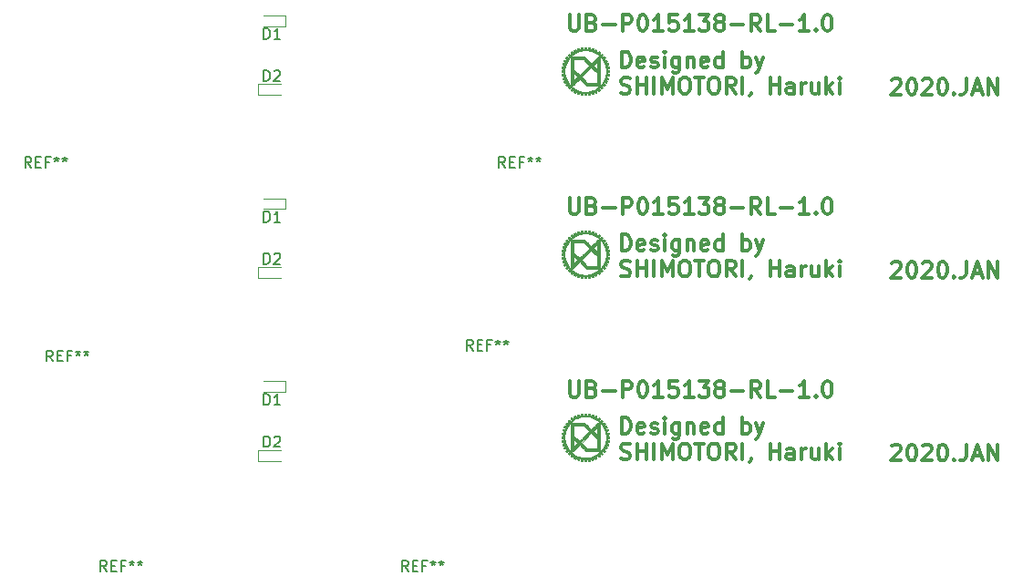
<source format=gto>
G04 #@! TF.GenerationSoftware,KiCad,Pcbnew,(5.0.0)*
G04 #@! TF.CreationDate,2020-02-01T14:37:15+09:00*
G04 #@! TF.ProjectId,m file,6D2066696C652E6B696361645F706362,rev?*
G04 #@! TF.SameCoordinates,Original*
G04 #@! TF.FileFunction,Legend,Top*
G04 #@! TF.FilePolarity,Positive*
%FSLAX46Y46*%
G04 Gerber Fmt 4.6, Leading zero omitted, Abs format (unit mm)*
G04 Created by KiCad (PCBNEW (5.0.0)) date 02/01/20 14:37:15*
%MOMM*%
%LPD*%
G01*
G04 APERTURE LIST*
%ADD10C,0.300000*%
%ADD11C,0.120000*%
%ADD12C,0.010000*%
%ADD13C,0.150000*%
G04 APERTURE END LIST*
D10*
X183421428Y-122507142D02*
X183635714Y-122578571D01*
X183992857Y-122578571D01*
X184135714Y-122507142D01*
X184207142Y-122435714D01*
X184278571Y-122292857D01*
X184278571Y-122150000D01*
X184207142Y-122007142D01*
X184135714Y-121935714D01*
X183992857Y-121864285D01*
X183707142Y-121792857D01*
X183564285Y-121721428D01*
X183492857Y-121650000D01*
X183421428Y-121507142D01*
X183421428Y-121364285D01*
X183492857Y-121221428D01*
X183564285Y-121150000D01*
X183707142Y-121078571D01*
X184064285Y-121078571D01*
X184278571Y-121150000D01*
X184921428Y-122578571D02*
X184921428Y-121078571D01*
X184921428Y-121792857D02*
X185778571Y-121792857D01*
X185778571Y-122578571D02*
X185778571Y-121078571D01*
X186492857Y-122578571D02*
X186492857Y-121078571D01*
X187207142Y-122578571D02*
X187207142Y-121078571D01*
X187707142Y-122150000D01*
X188207142Y-121078571D01*
X188207142Y-122578571D01*
X189207142Y-121078571D02*
X189492857Y-121078571D01*
X189635714Y-121150000D01*
X189778571Y-121292857D01*
X189850000Y-121578571D01*
X189850000Y-122078571D01*
X189778571Y-122364285D01*
X189635714Y-122507142D01*
X189492857Y-122578571D01*
X189207142Y-122578571D01*
X189064285Y-122507142D01*
X188921428Y-122364285D01*
X188850000Y-122078571D01*
X188850000Y-121578571D01*
X188921428Y-121292857D01*
X189064285Y-121150000D01*
X189207142Y-121078571D01*
X190278571Y-121078571D02*
X191135714Y-121078571D01*
X190707142Y-122578571D02*
X190707142Y-121078571D01*
X191921428Y-121078571D02*
X192207142Y-121078571D01*
X192350000Y-121150000D01*
X192492857Y-121292857D01*
X192564285Y-121578571D01*
X192564285Y-122078571D01*
X192492857Y-122364285D01*
X192350000Y-122507142D01*
X192207142Y-122578571D01*
X191921428Y-122578571D01*
X191778571Y-122507142D01*
X191635714Y-122364285D01*
X191564285Y-122078571D01*
X191564285Y-121578571D01*
X191635714Y-121292857D01*
X191778571Y-121150000D01*
X191921428Y-121078571D01*
X194064285Y-122578571D02*
X193564285Y-121864285D01*
X193207142Y-122578571D02*
X193207142Y-121078571D01*
X193778571Y-121078571D01*
X193921428Y-121150000D01*
X193992857Y-121221428D01*
X194064285Y-121364285D01*
X194064285Y-121578571D01*
X193992857Y-121721428D01*
X193921428Y-121792857D01*
X193778571Y-121864285D01*
X193207142Y-121864285D01*
X194707142Y-122578571D02*
X194707142Y-121078571D01*
X195492857Y-122507142D02*
X195492857Y-122578571D01*
X195421428Y-122721428D01*
X195350000Y-122792857D01*
X197278571Y-122578571D02*
X197278571Y-121078571D01*
X197278571Y-121792857D02*
X198135714Y-121792857D01*
X198135714Y-122578571D02*
X198135714Y-121078571D01*
X199492857Y-122578571D02*
X199492857Y-121792857D01*
X199421428Y-121650000D01*
X199278571Y-121578571D01*
X198992857Y-121578571D01*
X198850000Y-121650000D01*
X199492857Y-122507142D02*
X199350000Y-122578571D01*
X198992857Y-122578571D01*
X198850000Y-122507142D01*
X198778571Y-122364285D01*
X198778571Y-122221428D01*
X198850000Y-122078571D01*
X198992857Y-122007142D01*
X199350000Y-122007142D01*
X199492857Y-121935714D01*
X200207142Y-122578571D02*
X200207142Y-121578571D01*
X200207142Y-121864285D02*
X200278571Y-121721428D01*
X200350000Y-121650000D01*
X200492857Y-121578571D01*
X200635714Y-121578571D01*
X201778571Y-121578571D02*
X201778571Y-122578571D01*
X201135714Y-121578571D02*
X201135714Y-122364285D01*
X201207142Y-122507142D01*
X201350000Y-122578571D01*
X201564285Y-122578571D01*
X201707142Y-122507142D01*
X201778571Y-122435714D01*
X202492857Y-122578571D02*
X202492857Y-121078571D01*
X202635714Y-122007142D02*
X203064285Y-122578571D01*
X203064285Y-121578571D02*
X202492857Y-122150000D01*
X203707142Y-122578571D02*
X203707142Y-121578571D01*
X203707142Y-121078571D02*
X203635714Y-121150000D01*
X203707142Y-121221428D01*
X203778571Y-121150000D01*
X203707142Y-121078571D01*
X203707142Y-121221428D01*
X183500000Y-120178571D02*
X183500000Y-118678571D01*
X183857142Y-118678571D01*
X184071428Y-118750000D01*
X184214285Y-118892857D01*
X184285714Y-119035714D01*
X184357142Y-119321428D01*
X184357142Y-119535714D01*
X184285714Y-119821428D01*
X184214285Y-119964285D01*
X184071428Y-120107142D01*
X183857142Y-120178571D01*
X183500000Y-120178571D01*
X185571428Y-120107142D02*
X185428571Y-120178571D01*
X185142857Y-120178571D01*
X185000000Y-120107142D01*
X184928571Y-119964285D01*
X184928571Y-119392857D01*
X185000000Y-119250000D01*
X185142857Y-119178571D01*
X185428571Y-119178571D01*
X185571428Y-119250000D01*
X185642857Y-119392857D01*
X185642857Y-119535714D01*
X184928571Y-119678571D01*
X186214285Y-120107142D02*
X186357142Y-120178571D01*
X186642857Y-120178571D01*
X186785714Y-120107142D01*
X186857142Y-119964285D01*
X186857142Y-119892857D01*
X186785714Y-119750000D01*
X186642857Y-119678571D01*
X186428571Y-119678571D01*
X186285714Y-119607142D01*
X186214285Y-119464285D01*
X186214285Y-119392857D01*
X186285714Y-119250000D01*
X186428571Y-119178571D01*
X186642857Y-119178571D01*
X186785714Y-119250000D01*
X187500000Y-120178571D02*
X187500000Y-119178571D01*
X187500000Y-118678571D02*
X187428571Y-118750000D01*
X187500000Y-118821428D01*
X187571428Y-118750000D01*
X187500000Y-118678571D01*
X187500000Y-118821428D01*
X188857142Y-119178571D02*
X188857142Y-120392857D01*
X188785714Y-120535714D01*
X188714285Y-120607142D01*
X188571428Y-120678571D01*
X188357142Y-120678571D01*
X188214285Y-120607142D01*
X188857142Y-120107142D02*
X188714285Y-120178571D01*
X188428571Y-120178571D01*
X188285714Y-120107142D01*
X188214285Y-120035714D01*
X188142857Y-119892857D01*
X188142857Y-119464285D01*
X188214285Y-119321428D01*
X188285714Y-119250000D01*
X188428571Y-119178571D01*
X188714285Y-119178571D01*
X188857142Y-119250000D01*
X189571428Y-119178571D02*
X189571428Y-120178571D01*
X189571428Y-119321428D02*
X189642857Y-119250000D01*
X189785714Y-119178571D01*
X190000000Y-119178571D01*
X190142857Y-119250000D01*
X190214285Y-119392857D01*
X190214285Y-120178571D01*
X191500000Y-120107142D02*
X191357142Y-120178571D01*
X191071428Y-120178571D01*
X190928571Y-120107142D01*
X190857142Y-119964285D01*
X190857142Y-119392857D01*
X190928571Y-119250000D01*
X191071428Y-119178571D01*
X191357142Y-119178571D01*
X191500000Y-119250000D01*
X191571428Y-119392857D01*
X191571428Y-119535714D01*
X190857142Y-119678571D01*
X192857142Y-120178571D02*
X192857142Y-118678571D01*
X192857142Y-120107142D02*
X192714285Y-120178571D01*
X192428571Y-120178571D01*
X192285714Y-120107142D01*
X192214285Y-120035714D01*
X192142857Y-119892857D01*
X192142857Y-119464285D01*
X192214285Y-119321428D01*
X192285714Y-119250000D01*
X192428571Y-119178571D01*
X192714285Y-119178571D01*
X192857142Y-119250000D01*
X194714285Y-120178571D02*
X194714285Y-118678571D01*
X194714285Y-119250000D02*
X194857142Y-119178571D01*
X195142857Y-119178571D01*
X195285714Y-119250000D01*
X195357142Y-119321428D01*
X195428571Y-119464285D01*
X195428571Y-119892857D01*
X195357142Y-120035714D01*
X195285714Y-120107142D01*
X195142857Y-120178571D01*
X194857142Y-120178571D01*
X194714285Y-120107142D01*
X195928571Y-119178571D02*
X196285714Y-120178571D01*
X196642857Y-119178571D02*
X196285714Y-120178571D01*
X196142857Y-120535714D01*
X196071428Y-120607142D01*
X195928571Y-120678571D01*
X178657142Y-115278571D02*
X178657142Y-116492857D01*
X178728571Y-116635714D01*
X178800000Y-116707142D01*
X178942857Y-116778571D01*
X179228571Y-116778571D01*
X179371428Y-116707142D01*
X179442857Y-116635714D01*
X179514285Y-116492857D01*
X179514285Y-115278571D01*
X180728571Y-115992857D02*
X180942857Y-116064285D01*
X181014285Y-116135714D01*
X181085714Y-116278571D01*
X181085714Y-116492857D01*
X181014285Y-116635714D01*
X180942857Y-116707142D01*
X180800000Y-116778571D01*
X180228571Y-116778571D01*
X180228571Y-115278571D01*
X180728571Y-115278571D01*
X180871428Y-115350000D01*
X180942857Y-115421428D01*
X181014285Y-115564285D01*
X181014285Y-115707142D01*
X180942857Y-115850000D01*
X180871428Y-115921428D01*
X180728571Y-115992857D01*
X180228571Y-115992857D01*
X181728571Y-116207142D02*
X182871428Y-116207142D01*
X183585714Y-116778571D02*
X183585714Y-115278571D01*
X184157142Y-115278571D01*
X184300000Y-115350000D01*
X184371428Y-115421428D01*
X184442857Y-115564285D01*
X184442857Y-115778571D01*
X184371428Y-115921428D01*
X184300000Y-115992857D01*
X184157142Y-116064285D01*
X183585714Y-116064285D01*
X185371428Y-115278571D02*
X185514285Y-115278571D01*
X185657142Y-115350000D01*
X185728571Y-115421428D01*
X185800000Y-115564285D01*
X185871428Y-115850000D01*
X185871428Y-116207142D01*
X185800000Y-116492857D01*
X185728571Y-116635714D01*
X185657142Y-116707142D01*
X185514285Y-116778571D01*
X185371428Y-116778571D01*
X185228571Y-116707142D01*
X185157142Y-116635714D01*
X185085714Y-116492857D01*
X185014285Y-116207142D01*
X185014285Y-115850000D01*
X185085714Y-115564285D01*
X185157142Y-115421428D01*
X185228571Y-115350000D01*
X185371428Y-115278571D01*
X187300000Y-116778571D02*
X186442857Y-116778571D01*
X186871428Y-116778571D02*
X186871428Y-115278571D01*
X186728571Y-115492857D01*
X186585714Y-115635714D01*
X186442857Y-115707142D01*
X188657142Y-115278571D02*
X187942857Y-115278571D01*
X187871428Y-115992857D01*
X187942857Y-115921428D01*
X188085714Y-115850000D01*
X188442857Y-115850000D01*
X188585714Y-115921428D01*
X188657142Y-115992857D01*
X188728571Y-116135714D01*
X188728571Y-116492857D01*
X188657142Y-116635714D01*
X188585714Y-116707142D01*
X188442857Y-116778571D01*
X188085714Y-116778571D01*
X187942857Y-116707142D01*
X187871428Y-116635714D01*
X190157142Y-116778571D02*
X189300000Y-116778571D01*
X189728571Y-116778571D02*
X189728571Y-115278571D01*
X189585714Y-115492857D01*
X189442857Y-115635714D01*
X189300000Y-115707142D01*
X190657142Y-115278571D02*
X191585714Y-115278571D01*
X191085714Y-115850000D01*
X191300000Y-115850000D01*
X191442857Y-115921428D01*
X191514285Y-115992857D01*
X191585714Y-116135714D01*
X191585714Y-116492857D01*
X191514285Y-116635714D01*
X191442857Y-116707142D01*
X191300000Y-116778571D01*
X190871428Y-116778571D01*
X190728571Y-116707142D01*
X190657142Y-116635714D01*
X192442857Y-115921428D02*
X192300000Y-115850000D01*
X192228571Y-115778571D01*
X192157142Y-115635714D01*
X192157142Y-115564285D01*
X192228571Y-115421428D01*
X192300000Y-115350000D01*
X192442857Y-115278571D01*
X192728571Y-115278571D01*
X192871428Y-115350000D01*
X192942857Y-115421428D01*
X193014285Y-115564285D01*
X193014285Y-115635714D01*
X192942857Y-115778571D01*
X192871428Y-115850000D01*
X192728571Y-115921428D01*
X192442857Y-115921428D01*
X192300000Y-115992857D01*
X192228571Y-116064285D01*
X192157142Y-116207142D01*
X192157142Y-116492857D01*
X192228571Y-116635714D01*
X192300000Y-116707142D01*
X192442857Y-116778571D01*
X192728571Y-116778571D01*
X192871428Y-116707142D01*
X192942857Y-116635714D01*
X193014285Y-116492857D01*
X193014285Y-116207142D01*
X192942857Y-116064285D01*
X192871428Y-115992857D01*
X192728571Y-115921428D01*
X193657142Y-116207142D02*
X194800000Y-116207142D01*
X196371428Y-116778571D02*
X195871428Y-116064285D01*
X195514285Y-116778571D02*
X195514285Y-115278571D01*
X196085714Y-115278571D01*
X196228571Y-115350000D01*
X196300000Y-115421428D01*
X196371428Y-115564285D01*
X196371428Y-115778571D01*
X196300000Y-115921428D01*
X196228571Y-115992857D01*
X196085714Y-116064285D01*
X195514285Y-116064285D01*
X197728571Y-116778571D02*
X197014285Y-116778571D01*
X197014285Y-115278571D01*
X198228571Y-116207142D02*
X199371428Y-116207142D01*
X200871428Y-116778571D02*
X200014285Y-116778571D01*
X200442857Y-116778571D02*
X200442857Y-115278571D01*
X200300000Y-115492857D01*
X200157142Y-115635714D01*
X200014285Y-115707142D01*
X201514285Y-116635714D02*
X201585714Y-116707142D01*
X201514285Y-116778571D01*
X201442857Y-116707142D01*
X201514285Y-116635714D01*
X201514285Y-116778571D01*
X202514285Y-115278571D02*
X202657142Y-115278571D01*
X202800000Y-115350000D01*
X202871428Y-115421428D01*
X202942857Y-115564285D01*
X203014285Y-115850000D01*
X203014285Y-116207142D01*
X202942857Y-116492857D01*
X202871428Y-116635714D01*
X202800000Y-116707142D01*
X202657142Y-116778571D01*
X202514285Y-116778571D01*
X202371428Y-116707142D01*
X202300000Y-116635714D01*
X202228571Y-116492857D01*
X202157142Y-116207142D01*
X202157142Y-115850000D01*
X202228571Y-115564285D01*
X202300000Y-115421428D01*
X202371428Y-115350000D01*
X202514285Y-115278571D01*
X208571428Y-121321428D02*
X208642857Y-121250000D01*
X208785714Y-121178571D01*
X209142857Y-121178571D01*
X209285714Y-121250000D01*
X209357142Y-121321428D01*
X209428571Y-121464285D01*
X209428571Y-121607142D01*
X209357142Y-121821428D01*
X208500000Y-122678571D01*
X209428571Y-122678571D01*
X210357142Y-121178571D02*
X210500000Y-121178571D01*
X210642857Y-121250000D01*
X210714285Y-121321428D01*
X210785714Y-121464285D01*
X210857142Y-121750000D01*
X210857142Y-122107142D01*
X210785714Y-122392857D01*
X210714285Y-122535714D01*
X210642857Y-122607142D01*
X210500000Y-122678571D01*
X210357142Y-122678571D01*
X210214285Y-122607142D01*
X210142857Y-122535714D01*
X210071428Y-122392857D01*
X210000000Y-122107142D01*
X210000000Y-121750000D01*
X210071428Y-121464285D01*
X210142857Y-121321428D01*
X210214285Y-121250000D01*
X210357142Y-121178571D01*
X211428571Y-121321428D02*
X211500000Y-121250000D01*
X211642857Y-121178571D01*
X212000000Y-121178571D01*
X212142857Y-121250000D01*
X212214285Y-121321428D01*
X212285714Y-121464285D01*
X212285714Y-121607142D01*
X212214285Y-121821428D01*
X211357142Y-122678571D01*
X212285714Y-122678571D01*
X213214285Y-121178571D02*
X213357142Y-121178571D01*
X213500000Y-121250000D01*
X213571428Y-121321428D01*
X213642857Y-121464285D01*
X213714285Y-121750000D01*
X213714285Y-122107142D01*
X213642857Y-122392857D01*
X213571428Y-122535714D01*
X213500000Y-122607142D01*
X213357142Y-122678571D01*
X213214285Y-122678571D01*
X213071428Y-122607142D01*
X213000000Y-122535714D01*
X212928571Y-122392857D01*
X212857142Y-122107142D01*
X212857142Y-121750000D01*
X212928571Y-121464285D01*
X213000000Y-121321428D01*
X213071428Y-121250000D01*
X213214285Y-121178571D01*
X214357142Y-122535714D02*
X214428571Y-122607142D01*
X214357142Y-122678571D01*
X214285714Y-122607142D01*
X214357142Y-122535714D01*
X214357142Y-122678571D01*
X215500000Y-121178571D02*
X215500000Y-122250000D01*
X215428571Y-122464285D01*
X215285714Y-122607142D01*
X215071428Y-122678571D01*
X214928571Y-122678571D01*
X216142857Y-122250000D02*
X216857142Y-122250000D01*
X216000000Y-122678571D02*
X216500000Y-121178571D01*
X217000000Y-122678571D01*
X217500000Y-122678571D02*
X217500000Y-121178571D01*
X218357142Y-122678571D01*
X218357142Y-121178571D01*
X183421428Y-105507142D02*
X183635714Y-105578571D01*
X183992857Y-105578571D01*
X184135714Y-105507142D01*
X184207142Y-105435714D01*
X184278571Y-105292857D01*
X184278571Y-105150000D01*
X184207142Y-105007142D01*
X184135714Y-104935714D01*
X183992857Y-104864285D01*
X183707142Y-104792857D01*
X183564285Y-104721428D01*
X183492857Y-104650000D01*
X183421428Y-104507142D01*
X183421428Y-104364285D01*
X183492857Y-104221428D01*
X183564285Y-104150000D01*
X183707142Y-104078571D01*
X184064285Y-104078571D01*
X184278571Y-104150000D01*
X184921428Y-105578571D02*
X184921428Y-104078571D01*
X184921428Y-104792857D02*
X185778571Y-104792857D01*
X185778571Y-105578571D02*
X185778571Y-104078571D01*
X186492857Y-105578571D02*
X186492857Y-104078571D01*
X187207142Y-105578571D02*
X187207142Y-104078571D01*
X187707142Y-105150000D01*
X188207142Y-104078571D01*
X188207142Y-105578571D01*
X189207142Y-104078571D02*
X189492857Y-104078571D01*
X189635714Y-104150000D01*
X189778571Y-104292857D01*
X189850000Y-104578571D01*
X189850000Y-105078571D01*
X189778571Y-105364285D01*
X189635714Y-105507142D01*
X189492857Y-105578571D01*
X189207142Y-105578571D01*
X189064285Y-105507142D01*
X188921428Y-105364285D01*
X188850000Y-105078571D01*
X188850000Y-104578571D01*
X188921428Y-104292857D01*
X189064285Y-104150000D01*
X189207142Y-104078571D01*
X190278571Y-104078571D02*
X191135714Y-104078571D01*
X190707142Y-105578571D02*
X190707142Y-104078571D01*
X191921428Y-104078571D02*
X192207142Y-104078571D01*
X192350000Y-104150000D01*
X192492857Y-104292857D01*
X192564285Y-104578571D01*
X192564285Y-105078571D01*
X192492857Y-105364285D01*
X192350000Y-105507142D01*
X192207142Y-105578571D01*
X191921428Y-105578571D01*
X191778571Y-105507142D01*
X191635714Y-105364285D01*
X191564285Y-105078571D01*
X191564285Y-104578571D01*
X191635714Y-104292857D01*
X191778571Y-104150000D01*
X191921428Y-104078571D01*
X194064285Y-105578571D02*
X193564285Y-104864285D01*
X193207142Y-105578571D02*
X193207142Y-104078571D01*
X193778571Y-104078571D01*
X193921428Y-104150000D01*
X193992857Y-104221428D01*
X194064285Y-104364285D01*
X194064285Y-104578571D01*
X193992857Y-104721428D01*
X193921428Y-104792857D01*
X193778571Y-104864285D01*
X193207142Y-104864285D01*
X194707142Y-105578571D02*
X194707142Y-104078571D01*
X195492857Y-105507142D02*
X195492857Y-105578571D01*
X195421428Y-105721428D01*
X195350000Y-105792857D01*
X197278571Y-105578571D02*
X197278571Y-104078571D01*
X197278571Y-104792857D02*
X198135714Y-104792857D01*
X198135714Y-105578571D02*
X198135714Y-104078571D01*
X199492857Y-105578571D02*
X199492857Y-104792857D01*
X199421428Y-104650000D01*
X199278571Y-104578571D01*
X198992857Y-104578571D01*
X198850000Y-104650000D01*
X199492857Y-105507142D02*
X199350000Y-105578571D01*
X198992857Y-105578571D01*
X198850000Y-105507142D01*
X198778571Y-105364285D01*
X198778571Y-105221428D01*
X198850000Y-105078571D01*
X198992857Y-105007142D01*
X199350000Y-105007142D01*
X199492857Y-104935714D01*
X200207142Y-105578571D02*
X200207142Y-104578571D01*
X200207142Y-104864285D02*
X200278571Y-104721428D01*
X200350000Y-104650000D01*
X200492857Y-104578571D01*
X200635714Y-104578571D01*
X201778571Y-104578571D02*
X201778571Y-105578571D01*
X201135714Y-104578571D02*
X201135714Y-105364285D01*
X201207142Y-105507142D01*
X201350000Y-105578571D01*
X201564285Y-105578571D01*
X201707142Y-105507142D01*
X201778571Y-105435714D01*
X202492857Y-105578571D02*
X202492857Y-104078571D01*
X202635714Y-105007142D02*
X203064285Y-105578571D01*
X203064285Y-104578571D02*
X202492857Y-105150000D01*
X203707142Y-105578571D02*
X203707142Y-104578571D01*
X203707142Y-104078571D02*
X203635714Y-104150000D01*
X203707142Y-104221428D01*
X203778571Y-104150000D01*
X203707142Y-104078571D01*
X203707142Y-104221428D01*
X183500000Y-103178571D02*
X183500000Y-101678571D01*
X183857142Y-101678571D01*
X184071428Y-101750000D01*
X184214285Y-101892857D01*
X184285714Y-102035714D01*
X184357142Y-102321428D01*
X184357142Y-102535714D01*
X184285714Y-102821428D01*
X184214285Y-102964285D01*
X184071428Y-103107142D01*
X183857142Y-103178571D01*
X183500000Y-103178571D01*
X185571428Y-103107142D02*
X185428571Y-103178571D01*
X185142857Y-103178571D01*
X185000000Y-103107142D01*
X184928571Y-102964285D01*
X184928571Y-102392857D01*
X185000000Y-102250000D01*
X185142857Y-102178571D01*
X185428571Y-102178571D01*
X185571428Y-102250000D01*
X185642857Y-102392857D01*
X185642857Y-102535714D01*
X184928571Y-102678571D01*
X186214285Y-103107142D02*
X186357142Y-103178571D01*
X186642857Y-103178571D01*
X186785714Y-103107142D01*
X186857142Y-102964285D01*
X186857142Y-102892857D01*
X186785714Y-102750000D01*
X186642857Y-102678571D01*
X186428571Y-102678571D01*
X186285714Y-102607142D01*
X186214285Y-102464285D01*
X186214285Y-102392857D01*
X186285714Y-102250000D01*
X186428571Y-102178571D01*
X186642857Y-102178571D01*
X186785714Y-102250000D01*
X187500000Y-103178571D02*
X187500000Y-102178571D01*
X187500000Y-101678571D02*
X187428571Y-101750000D01*
X187500000Y-101821428D01*
X187571428Y-101750000D01*
X187500000Y-101678571D01*
X187500000Y-101821428D01*
X188857142Y-102178571D02*
X188857142Y-103392857D01*
X188785714Y-103535714D01*
X188714285Y-103607142D01*
X188571428Y-103678571D01*
X188357142Y-103678571D01*
X188214285Y-103607142D01*
X188857142Y-103107142D02*
X188714285Y-103178571D01*
X188428571Y-103178571D01*
X188285714Y-103107142D01*
X188214285Y-103035714D01*
X188142857Y-102892857D01*
X188142857Y-102464285D01*
X188214285Y-102321428D01*
X188285714Y-102250000D01*
X188428571Y-102178571D01*
X188714285Y-102178571D01*
X188857142Y-102250000D01*
X189571428Y-102178571D02*
X189571428Y-103178571D01*
X189571428Y-102321428D02*
X189642857Y-102250000D01*
X189785714Y-102178571D01*
X190000000Y-102178571D01*
X190142857Y-102250000D01*
X190214285Y-102392857D01*
X190214285Y-103178571D01*
X191500000Y-103107142D02*
X191357142Y-103178571D01*
X191071428Y-103178571D01*
X190928571Y-103107142D01*
X190857142Y-102964285D01*
X190857142Y-102392857D01*
X190928571Y-102250000D01*
X191071428Y-102178571D01*
X191357142Y-102178571D01*
X191500000Y-102250000D01*
X191571428Y-102392857D01*
X191571428Y-102535714D01*
X190857142Y-102678571D01*
X192857142Y-103178571D02*
X192857142Y-101678571D01*
X192857142Y-103107142D02*
X192714285Y-103178571D01*
X192428571Y-103178571D01*
X192285714Y-103107142D01*
X192214285Y-103035714D01*
X192142857Y-102892857D01*
X192142857Y-102464285D01*
X192214285Y-102321428D01*
X192285714Y-102250000D01*
X192428571Y-102178571D01*
X192714285Y-102178571D01*
X192857142Y-102250000D01*
X194714285Y-103178571D02*
X194714285Y-101678571D01*
X194714285Y-102250000D02*
X194857142Y-102178571D01*
X195142857Y-102178571D01*
X195285714Y-102250000D01*
X195357142Y-102321428D01*
X195428571Y-102464285D01*
X195428571Y-102892857D01*
X195357142Y-103035714D01*
X195285714Y-103107142D01*
X195142857Y-103178571D01*
X194857142Y-103178571D01*
X194714285Y-103107142D01*
X195928571Y-102178571D02*
X196285714Y-103178571D01*
X196642857Y-102178571D02*
X196285714Y-103178571D01*
X196142857Y-103535714D01*
X196071428Y-103607142D01*
X195928571Y-103678571D01*
X178657142Y-98278571D02*
X178657142Y-99492857D01*
X178728571Y-99635714D01*
X178800000Y-99707142D01*
X178942857Y-99778571D01*
X179228571Y-99778571D01*
X179371428Y-99707142D01*
X179442857Y-99635714D01*
X179514285Y-99492857D01*
X179514285Y-98278571D01*
X180728571Y-98992857D02*
X180942857Y-99064285D01*
X181014285Y-99135714D01*
X181085714Y-99278571D01*
X181085714Y-99492857D01*
X181014285Y-99635714D01*
X180942857Y-99707142D01*
X180800000Y-99778571D01*
X180228571Y-99778571D01*
X180228571Y-98278571D01*
X180728571Y-98278571D01*
X180871428Y-98350000D01*
X180942857Y-98421428D01*
X181014285Y-98564285D01*
X181014285Y-98707142D01*
X180942857Y-98850000D01*
X180871428Y-98921428D01*
X180728571Y-98992857D01*
X180228571Y-98992857D01*
X181728571Y-99207142D02*
X182871428Y-99207142D01*
X183585714Y-99778571D02*
X183585714Y-98278571D01*
X184157142Y-98278571D01*
X184300000Y-98350000D01*
X184371428Y-98421428D01*
X184442857Y-98564285D01*
X184442857Y-98778571D01*
X184371428Y-98921428D01*
X184300000Y-98992857D01*
X184157142Y-99064285D01*
X183585714Y-99064285D01*
X185371428Y-98278571D02*
X185514285Y-98278571D01*
X185657142Y-98350000D01*
X185728571Y-98421428D01*
X185800000Y-98564285D01*
X185871428Y-98850000D01*
X185871428Y-99207142D01*
X185800000Y-99492857D01*
X185728571Y-99635714D01*
X185657142Y-99707142D01*
X185514285Y-99778571D01*
X185371428Y-99778571D01*
X185228571Y-99707142D01*
X185157142Y-99635714D01*
X185085714Y-99492857D01*
X185014285Y-99207142D01*
X185014285Y-98850000D01*
X185085714Y-98564285D01*
X185157142Y-98421428D01*
X185228571Y-98350000D01*
X185371428Y-98278571D01*
X187300000Y-99778571D02*
X186442857Y-99778571D01*
X186871428Y-99778571D02*
X186871428Y-98278571D01*
X186728571Y-98492857D01*
X186585714Y-98635714D01*
X186442857Y-98707142D01*
X188657142Y-98278571D02*
X187942857Y-98278571D01*
X187871428Y-98992857D01*
X187942857Y-98921428D01*
X188085714Y-98850000D01*
X188442857Y-98850000D01*
X188585714Y-98921428D01*
X188657142Y-98992857D01*
X188728571Y-99135714D01*
X188728571Y-99492857D01*
X188657142Y-99635714D01*
X188585714Y-99707142D01*
X188442857Y-99778571D01*
X188085714Y-99778571D01*
X187942857Y-99707142D01*
X187871428Y-99635714D01*
X190157142Y-99778571D02*
X189300000Y-99778571D01*
X189728571Y-99778571D02*
X189728571Y-98278571D01*
X189585714Y-98492857D01*
X189442857Y-98635714D01*
X189300000Y-98707142D01*
X190657142Y-98278571D02*
X191585714Y-98278571D01*
X191085714Y-98850000D01*
X191300000Y-98850000D01*
X191442857Y-98921428D01*
X191514285Y-98992857D01*
X191585714Y-99135714D01*
X191585714Y-99492857D01*
X191514285Y-99635714D01*
X191442857Y-99707142D01*
X191300000Y-99778571D01*
X190871428Y-99778571D01*
X190728571Y-99707142D01*
X190657142Y-99635714D01*
X192442857Y-98921428D02*
X192300000Y-98850000D01*
X192228571Y-98778571D01*
X192157142Y-98635714D01*
X192157142Y-98564285D01*
X192228571Y-98421428D01*
X192300000Y-98350000D01*
X192442857Y-98278571D01*
X192728571Y-98278571D01*
X192871428Y-98350000D01*
X192942857Y-98421428D01*
X193014285Y-98564285D01*
X193014285Y-98635714D01*
X192942857Y-98778571D01*
X192871428Y-98850000D01*
X192728571Y-98921428D01*
X192442857Y-98921428D01*
X192300000Y-98992857D01*
X192228571Y-99064285D01*
X192157142Y-99207142D01*
X192157142Y-99492857D01*
X192228571Y-99635714D01*
X192300000Y-99707142D01*
X192442857Y-99778571D01*
X192728571Y-99778571D01*
X192871428Y-99707142D01*
X192942857Y-99635714D01*
X193014285Y-99492857D01*
X193014285Y-99207142D01*
X192942857Y-99064285D01*
X192871428Y-98992857D01*
X192728571Y-98921428D01*
X193657142Y-99207142D02*
X194800000Y-99207142D01*
X196371428Y-99778571D02*
X195871428Y-99064285D01*
X195514285Y-99778571D02*
X195514285Y-98278571D01*
X196085714Y-98278571D01*
X196228571Y-98350000D01*
X196300000Y-98421428D01*
X196371428Y-98564285D01*
X196371428Y-98778571D01*
X196300000Y-98921428D01*
X196228571Y-98992857D01*
X196085714Y-99064285D01*
X195514285Y-99064285D01*
X197728571Y-99778571D02*
X197014285Y-99778571D01*
X197014285Y-98278571D01*
X198228571Y-99207142D02*
X199371428Y-99207142D01*
X200871428Y-99778571D02*
X200014285Y-99778571D01*
X200442857Y-99778571D02*
X200442857Y-98278571D01*
X200300000Y-98492857D01*
X200157142Y-98635714D01*
X200014285Y-98707142D01*
X201514285Y-99635714D02*
X201585714Y-99707142D01*
X201514285Y-99778571D01*
X201442857Y-99707142D01*
X201514285Y-99635714D01*
X201514285Y-99778571D01*
X202514285Y-98278571D02*
X202657142Y-98278571D01*
X202800000Y-98350000D01*
X202871428Y-98421428D01*
X202942857Y-98564285D01*
X203014285Y-98850000D01*
X203014285Y-99207142D01*
X202942857Y-99492857D01*
X202871428Y-99635714D01*
X202800000Y-99707142D01*
X202657142Y-99778571D01*
X202514285Y-99778571D01*
X202371428Y-99707142D01*
X202300000Y-99635714D01*
X202228571Y-99492857D01*
X202157142Y-99207142D01*
X202157142Y-98850000D01*
X202228571Y-98564285D01*
X202300000Y-98421428D01*
X202371428Y-98350000D01*
X202514285Y-98278571D01*
X208571428Y-104321428D02*
X208642857Y-104250000D01*
X208785714Y-104178571D01*
X209142857Y-104178571D01*
X209285714Y-104250000D01*
X209357142Y-104321428D01*
X209428571Y-104464285D01*
X209428571Y-104607142D01*
X209357142Y-104821428D01*
X208500000Y-105678571D01*
X209428571Y-105678571D01*
X210357142Y-104178571D02*
X210500000Y-104178571D01*
X210642857Y-104250000D01*
X210714285Y-104321428D01*
X210785714Y-104464285D01*
X210857142Y-104750000D01*
X210857142Y-105107142D01*
X210785714Y-105392857D01*
X210714285Y-105535714D01*
X210642857Y-105607142D01*
X210500000Y-105678571D01*
X210357142Y-105678571D01*
X210214285Y-105607142D01*
X210142857Y-105535714D01*
X210071428Y-105392857D01*
X210000000Y-105107142D01*
X210000000Y-104750000D01*
X210071428Y-104464285D01*
X210142857Y-104321428D01*
X210214285Y-104250000D01*
X210357142Y-104178571D01*
X211428571Y-104321428D02*
X211500000Y-104250000D01*
X211642857Y-104178571D01*
X212000000Y-104178571D01*
X212142857Y-104250000D01*
X212214285Y-104321428D01*
X212285714Y-104464285D01*
X212285714Y-104607142D01*
X212214285Y-104821428D01*
X211357142Y-105678571D01*
X212285714Y-105678571D01*
X213214285Y-104178571D02*
X213357142Y-104178571D01*
X213500000Y-104250000D01*
X213571428Y-104321428D01*
X213642857Y-104464285D01*
X213714285Y-104750000D01*
X213714285Y-105107142D01*
X213642857Y-105392857D01*
X213571428Y-105535714D01*
X213500000Y-105607142D01*
X213357142Y-105678571D01*
X213214285Y-105678571D01*
X213071428Y-105607142D01*
X213000000Y-105535714D01*
X212928571Y-105392857D01*
X212857142Y-105107142D01*
X212857142Y-104750000D01*
X212928571Y-104464285D01*
X213000000Y-104321428D01*
X213071428Y-104250000D01*
X213214285Y-104178571D01*
X214357142Y-105535714D02*
X214428571Y-105607142D01*
X214357142Y-105678571D01*
X214285714Y-105607142D01*
X214357142Y-105535714D01*
X214357142Y-105678571D01*
X215500000Y-104178571D02*
X215500000Y-105250000D01*
X215428571Y-105464285D01*
X215285714Y-105607142D01*
X215071428Y-105678571D01*
X214928571Y-105678571D01*
X216142857Y-105250000D02*
X216857142Y-105250000D01*
X216000000Y-105678571D02*
X216500000Y-104178571D01*
X217000000Y-105678571D01*
X217500000Y-105678571D02*
X217500000Y-104178571D01*
X218357142Y-105678571D01*
X218357142Y-104178571D01*
X183421428Y-88507142D02*
X183635714Y-88578571D01*
X183992857Y-88578571D01*
X184135714Y-88507142D01*
X184207142Y-88435714D01*
X184278571Y-88292857D01*
X184278571Y-88150000D01*
X184207142Y-88007142D01*
X184135714Y-87935714D01*
X183992857Y-87864285D01*
X183707142Y-87792857D01*
X183564285Y-87721428D01*
X183492857Y-87650000D01*
X183421428Y-87507142D01*
X183421428Y-87364285D01*
X183492857Y-87221428D01*
X183564285Y-87150000D01*
X183707142Y-87078571D01*
X184064285Y-87078571D01*
X184278571Y-87150000D01*
X184921428Y-88578571D02*
X184921428Y-87078571D01*
X184921428Y-87792857D02*
X185778571Y-87792857D01*
X185778571Y-88578571D02*
X185778571Y-87078571D01*
X186492857Y-88578571D02*
X186492857Y-87078571D01*
X187207142Y-88578571D02*
X187207142Y-87078571D01*
X187707142Y-88150000D01*
X188207142Y-87078571D01*
X188207142Y-88578571D01*
X189207142Y-87078571D02*
X189492857Y-87078571D01*
X189635714Y-87150000D01*
X189778571Y-87292857D01*
X189850000Y-87578571D01*
X189850000Y-88078571D01*
X189778571Y-88364285D01*
X189635714Y-88507142D01*
X189492857Y-88578571D01*
X189207142Y-88578571D01*
X189064285Y-88507142D01*
X188921428Y-88364285D01*
X188850000Y-88078571D01*
X188850000Y-87578571D01*
X188921428Y-87292857D01*
X189064285Y-87150000D01*
X189207142Y-87078571D01*
X190278571Y-87078571D02*
X191135714Y-87078571D01*
X190707142Y-88578571D02*
X190707142Y-87078571D01*
X191921428Y-87078571D02*
X192207142Y-87078571D01*
X192350000Y-87150000D01*
X192492857Y-87292857D01*
X192564285Y-87578571D01*
X192564285Y-88078571D01*
X192492857Y-88364285D01*
X192350000Y-88507142D01*
X192207142Y-88578571D01*
X191921428Y-88578571D01*
X191778571Y-88507142D01*
X191635714Y-88364285D01*
X191564285Y-88078571D01*
X191564285Y-87578571D01*
X191635714Y-87292857D01*
X191778571Y-87150000D01*
X191921428Y-87078571D01*
X194064285Y-88578571D02*
X193564285Y-87864285D01*
X193207142Y-88578571D02*
X193207142Y-87078571D01*
X193778571Y-87078571D01*
X193921428Y-87150000D01*
X193992857Y-87221428D01*
X194064285Y-87364285D01*
X194064285Y-87578571D01*
X193992857Y-87721428D01*
X193921428Y-87792857D01*
X193778571Y-87864285D01*
X193207142Y-87864285D01*
X194707142Y-88578571D02*
X194707142Y-87078571D01*
X195492857Y-88507142D02*
X195492857Y-88578571D01*
X195421428Y-88721428D01*
X195350000Y-88792857D01*
X197278571Y-88578571D02*
X197278571Y-87078571D01*
X197278571Y-87792857D02*
X198135714Y-87792857D01*
X198135714Y-88578571D02*
X198135714Y-87078571D01*
X199492857Y-88578571D02*
X199492857Y-87792857D01*
X199421428Y-87650000D01*
X199278571Y-87578571D01*
X198992857Y-87578571D01*
X198850000Y-87650000D01*
X199492857Y-88507142D02*
X199350000Y-88578571D01*
X198992857Y-88578571D01*
X198850000Y-88507142D01*
X198778571Y-88364285D01*
X198778571Y-88221428D01*
X198850000Y-88078571D01*
X198992857Y-88007142D01*
X199350000Y-88007142D01*
X199492857Y-87935714D01*
X200207142Y-88578571D02*
X200207142Y-87578571D01*
X200207142Y-87864285D02*
X200278571Y-87721428D01*
X200350000Y-87650000D01*
X200492857Y-87578571D01*
X200635714Y-87578571D01*
X201778571Y-87578571D02*
X201778571Y-88578571D01*
X201135714Y-87578571D02*
X201135714Y-88364285D01*
X201207142Y-88507142D01*
X201350000Y-88578571D01*
X201564285Y-88578571D01*
X201707142Y-88507142D01*
X201778571Y-88435714D01*
X202492857Y-88578571D02*
X202492857Y-87078571D01*
X202635714Y-88007142D02*
X203064285Y-88578571D01*
X203064285Y-87578571D02*
X202492857Y-88150000D01*
X203707142Y-88578571D02*
X203707142Y-87578571D01*
X203707142Y-87078571D02*
X203635714Y-87150000D01*
X203707142Y-87221428D01*
X203778571Y-87150000D01*
X203707142Y-87078571D01*
X203707142Y-87221428D01*
X183500000Y-86178571D02*
X183500000Y-84678571D01*
X183857142Y-84678571D01*
X184071428Y-84750000D01*
X184214285Y-84892857D01*
X184285714Y-85035714D01*
X184357142Y-85321428D01*
X184357142Y-85535714D01*
X184285714Y-85821428D01*
X184214285Y-85964285D01*
X184071428Y-86107142D01*
X183857142Y-86178571D01*
X183500000Y-86178571D01*
X185571428Y-86107142D02*
X185428571Y-86178571D01*
X185142857Y-86178571D01*
X185000000Y-86107142D01*
X184928571Y-85964285D01*
X184928571Y-85392857D01*
X185000000Y-85250000D01*
X185142857Y-85178571D01*
X185428571Y-85178571D01*
X185571428Y-85250000D01*
X185642857Y-85392857D01*
X185642857Y-85535714D01*
X184928571Y-85678571D01*
X186214285Y-86107142D02*
X186357142Y-86178571D01*
X186642857Y-86178571D01*
X186785714Y-86107142D01*
X186857142Y-85964285D01*
X186857142Y-85892857D01*
X186785714Y-85750000D01*
X186642857Y-85678571D01*
X186428571Y-85678571D01*
X186285714Y-85607142D01*
X186214285Y-85464285D01*
X186214285Y-85392857D01*
X186285714Y-85250000D01*
X186428571Y-85178571D01*
X186642857Y-85178571D01*
X186785714Y-85250000D01*
X187500000Y-86178571D02*
X187500000Y-85178571D01*
X187500000Y-84678571D02*
X187428571Y-84750000D01*
X187500000Y-84821428D01*
X187571428Y-84750000D01*
X187500000Y-84678571D01*
X187500000Y-84821428D01*
X188857142Y-85178571D02*
X188857142Y-86392857D01*
X188785714Y-86535714D01*
X188714285Y-86607142D01*
X188571428Y-86678571D01*
X188357142Y-86678571D01*
X188214285Y-86607142D01*
X188857142Y-86107142D02*
X188714285Y-86178571D01*
X188428571Y-86178571D01*
X188285714Y-86107142D01*
X188214285Y-86035714D01*
X188142857Y-85892857D01*
X188142857Y-85464285D01*
X188214285Y-85321428D01*
X188285714Y-85250000D01*
X188428571Y-85178571D01*
X188714285Y-85178571D01*
X188857142Y-85250000D01*
X189571428Y-85178571D02*
X189571428Y-86178571D01*
X189571428Y-85321428D02*
X189642857Y-85250000D01*
X189785714Y-85178571D01*
X190000000Y-85178571D01*
X190142857Y-85250000D01*
X190214285Y-85392857D01*
X190214285Y-86178571D01*
X191500000Y-86107142D02*
X191357142Y-86178571D01*
X191071428Y-86178571D01*
X190928571Y-86107142D01*
X190857142Y-85964285D01*
X190857142Y-85392857D01*
X190928571Y-85250000D01*
X191071428Y-85178571D01*
X191357142Y-85178571D01*
X191500000Y-85250000D01*
X191571428Y-85392857D01*
X191571428Y-85535714D01*
X190857142Y-85678571D01*
X192857142Y-86178571D02*
X192857142Y-84678571D01*
X192857142Y-86107142D02*
X192714285Y-86178571D01*
X192428571Y-86178571D01*
X192285714Y-86107142D01*
X192214285Y-86035714D01*
X192142857Y-85892857D01*
X192142857Y-85464285D01*
X192214285Y-85321428D01*
X192285714Y-85250000D01*
X192428571Y-85178571D01*
X192714285Y-85178571D01*
X192857142Y-85250000D01*
X194714285Y-86178571D02*
X194714285Y-84678571D01*
X194714285Y-85250000D02*
X194857142Y-85178571D01*
X195142857Y-85178571D01*
X195285714Y-85250000D01*
X195357142Y-85321428D01*
X195428571Y-85464285D01*
X195428571Y-85892857D01*
X195357142Y-86035714D01*
X195285714Y-86107142D01*
X195142857Y-86178571D01*
X194857142Y-86178571D01*
X194714285Y-86107142D01*
X195928571Y-85178571D02*
X196285714Y-86178571D01*
X196642857Y-85178571D02*
X196285714Y-86178571D01*
X196142857Y-86535714D01*
X196071428Y-86607142D01*
X195928571Y-86678571D01*
X178657142Y-81278571D02*
X178657142Y-82492857D01*
X178728571Y-82635714D01*
X178800000Y-82707142D01*
X178942857Y-82778571D01*
X179228571Y-82778571D01*
X179371428Y-82707142D01*
X179442857Y-82635714D01*
X179514285Y-82492857D01*
X179514285Y-81278571D01*
X180728571Y-81992857D02*
X180942857Y-82064285D01*
X181014285Y-82135714D01*
X181085714Y-82278571D01*
X181085714Y-82492857D01*
X181014285Y-82635714D01*
X180942857Y-82707142D01*
X180800000Y-82778571D01*
X180228571Y-82778571D01*
X180228571Y-81278571D01*
X180728571Y-81278571D01*
X180871428Y-81350000D01*
X180942857Y-81421428D01*
X181014285Y-81564285D01*
X181014285Y-81707142D01*
X180942857Y-81850000D01*
X180871428Y-81921428D01*
X180728571Y-81992857D01*
X180228571Y-81992857D01*
X181728571Y-82207142D02*
X182871428Y-82207142D01*
X183585714Y-82778571D02*
X183585714Y-81278571D01*
X184157142Y-81278571D01*
X184300000Y-81350000D01*
X184371428Y-81421428D01*
X184442857Y-81564285D01*
X184442857Y-81778571D01*
X184371428Y-81921428D01*
X184300000Y-81992857D01*
X184157142Y-82064285D01*
X183585714Y-82064285D01*
X185371428Y-81278571D02*
X185514285Y-81278571D01*
X185657142Y-81350000D01*
X185728571Y-81421428D01*
X185800000Y-81564285D01*
X185871428Y-81850000D01*
X185871428Y-82207142D01*
X185800000Y-82492857D01*
X185728571Y-82635714D01*
X185657142Y-82707142D01*
X185514285Y-82778571D01*
X185371428Y-82778571D01*
X185228571Y-82707142D01*
X185157142Y-82635714D01*
X185085714Y-82492857D01*
X185014285Y-82207142D01*
X185014285Y-81850000D01*
X185085714Y-81564285D01*
X185157142Y-81421428D01*
X185228571Y-81350000D01*
X185371428Y-81278571D01*
X187300000Y-82778571D02*
X186442857Y-82778571D01*
X186871428Y-82778571D02*
X186871428Y-81278571D01*
X186728571Y-81492857D01*
X186585714Y-81635714D01*
X186442857Y-81707142D01*
X188657142Y-81278571D02*
X187942857Y-81278571D01*
X187871428Y-81992857D01*
X187942857Y-81921428D01*
X188085714Y-81850000D01*
X188442857Y-81850000D01*
X188585714Y-81921428D01*
X188657142Y-81992857D01*
X188728571Y-82135714D01*
X188728571Y-82492857D01*
X188657142Y-82635714D01*
X188585714Y-82707142D01*
X188442857Y-82778571D01*
X188085714Y-82778571D01*
X187942857Y-82707142D01*
X187871428Y-82635714D01*
X190157142Y-82778571D02*
X189300000Y-82778571D01*
X189728571Y-82778571D02*
X189728571Y-81278571D01*
X189585714Y-81492857D01*
X189442857Y-81635714D01*
X189300000Y-81707142D01*
X190657142Y-81278571D02*
X191585714Y-81278571D01*
X191085714Y-81850000D01*
X191300000Y-81850000D01*
X191442857Y-81921428D01*
X191514285Y-81992857D01*
X191585714Y-82135714D01*
X191585714Y-82492857D01*
X191514285Y-82635714D01*
X191442857Y-82707142D01*
X191300000Y-82778571D01*
X190871428Y-82778571D01*
X190728571Y-82707142D01*
X190657142Y-82635714D01*
X192442857Y-81921428D02*
X192300000Y-81850000D01*
X192228571Y-81778571D01*
X192157142Y-81635714D01*
X192157142Y-81564285D01*
X192228571Y-81421428D01*
X192300000Y-81350000D01*
X192442857Y-81278571D01*
X192728571Y-81278571D01*
X192871428Y-81350000D01*
X192942857Y-81421428D01*
X193014285Y-81564285D01*
X193014285Y-81635714D01*
X192942857Y-81778571D01*
X192871428Y-81850000D01*
X192728571Y-81921428D01*
X192442857Y-81921428D01*
X192300000Y-81992857D01*
X192228571Y-82064285D01*
X192157142Y-82207142D01*
X192157142Y-82492857D01*
X192228571Y-82635714D01*
X192300000Y-82707142D01*
X192442857Y-82778571D01*
X192728571Y-82778571D01*
X192871428Y-82707142D01*
X192942857Y-82635714D01*
X193014285Y-82492857D01*
X193014285Y-82207142D01*
X192942857Y-82064285D01*
X192871428Y-81992857D01*
X192728571Y-81921428D01*
X193657142Y-82207142D02*
X194800000Y-82207142D01*
X196371428Y-82778571D02*
X195871428Y-82064285D01*
X195514285Y-82778571D02*
X195514285Y-81278571D01*
X196085714Y-81278571D01*
X196228571Y-81350000D01*
X196300000Y-81421428D01*
X196371428Y-81564285D01*
X196371428Y-81778571D01*
X196300000Y-81921428D01*
X196228571Y-81992857D01*
X196085714Y-82064285D01*
X195514285Y-82064285D01*
X197728571Y-82778571D02*
X197014285Y-82778571D01*
X197014285Y-81278571D01*
X198228571Y-82207142D02*
X199371428Y-82207142D01*
X200871428Y-82778571D02*
X200014285Y-82778571D01*
X200442857Y-82778571D02*
X200442857Y-81278571D01*
X200300000Y-81492857D01*
X200157142Y-81635714D01*
X200014285Y-81707142D01*
X201514285Y-82635714D02*
X201585714Y-82707142D01*
X201514285Y-82778571D01*
X201442857Y-82707142D01*
X201514285Y-82635714D01*
X201514285Y-82778571D01*
X202514285Y-81278571D02*
X202657142Y-81278571D01*
X202800000Y-81350000D01*
X202871428Y-81421428D01*
X202942857Y-81564285D01*
X203014285Y-81850000D01*
X203014285Y-82207142D01*
X202942857Y-82492857D01*
X202871428Y-82635714D01*
X202800000Y-82707142D01*
X202657142Y-82778571D01*
X202514285Y-82778571D01*
X202371428Y-82707142D01*
X202300000Y-82635714D01*
X202228571Y-82492857D01*
X202157142Y-82207142D01*
X202157142Y-81850000D01*
X202228571Y-81564285D01*
X202300000Y-81421428D01*
X202371428Y-81350000D01*
X202514285Y-81278571D01*
X208571428Y-87321428D02*
X208642857Y-87250000D01*
X208785714Y-87178571D01*
X209142857Y-87178571D01*
X209285714Y-87250000D01*
X209357142Y-87321428D01*
X209428571Y-87464285D01*
X209428571Y-87607142D01*
X209357142Y-87821428D01*
X208500000Y-88678571D01*
X209428571Y-88678571D01*
X210357142Y-87178571D02*
X210500000Y-87178571D01*
X210642857Y-87250000D01*
X210714285Y-87321428D01*
X210785714Y-87464285D01*
X210857142Y-87750000D01*
X210857142Y-88107142D01*
X210785714Y-88392857D01*
X210714285Y-88535714D01*
X210642857Y-88607142D01*
X210500000Y-88678571D01*
X210357142Y-88678571D01*
X210214285Y-88607142D01*
X210142857Y-88535714D01*
X210071428Y-88392857D01*
X210000000Y-88107142D01*
X210000000Y-87750000D01*
X210071428Y-87464285D01*
X210142857Y-87321428D01*
X210214285Y-87250000D01*
X210357142Y-87178571D01*
X211428571Y-87321428D02*
X211500000Y-87250000D01*
X211642857Y-87178571D01*
X212000000Y-87178571D01*
X212142857Y-87250000D01*
X212214285Y-87321428D01*
X212285714Y-87464285D01*
X212285714Y-87607142D01*
X212214285Y-87821428D01*
X211357142Y-88678571D01*
X212285714Y-88678571D01*
X213214285Y-87178571D02*
X213357142Y-87178571D01*
X213500000Y-87250000D01*
X213571428Y-87321428D01*
X213642857Y-87464285D01*
X213714285Y-87750000D01*
X213714285Y-88107142D01*
X213642857Y-88392857D01*
X213571428Y-88535714D01*
X213500000Y-88607142D01*
X213357142Y-88678571D01*
X213214285Y-88678571D01*
X213071428Y-88607142D01*
X213000000Y-88535714D01*
X212928571Y-88392857D01*
X212857142Y-88107142D01*
X212857142Y-87750000D01*
X212928571Y-87464285D01*
X213000000Y-87321428D01*
X213071428Y-87250000D01*
X213214285Y-87178571D01*
X214357142Y-88535714D02*
X214428571Y-88607142D01*
X214357142Y-88678571D01*
X214285714Y-88607142D01*
X214357142Y-88535714D01*
X214357142Y-88678571D01*
X215500000Y-87178571D02*
X215500000Y-88250000D01*
X215428571Y-88464285D01*
X215285714Y-88607142D01*
X215071428Y-88678571D01*
X214928571Y-88678571D01*
X216142857Y-88250000D02*
X216857142Y-88250000D01*
X216000000Y-88678571D02*
X216500000Y-87178571D01*
X217000000Y-88678571D01*
X217500000Y-88678571D02*
X217500000Y-87178571D01*
X218357142Y-88678571D01*
X218357142Y-87178571D01*
D11*
G04 #@! TO.C,D2*
X149700000Y-121700000D02*
X149700000Y-122700000D01*
X149700000Y-122700000D02*
X151800000Y-122700000D01*
X149700000Y-121700000D02*
X151800000Y-121700000D01*
G04 #@! TO.C,D1*
X152300000Y-116300000D02*
X150200000Y-116300000D01*
X152300000Y-115300000D02*
X150200000Y-115300000D01*
X152300000Y-116300000D02*
X152300000Y-115300000D01*
D12*
G04 #@! TO.C,G\002A\002A\002A*
G36*
X180232812Y-118472233D02*
X180294338Y-118477465D01*
X180338799Y-118388065D01*
X180358543Y-118348620D01*
X180373687Y-118322144D01*
X180387606Y-118306667D01*
X180403673Y-118300220D01*
X180425263Y-118300833D01*
X180455749Y-118306538D01*
X180472437Y-118310066D01*
X180518908Y-118319833D01*
X180533934Y-118416607D01*
X180540097Y-118454984D01*
X180545576Y-118486697D01*
X180549752Y-118508313D01*
X180551930Y-118516352D01*
X180561312Y-118520504D01*
X180580003Y-118526519D01*
X180581283Y-118526888D01*
X180592698Y-118529599D01*
X180602253Y-118528816D01*
X180612321Y-118522469D01*
X180625278Y-118508488D01*
X180643496Y-118484803D01*
X180667858Y-118451402D01*
X180728051Y-118368348D01*
X180788675Y-118386762D01*
X180849300Y-118405177D01*
X180853533Y-118509406D01*
X180857767Y-118613635D01*
X180883167Y-118624483D01*
X180894247Y-118628650D01*
X180903954Y-118629213D01*
X180914996Y-118624494D01*
X180930084Y-118612815D01*
X180951925Y-118592499D01*
X180981427Y-118563643D01*
X181054287Y-118491955D01*
X181114896Y-118522477D01*
X181145352Y-118538473D01*
X181163096Y-118550078D01*
X181170907Y-118559733D01*
X181171566Y-118569882D01*
X181171155Y-118571883D01*
X181167965Y-118588331D01*
X181163039Y-118616681D01*
X181157205Y-118652097D01*
X181154166Y-118671200D01*
X181148464Y-118708377D01*
X181145640Y-118732510D01*
X181145941Y-118747278D01*
X181149612Y-118756363D01*
X181156900Y-118763447D01*
X181160514Y-118766261D01*
X181177634Y-118777123D01*
X181188976Y-118781078D01*
X181199213Y-118776419D01*
X181219936Y-118763615D01*
X181248070Y-118744659D01*
X181278491Y-118723037D01*
X181358531Y-118664808D01*
X181407819Y-118701680D01*
X181432423Y-118720211D01*
X181451303Y-118734667D01*
X181460717Y-118742179D01*
X181460998Y-118742442D01*
X181460002Y-118751511D01*
X181454398Y-118773295D01*
X181445110Y-118804505D01*
X181433372Y-118840918D01*
X181401855Y-118935503D01*
X181443731Y-118977379D01*
X181536704Y-118930752D01*
X181629676Y-118884124D01*
X181677348Y-118931797D01*
X181725021Y-118979470D01*
X181676926Y-119070974D01*
X181628831Y-119162479D01*
X181649750Y-119183398D01*
X181670669Y-119204316D01*
X181766696Y-119174242D01*
X181804323Y-119162847D01*
X181835688Y-119154085D01*
X181857503Y-119148823D01*
X181866475Y-119147919D01*
X181877375Y-119160810D01*
X181892741Y-119181254D01*
X181909475Y-119204812D01*
X181924481Y-119227045D01*
X181934662Y-119243513D01*
X181937267Y-119249385D01*
X181932525Y-119259027D01*
X181919681Y-119279091D01*
X181900805Y-119306459D01*
X181882234Y-119332225D01*
X181859908Y-119363606D01*
X181841972Y-119390655D01*
X181830505Y-119410116D01*
X181827388Y-119418085D01*
X181832362Y-119432427D01*
X181842205Y-119447963D01*
X181847345Y-119454534D01*
X181852751Y-119459195D01*
X181860699Y-119461820D01*
X181873464Y-119462286D01*
X181893322Y-119460471D01*
X181922547Y-119456250D01*
X181963415Y-119449500D01*
X182018201Y-119440097D01*
X182032517Y-119437631D01*
X182044751Y-119436800D01*
X182054512Y-119441188D01*
X182064558Y-119453688D01*
X182077648Y-119477194D01*
X182086156Y-119493901D01*
X182116512Y-119554179D01*
X182044338Y-119627039D01*
X181972164Y-119699900D01*
X181983829Y-119727151D01*
X181995493Y-119754403D01*
X182098423Y-119756785D01*
X182201352Y-119759166D01*
X182220499Y-119819598D01*
X182239645Y-119880030D01*
X182160524Y-119936660D01*
X182128915Y-119959571D01*
X182102744Y-119979083D01*
X182084895Y-119993011D01*
X182078311Y-119998995D01*
X182078181Y-120010366D01*
X182082114Y-120030046D01*
X182082376Y-120031024D01*
X182085903Y-120042258D01*
X182091285Y-120050253D01*
X182101529Y-120056212D01*
X182119646Y-120061336D01*
X182148644Y-120066825D01*
X182188482Y-120073387D01*
X182231728Y-120080411D01*
X182261340Y-120086680D01*
X182280277Y-120094811D01*
X182291499Y-120107423D01*
X182297964Y-120127132D01*
X182302633Y-120156557D01*
X182305362Y-120176777D01*
X182311111Y-120218580D01*
X182221556Y-120266617D01*
X182183733Y-120287123D01*
X182158402Y-120301895D01*
X182143063Y-120313071D01*
X182135218Y-120322792D01*
X182132366Y-120333197D01*
X182132000Y-120343256D01*
X182132000Y-120371858D01*
X182327356Y-120436154D01*
X182322500Y-120570592D01*
X182229367Y-120601572D01*
X182136234Y-120632553D01*
X182133625Y-120663319D01*
X182131017Y-120694085D01*
X182218292Y-120737715D01*
X182252990Y-120755156D01*
X182281671Y-120769754D01*
X182301211Y-120779905D01*
X182308438Y-120783948D01*
X182308682Y-120792958D01*
X182306550Y-120813540D01*
X182302823Y-120840631D01*
X182298281Y-120869167D01*
X182293706Y-120894083D01*
X182289879Y-120910316D01*
X182288431Y-120913658D01*
X182279077Y-120916478D01*
X182256500Y-120921314D01*
X182224190Y-120927462D01*
X182189499Y-120933567D01*
X182151543Y-120940192D01*
X182120301Y-120945980D01*
X182099207Y-120950271D01*
X182091724Y-120952320D01*
X182087852Y-120961402D01*
X182081971Y-120979920D01*
X182081578Y-120981282D01*
X182078868Y-120992691D01*
X182079649Y-121002242D01*
X182085989Y-121012307D01*
X182099957Y-121025257D01*
X182123623Y-121043464D01*
X182157175Y-121067938D01*
X182240339Y-121128210D01*
X182219271Y-121190872D01*
X182198203Y-121253533D01*
X181995716Y-121253533D01*
X181983940Y-121281050D01*
X181972164Y-121308566D01*
X182116512Y-121454286D01*
X182086721Y-121513442D01*
X182056931Y-121572598D01*
X181957127Y-121556723D01*
X181857322Y-121540848D01*
X181842449Y-121560174D01*
X181831483Y-121577394D01*
X181827388Y-121588975D01*
X181832047Y-121599220D01*
X181844846Y-121619941D01*
X181863789Y-121648054D01*
X181885155Y-121678114D01*
X181943111Y-121757778D01*
X181916787Y-121792068D01*
X181898464Y-121816465D01*
X181882479Y-121838624D01*
X181877423Y-121845998D01*
X181864382Y-121865638D01*
X181672964Y-121801854D01*
X181652025Y-121822792D01*
X181631087Y-121843731D01*
X181677715Y-121936703D01*
X181724342Y-122029675D01*
X181629432Y-122124585D01*
X181538220Y-122076409D01*
X181447007Y-122028233D01*
X181424929Y-122050100D01*
X181402850Y-122071968D01*
X181433726Y-122167476D01*
X181445193Y-122205168D01*
X181453499Y-122236908D01*
X181457856Y-122259328D01*
X181457518Y-122269022D01*
X181441529Y-122281518D01*
X181419415Y-122297474D01*
X181395578Y-122313892D01*
X181374421Y-122327770D01*
X181360345Y-122336110D01*
X181357360Y-122337266D01*
X181348439Y-122332540D01*
X181328992Y-122319735D01*
X181302055Y-122300910D01*
X181276242Y-122282233D01*
X181244861Y-122259908D01*
X181217811Y-122241972D01*
X181198351Y-122230505D01*
X181190381Y-122227388D01*
X181176046Y-122232391D01*
X181160699Y-122242204D01*
X181152115Y-122249502D01*
X181147212Y-122257506D01*
X181145748Y-122269899D01*
X181147480Y-122290368D01*
X181152167Y-122322595D01*
X181154449Y-122337266D01*
X181160380Y-122374418D01*
X181165813Y-122406955D01*
X181169931Y-122430039D01*
X181171253Y-122436583D01*
X181171485Y-122447084D01*
X181165027Y-122456685D01*
X181149096Y-122467826D01*
X181120908Y-122482947D01*
X181114896Y-122485989D01*
X181054287Y-122516511D01*
X180980449Y-122443016D01*
X180906611Y-122369520D01*
X180853533Y-122396968D01*
X180853533Y-122598203D01*
X180728793Y-122640143D01*
X180671985Y-122560772D01*
X180649037Y-122529111D01*
X180629488Y-122502886D01*
X180615518Y-122484973D01*
X180609472Y-122478310D01*
X180598121Y-122478194D01*
X180578365Y-122482125D01*
X180577007Y-122482488D01*
X180567506Y-122484953D01*
X180560329Y-122487965D01*
X180554747Y-122493834D01*
X180550030Y-122504873D01*
X180545448Y-122523394D01*
X180540272Y-122551710D01*
X180533773Y-122592132D01*
X180525331Y-122646268D01*
X180518718Y-122688569D01*
X180456381Y-122699733D01*
X180425487Y-122704257D01*
X180401216Y-122705942D01*
X180388201Y-122704499D01*
X180387508Y-122703998D01*
X180381080Y-122694085D01*
X180368691Y-122672534D01*
X180352234Y-122642706D01*
X180336857Y-122614098D01*
X180292741Y-122531096D01*
X180262061Y-122533664D01*
X180231381Y-122536233D01*
X180202006Y-122631483D01*
X180172632Y-122726733D01*
X180036500Y-122726685D01*
X180006747Y-122631459D01*
X179976993Y-122536233D01*
X179946359Y-122533664D01*
X179915726Y-122531096D01*
X179871610Y-122614098D01*
X179853218Y-122648239D01*
X179837321Y-122676892D01*
X179825815Y-122696694D01*
X179820959Y-122703998D01*
X179810018Y-122705932D01*
X179787132Y-122704696D01*
X179756931Y-122700576D01*
X179752086Y-122699733D01*
X179689749Y-122688569D01*
X179683136Y-122646268D01*
X179674611Y-122591602D01*
X179668131Y-122551329D01*
X179662966Y-122523136D01*
X179658387Y-122504712D01*
X179653664Y-122493743D01*
X179648067Y-122487919D01*
X179640868Y-122484927D01*
X179631460Y-122482488D01*
X179611432Y-122478334D01*
X179599317Y-122478163D01*
X179598995Y-122478310D01*
X179592075Y-122486049D01*
X179577570Y-122504745D01*
X179557663Y-122531519D01*
X179536482Y-122560772D01*
X179479674Y-122640143D01*
X179417304Y-122619173D01*
X179354933Y-122598203D01*
X179354933Y-122396968D01*
X179328395Y-122383244D01*
X179301856Y-122369520D01*
X179228018Y-122443016D01*
X179154180Y-122516511D01*
X179093571Y-122485989D01*
X179063097Y-122469978D01*
X179045338Y-122458349D01*
X179037511Y-122448662D01*
X179036832Y-122438477D01*
X179037214Y-122436583D01*
X179040352Y-122420133D01*
X179045222Y-122391781D01*
X179051002Y-122356362D01*
X179054018Y-122337266D01*
X179059677Y-122300075D01*
X179062466Y-122275927D01*
X179062143Y-122261138D01*
X179058466Y-122252023D01*
X179051192Y-122244898D01*
X179047768Y-122242204D01*
X179030182Y-122231273D01*
X179018086Y-122227388D01*
X179007174Y-122232078D01*
X178986031Y-122244926D01*
X178957914Y-122263850D01*
X178932225Y-122282233D01*
X178901384Y-122304483D01*
X178875518Y-122322420D01*
X178857663Y-122333984D01*
X178851107Y-122337266D01*
X178842140Y-122332758D01*
X178823922Y-122321234D01*
X178800855Y-122305692D01*
X178777342Y-122289134D01*
X178757785Y-122274558D01*
X178750949Y-122269022D01*
X178750643Y-122259079D01*
X178755064Y-122236496D01*
X178763424Y-122204643D01*
X178774741Y-122167476D01*
X178805617Y-122071968D01*
X178783538Y-122050100D01*
X178761460Y-122028233D01*
X178670247Y-122076409D01*
X178579035Y-122124585D01*
X178484125Y-122029675D01*
X178530752Y-121936703D01*
X178577380Y-121843731D01*
X178556442Y-121822792D01*
X178535503Y-121801854D01*
X178344085Y-121865638D01*
X178331044Y-121845998D01*
X178318009Y-121827433D01*
X178300077Y-121803125D01*
X178291680Y-121792068D01*
X178265356Y-121757778D01*
X178323312Y-121678114D01*
X178346171Y-121645898D01*
X178364746Y-121618205D01*
X178377038Y-121598120D01*
X178381079Y-121588975D01*
X178376154Y-121575808D01*
X178366018Y-121560174D01*
X178351145Y-121540848D01*
X178251340Y-121556723D01*
X178151536Y-121572598D01*
X178121746Y-121513442D01*
X178091955Y-121454286D01*
X178236303Y-121308566D01*
X178224527Y-121281050D01*
X178212751Y-121253533D01*
X178010264Y-121253533D01*
X177989196Y-121190872D01*
X177968128Y-121128210D01*
X178051292Y-121067938D01*
X178086149Y-121042497D01*
X178109333Y-121024577D01*
X178122913Y-121011809D01*
X178128958Y-121001818D01*
X178129536Y-120992235D01*
X178126889Y-120981282D01*
X178120962Y-120962391D01*
X178116886Y-120952488D01*
X178116743Y-120952320D01*
X178107873Y-120949965D01*
X178085730Y-120945513D01*
X178053746Y-120939623D01*
X178018968Y-120933567D01*
X177980862Y-120926837D01*
X177949332Y-120920784D01*
X177927869Y-120916110D01*
X177920036Y-120913658D01*
X177916915Y-120904016D01*
X177912635Y-120883030D01*
X177907979Y-120855765D01*
X177903726Y-120827284D01*
X177900658Y-120802650D01*
X177899557Y-120786929D01*
X177900029Y-120783948D01*
X177908297Y-120779354D01*
X177928604Y-120768826D01*
X177957826Y-120753969D01*
X177990175Y-120737715D01*
X178077450Y-120694085D01*
X178074842Y-120663319D01*
X178072233Y-120632553D01*
X177979100Y-120601572D01*
X177885967Y-120570592D01*
X177883418Y-120500000D01*
X178191424Y-120500000D01*
X178192452Y-120592445D01*
X178195492Y-120672132D01*
X178201082Y-120743168D01*
X178209759Y-120809664D01*
X178222061Y-120875729D01*
X178238526Y-120945473D01*
X178259691Y-121023005D01*
X178259983Y-121024025D01*
X178316859Y-121192741D01*
X178388228Y-121353821D01*
X178473251Y-121506516D01*
X178571088Y-121650080D01*
X178680902Y-121783765D01*
X178801853Y-121906824D01*
X178933103Y-122018509D01*
X179073813Y-122118074D01*
X179223144Y-122204770D01*
X179380258Y-122277852D01*
X179544317Y-122336570D01*
X179714481Y-122380179D01*
X179799434Y-122395741D01*
X179850720Y-122403756D01*
X179893240Y-122409787D01*
X179930787Y-122414062D01*
X179967160Y-122416809D01*
X180006153Y-122418256D01*
X180051563Y-122418633D01*
X180107187Y-122418166D01*
X180159267Y-122417378D01*
X180229487Y-122415686D01*
X180287776Y-122412890D01*
X180339122Y-122408567D01*
X180388514Y-122402294D01*
X180440940Y-122393647D01*
X180442900Y-122393295D01*
X180619786Y-122353173D01*
X180789444Y-122298286D01*
X180951219Y-122229367D01*
X181104455Y-122147152D01*
X181248497Y-122052376D01*
X181382687Y-121945773D01*
X181506372Y-121828078D01*
X181618894Y-121700025D01*
X181719598Y-121562350D01*
X181807829Y-121415787D01*
X181882931Y-121261071D01*
X181944247Y-121098937D01*
X181991123Y-120930119D01*
X182022902Y-120755352D01*
X182037315Y-120606789D01*
X182039707Y-120426240D01*
X182025589Y-120248323D01*
X181995294Y-120073904D01*
X181949153Y-119903851D01*
X181887500Y-119739033D01*
X181810665Y-119580316D01*
X181718981Y-119428568D01*
X181612780Y-119284656D01*
X181492393Y-119149449D01*
X181471554Y-119128399D01*
X181336815Y-119005949D01*
X181193352Y-118897894D01*
X181041814Y-118804526D01*
X180882846Y-118726134D01*
X180717097Y-118663011D01*
X180545213Y-118615446D01*
X180367842Y-118583732D01*
X180230358Y-118570445D01*
X180052199Y-118567598D01*
X179877033Y-118580945D01*
X179705718Y-118609881D01*
X179539115Y-118653801D01*
X179378085Y-118712100D01*
X179223487Y-118784174D01*
X179076181Y-118869418D01*
X178937027Y-118967227D01*
X178806885Y-119076995D01*
X178686616Y-119198119D01*
X178577079Y-119329993D01*
X178479134Y-119472013D01*
X178393641Y-119623574D01*
X178321460Y-119784071D01*
X178263452Y-119952899D01*
X178263159Y-119953899D01*
X178240273Y-120036545D01*
X178222520Y-120111957D01*
X178209352Y-120184315D01*
X178200219Y-120257804D01*
X178194571Y-120336604D01*
X178191860Y-120424898D01*
X178191424Y-120500000D01*
X177883418Y-120500000D01*
X177881111Y-120436154D01*
X178076467Y-120371858D01*
X178076467Y-120343256D01*
X178075786Y-120330811D01*
X178072078Y-120320732D01*
X178062843Y-120310880D01*
X178045581Y-120299115D01*
X178017793Y-120283299D01*
X177986911Y-120266617D01*
X177897356Y-120218580D01*
X177903105Y-120176777D01*
X177908015Y-120141203D01*
X177913168Y-120116719D01*
X177921524Y-120100708D01*
X177936041Y-120090551D01*
X177959680Y-120083631D01*
X177995399Y-120077330D01*
X178019985Y-120073387D01*
X178061946Y-120066460D01*
X178090199Y-120061027D01*
X178107753Y-120055887D01*
X178117617Y-120049839D01*
X178122800Y-120041681D01*
X178126091Y-120031024D01*
X178130186Y-120011151D01*
X178130266Y-119999224D01*
X178130156Y-119998995D01*
X178122416Y-119992071D01*
X178103724Y-119977568D01*
X178076963Y-119957671D01*
X178047943Y-119936660D01*
X177968822Y-119880030D01*
X177987968Y-119819598D01*
X178007115Y-119759166D01*
X178110044Y-119756785D01*
X178212974Y-119754403D01*
X178224638Y-119727151D01*
X178236303Y-119699900D01*
X178164129Y-119627039D01*
X178091955Y-119554179D01*
X178122311Y-119493901D01*
X178137944Y-119463836D01*
X178149160Y-119446217D01*
X178158719Y-119438151D01*
X178169377Y-119436746D01*
X178175950Y-119437631D01*
X178234143Y-119447641D01*
X178277912Y-119454971D01*
X178309532Y-119459744D01*
X178331277Y-119462084D01*
X178345424Y-119462114D01*
X178354247Y-119459959D01*
X178360023Y-119455741D01*
X178365025Y-119449585D01*
X178366262Y-119447963D01*
X178377166Y-119430288D01*
X178381079Y-119418085D01*
X178376386Y-119407202D01*
X178363524Y-119386054D01*
X178344556Y-119357866D01*
X178325406Y-119331097D01*
X178302003Y-119297598D01*
X178284759Y-119269658D01*
X178275304Y-119250091D01*
X178274233Y-119242775D01*
X178281556Y-119229670D01*
X178295095Y-119209609D01*
X178311646Y-119186874D01*
X178328007Y-119165748D01*
X178340973Y-119150514D01*
X178347091Y-119145381D01*
X178356503Y-119147799D01*
X178378662Y-119154333D01*
X178410179Y-119163963D01*
X178444767Y-119174757D01*
X178537900Y-119204084D01*
X178558768Y-119183281D01*
X178579636Y-119162479D01*
X178531541Y-119070974D01*
X178483446Y-118979470D01*
X178531119Y-118931797D01*
X178578791Y-118884124D01*
X178671763Y-118930752D01*
X178764736Y-118977379D01*
X178806612Y-118935503D01*
X178775095Y-118840918D01*
X178763101Y-118803679D01*
X178753890Y-118772655D01*
X178748385Y-118751135D01*
X178747469Y-118742442D01*
X178755709Y-118735798D01*
X178773796Y-118721919D01*
X178797988Y-118703671D01*
X178800648Y-118701680D01*
X178849936Y-118664808D01*
X178929976Y-118723037D01*
X178962268Y-118745954D01*
X178990037Y-118764592D01*
X179010209Y-118776957D01*
X179019491Y-118781078D01*
X179032702Y-118776151D01*
X179047953Y-118766261D01*
X179056624Y-118758990D01*
X179061588Y-118751062D01*
X179063092Y-118738798D01*
X179061382Y-118718514D01*
X179056703Y-118686530D01*
X179054301Y-118671200D01*
X179048323Y-118634050D01*
X179042833Y-118601514D01*
X179038660Y-118578430D01*
X179037312Y-118571883D01*
X179037009Y-118561398D01*
X179043374Y-118551832D01*
X179059186Y-118540743D01*
X179087226Y-118525688D01*
X179093571Y-118522477D01*
X179154180Y-118491955D01*
X179227040Y-118563643D01*
X179257815Y-118593726D01*
X179279261Y-118613577D01*
X179294086Y-118624875D01*
X179305000Y-118629295D01*
X179314711Y-118628516D01*
X179325300Y-118624483D01*
X179350700Y-118613635D01*
X179354933Y-118509406D01*
X179359167Y-118405177D01*
X179419792Y-118386762D01*
X179480416Y-118368348D01*
X179540609Y-118451402D01*
X179566031Y-118486232D01*
X179583933Y-118509389D01*
X179596691Y-118522945D01*
X179606678Y-118528969D01*
X179616269Y-118529530D01*
X179627184Y-118526888D01*
X179646215Y-118520842D01*
X179656362Y-118516504D01*
X179656537Y-118516352D01*
X179658930Y-118507305D01*
X179663207Y-118484946D01*
X179668748Y-118452707D01*
X179674533Y-118416607D01*
X179689559Y-118319833D01*
X179736030Y-118310066D01*
X179771381Y-118302778D01*
X179796383Y-118299734D01*
X179814412Y-118302903D01*
X179828841Y-118314255D01*
X179843044Y-118335759D01*
X179860396Y-118369386D01*
X179869668Y-118388065D01*
X179914129Y-118477465D01*
X179976419Y-118472233D01*
X180005723Y-118376983D01*
X180035026Y-118281733D01*
X180173408Y-118281733D01*
X180232812Y-118472233D01*
X180232812Y-118472233D01*
G37*
X180232812Y-118472233D02*
X180294338Y-118477465D01*
X180338799Y-118388065D01*
X180358543Y-118348620D01*
X180373687Y-118322144D01*
X180387606Y-118306667D01*
X180403673Y-118300220D01*
X180425263Y-118300833D01*
X180455749Y-118306538D01*
X180472437Y-118310066D01*
X180518908Y-118319833D01*
X180533934Y-118416607D01*
X180540097Y-118454984D01*
X180545576Y-118486697D01*
X180549752Y-118508313D01*
X180551930Y-118516352D01*
X180561312Y-118520504D01*
X180580003Y-118526519D01*
X180581283Y-118526888D01*
X180592698Y-118529599D01*
X180602253Y-118528816D01*
X180612321Y-118522469D01*
X180625278Y-118508488D01*
X180643496Y-118484803D01*
X180667858Y-118451402D01*
X180728051Y-118368348D01*
X180788675Y-118386762D01*
X180849300Y-118405177D01*
X180853533Y-118509406D01*
X180857767Y-118613635D01*
X180883167Y-118624483D01*
X180894247Y-118628650D01*
X180903954Y-118629213D01*
X180914996Y-118624494D01*
X180930084Y-118612815D01*
X180951925Y-118592499D01*
X180981427Y-118563643D01*
X181054287Y-118491955D01*
X181114896Y-118522477D01*
X181145352Y-118538473D01*
X181163096Y-118550078D01*
X181170907Y-118559733D01*
X181171566Y-118569882D01*
X181171155Y-118571883D01*
X181167965Y-118588331D01*
X181163039Y-118616681D01*
X181157205Y-118652097D01*
X181154166Y-118671200D01*
X181148464Y-118708377D01*
X181145640Y-118732510D01*
X181145941Y-118747278D01*
X181149612Y-118756363D01*
X181156900Y-118763447D01*
X181160514Y-118766261D01*
X181177634Y-118777123D01*
X181188976Y-118781078D01*
X181199213Y-118776419D01*
X181219936Y-118763615D01*
X181248070Y-118744659D01*
X181278491Y-118723037D01*
X181358531Y-118664808D01*
X181407819Y-118701680D01*
X181432423Y-118720211D01*
X181451303Y-118734667D01*
X181460717Y-118742179D01*
X181460998Y-118742442D01*
X181460002Y-118751511D01*
X181454398Y-118773295D01*
X181445110Y-118804505D01*
X181433372Y-118840918D01*
X181401855Y-118935503D01*
X181443731Y-118977379D01*
X181536704Y-118930752D01*
X181629676Y-118884124D01*
X181677348Y-118931797D01*
X181725021Y-118979470D01*
X181676926Y-119070974D01*
X181628831Y-119162479D01*
X181649750Y-119183398D01*
X181670669Y-119204316D01*
X181766696Y-119174242D01*
X181804323Y-119162847D01*
X181835688Y-119154085D01*
X181857503Y-119148823D01*
X181866475Y-119147919D01*
X181877375Y-119160810D01*
X181892741Y-119181254D01*
X181909475Y-119204812D01*
X181924481Y-119227045D01*
X181934662Y-119243513D01*
X181937267Y-119249385D01*
X181932525Y-119259027D01*
X181919681Y-119279091D01*
X181900805Y-119306459D01*
X181882234Y-119332225D01*
X181859908Y-119363606D01*
X181841972Y-119390655D01*
X181830505Y-119410116D01*
X181827388Y-119418085D01*
X181832362Y-119432427D01*
X181842205Y-119447963D01*
X181847345Y-119454534D01*
X181852751Y-119459195D01*
X181860699Y-119461820D01*
X181873464Y-119462286D01*
X181893322Y-119460471D01*
X181922547Y-119456250D01*
X181963415Y-119449500D01*
X182018201Y-119440097D01*
X182032517Y-119437631D01*
X182044751Y-119436800D01*
X182054512Y-119441188D01*
X182064558Y-119453688D01*
X182077648Y-119477194D01*
X182086156Y-119493901D01*
X182116512Y-119554179D01*
X182044338Y-119627039D01*
X181972164Y-119699900D01*
X181983829Y-119727151D01*
X181995493Y-119754403D01*
X182098423Y-119756785D01*
X182201352Y-119759166D01*
X182220499Y-119819598D01*
X182239645Y-119880030D01*
X182160524Y-119936660D01*
X182128915Y-119959571D01*
X182102744Y-119979083D01*
X182084895Y-119993011D01*
X182078311Y-119998995D01*
X182078181Y-120010366D01*
X182082114Y-120030046D01*
X182082376Y-120031024D01*
X182085903Y-120042258D01*
X182091285Y-120050253D01*
X182101529Y-120056212D01*
X182119646Y-120061336D01*
X182148644Y-120066825D01*
X182188482Y-120073387D01*
X182231728Y-120080411D01*
X182261340Y-120086680D01*
X182280277Y-120094811D01*
X182291499Y-120107423D01*
X182297964Y-120127132D01*
X182302633Y-120156557D01*
X182305362Y-120176777D01*
X182311111Y-120218580D01*
X182221556Y-120266617D01*
X182183733Y-120287123D01*
X182158402Y-120301895D01*
X182143063Y-120313071D01*
X182135218Y-120322792D01*
X182132366Y-120333197D01*
X182132000Y-120343256D01*
X182132000Y-120371858D01*
X182327356Y-120436154D01*
X182322500Y-120570592D01*
X182229367Y-120601572D01*
X182136234Y-120632553D01*
X182133625Y-120663319D01*
X182131017Y-120694085D01*
X182218292Y-120737715D01*
X182252990Y-120755156D01*
X182281671Y-120769754D01*
X182301211Y-120779905D01*
X182308438Y-120783948D01*
X182308682Y-120792958D01*
X182306550Y-120813540D01*
X182302823Y-120840631D01*
X182298281Y-120869167D01*
X182293706Y-120894083D01*
X182289879Y-120910316D01*
X182288431Y-120913658D01*
X182279077Y-120916478D01*
X182256500Y-120921314D01*
X182224190Y-120927462D01*
X182189499Y-120933567D01*
X182151543Y-120940192D01*
X182120301Y-120945980D01*
X182099207Y-120950271D01*
X182091724Y-120952320D01*
X182087852Y-120961402D01*
X182081971Y-120979920D01*
X182081578Y-120981282D01*
X182078868Y-120992691D01*
X182079649Y-121002242D01*
X182085989Y-121012307D01*
X182099957Y-121025257D01*
X182123623Y-121043464D01*
X182157175Y-121067938D01*
X182240339Y-121128210D01*
X182219271Y-121190872D01*
X182198203Y-121253533D01*
X181995716Y-121253533D01*
X181983940Y-121281050D01*
X181972164Y-121308566D01*
X182116512Y-121454286D01*
X182086721Y-121513442D01*
X182056931Y-121572598D01*
X181957127Y-121556723D01*
X181857322Y-121540848D01*
X181842449Y-121560174D01*
X181831483Y-121577394D01*
X181827388Y-121588975D01*
X181832047Y-121599220D01*
X181844846Y-121619941D01*
X181863789Y-121648054D01*
X181885155Y-121678114D01*
X181943111Y-121757778D01*
X181916787Y-121792068D01*
X181898464Y-121816465D01*
X181882479Y-121838624D01*
X181877423Y-121845998D01*
X181864382Y-121865638D01*
X181672964Y-121801854D01*
X181652025Y-121822792D01*
X181631087Y-121843731D01*
X181677715Y-121936703D01*
X181724342Y-122029675D01*
X181629432Y-122124585D01*
X181538220Y-122076409D01*
X181447007Y-122028233D01*
X181424929Y-122050100D01*
X181402850Y-122071968D01*
X181433726Y-122167476D01*
X181445193Y-122205168D01*
X181453499Y-122236908D01*
X181457856Y-122259328D01*
X181457518Y-122269022D01*
X181441529Y-122281518D01*
X181419415Y-122297474D01*
X181395578Y-122313892D01*
X181374421Y-122327770D01*
X181360345Y-122336110D01*
X181357360Y-122337266D01*
X181348439Y-122332540D01*
X181328992Y-122319735D01*
X181302055Y-122300910D01*
X181276242Y-122282233D01*
X181244861Y-122259908D01*
X181217811Y-122241972D01*
X181198351Y-122230505D01*
X181190381Y-122227388D01*
X181176046Y-122232391D01*
X181160699Y-122242204D01*
X181152115Y-122249502D01*
X181147212Y-122257506D01*
X181145748Y-122269899D01*
X181147480Y-122290368D01*
X181152167Y-122322595D01*
X181154449Y-122337266D01*
X181160380Y-122374418D01*
X181165813Y-122406955D01*
X181169931Y-122430039D01*
X181171253Y-122436583D01*
X181171485Y-122447084D01*
X181165027Y-122456685D01*
X181149096Y-122467826D01*
X181120908Y-122482947D01*
X181114896Y-122485989D01*
X181054287Y-122516511D01*
X180980449Y-122443016D01*
X180906611Y-122369520D01*
X180853533Y-122396968D01*
X180853533Y-122598203D01*
X180728793Y-122640143D01*
X180671985Y-122560772D01*
X180649037Y-122529111D01*
X180629488Y-122502886D01*
X180615518Y-122484973D01*
X180609472Y-122478310D01*
X180598121Y-122478194D01*
X180578365Y-122482125D01*
X180577007Y-122482488D01*
X180567506Y-122484953D01*
X180560329Y-122487965D01*
X180554747Y-122493834D01*
X180550030Y-122504873D01*
X180545448Y-122523394D01*
X180540272Y-122551710D01*
X180533773Y-122592132D01*
X180525331Y-122646268D01*
X180518718Y-122688569D01*
X180456381Y-122699733D01*
X180425487Y-122704257D01*
X180401216Y-122705942D01*
X180388201Y-122704499D01*
X180387508Y-122703998D01*
X180381080Y-122694085D01*
X180368691Y-122672534D01*
X180352234Y-122642706D01*
X180336857Y-122614098D01*
X180292741Y-122531096D01*
X180262061Y-122533664D01*
X180231381Y-122536233D01*
X180202006Y-122631483D01*
X180172632Y-122726733D01*
X180036500Y-122726685D01*
X180006747Y-122631459D01*
X179976993Y-122536233D01*
X179946359Y-122533664D01*
X179915726Y-122531096D01*
X179871610Y-122614098D01*
X179853218Y-122648239D01*
X179837321Y-122676892D01*
X179825815Y-122696694D01*
X179820959Y-122703998D01*
X179810018Y-122705932D01*
X179787132Y-122704696D01*
X179756931Y-122700576D01*
X179752086Y-122699733D01*
X179689749Y-122688569D01*
X179683136Y-122646268D01*
X179674611Y-122591602D01*
X179668131Y-122551329D01*
X179662966Y-122523136D01*
X179658387Y-122504712D01*
X179653664Y-122493743D01*
X179648067Y-122487919D01*
X179640868Y-122484927D01*
X179631460Y-122482488D01*
X179611432Y-122478334D01*
X179599317Y-122478163D01*
X179598995Y-122478310D01*
X179592075Y-122486049D01*
X179577570Y-122504745D01*
X179557663Y-122531519D01*
X179536482Y-122560772D01*
X179479674Y-122640143D01*
X179417304Y-122619173D01*
X179354933Y-122598203D01*
X179354933Y-122396968D01*
X179328395Y-122383244D01*
X179301856Y-122369520D01*
X179228018Y-122443016D01*
X179154180Y-122516511D01*
X179093571Y-122485989D01*
X179063097Y-122469978D01*
X179045338Y-122458349D01*
X179037511Y-122448662D01*
X179036832Y-122438477D01*
X179037214Y-122436583D01*
X179040352Y-122420133D01*
X179045222Y-122391781D01*
X179051002Y-122356362D01*
X179054018Y-122337266D01*
X179059677Y-122300075D01*
X179062466Y-122275927D01*
X179062143Y-122261138D01*
X179058466Y-122252023D01*
X179051192Y-122244898D01*
X179047768Y-122242204D01*
X179030182Y-122231273D01*
X179018086Y-122227388D01*
X179007174Y-122232078D01*
X178986031Y-122244926D01*
X178957914Y-122263850D01*
X178932225Y-122282233D01*
X178901384Y-122304483D01*
X178875518Y-122322420D01*
X178857663Y-122333984D01*
X178851107Y-122337266D01*
X178842140Y-122332758D01*
X178823922Y-122321234D01*
X178800855Y-122305692D01*
X178777342Y-122289134D01*
X178757785Y-122274558D01*
X178750949Y-122269022D01*
X178750643Y-122259079D01*
X178755064Y-122236496D01*
X178763424Y-122204643D01*
X178774741Y-122167476D01*
X178805617Y-122071968D01*
X178783538Y-122050100D01*
X178761460Y-122028233D01*
X178670247Y-122076409D01*
X178579035Y-122124585D01*
X178484125Y-122029675D01*
X178530752Y-121936703D01*
X178577380Y-121843731D01*
X178556442Y-121822792D01*
X178535503Y-121801854D01*
X178344085Y-121865638D01*
X178331044Y-121845998D01*
X178318009Y-121827433D01*
X178300077Y-121803125D01*
X178291680Y-121792068D01*
X178265356Y-121757778D01*
X178323312Y-121678114D01*
X178346171Y-121645898D01*
X178364746Y-121618205D01*
X178377038Y-121598120D01*
X178381079Y-121588975D01*
X178376154Y-121575808D01*
X178366018Y-121560174D01*
X178351145Y-121540848D01*
X178251340Y-121556723D01*
X178151536Y-121572598D01*
X178121746Y-121513442D01*
X178091955Y-121454286D01*
X178236303Y-121308566D01*
X178224527Y-121281050D01*
X178212751Y-121253533D01*
X178010264Y-121253533D01*
X177989196Y-121190872D01*
X177968128Y-121128210D01*
X178051292Y-121067938D01*
X178086149Y-121042497D01*
X178109333Y-121024577D01*
X178122913Y-121011809D01*
X178128958Y-121001818D01*
X178129536Y-120992235D01*
X178126889Y-120981282D01*
X178120962Y-120962391D01*
X178116886Y-120952488D01*
X178116743Y-120952320D01*
X178107873Y-120949965D01*
X178085730Y-120945513D01*
X178053746Y-120939623D01*
X178018968Y-120933567D01*
X177980862Y-120926837D01*
X177949332Y-120920784D01*
X177927869Y-120916110D01*
X177920036Y-120913658D01*
X177916915Y-120904016D01*
X177912635Y-120883030D01*
X177907979Y-120855765D01*
X177903726Y-120827284D01*
X177900658Y-120802650D01*
X177899557Y-120786929D01*
X177900029Y-120783948D01*
X177908297Y-120779354D01*
X177928604Y-120768826D01*
X177957826Y-120753969D01*
X177990175Y-120737715D01*
X178077450Y-120694085D01*
X178074842Y-120663319D01*
X178072233Y-120632553D01*
X177979100Y-120601572D01*
X177885967Y-120570592D01*
X177883418Y-120500000D01*
X178191424Y-120500000D01*
X178192452Y-120592445D01*
X178195492Y-120672132D01*
X178201082Y-120743168D01*
X178209759Y-120809664D01*
X178222061Y-120875729D01*
X178238526Y-120945473D01*
X178259691Y-121023005D01*
X178259983Y-121024025D01*
X178316859Y-121192741D01*
X178388228Y-121353821D01*
X178473251Y-121506516D01*
X178571088Y-121650080D01*
X178680902Y-121783765D01*
X178801853Y-121906824D01*
X178933103Y-122018509D01*
X179073813Y-122118074D01*
X179223144Y-122204770D01*
X179380258Y-122277852D01*
X179544317Y-122336570D01*
X179714481Y-122380179D01*
X179799434Y-122395741D01*
X179850720Y-122403756D01*
X179893240Y-122409787D01*
X179930787Y-122414062D01*
X179967160Y-122416809D01*
X180006153Y-122418256D01*
X180051563Y-122418633D01*
X180107187Y-122418166D01*
X180159267Y-122417378D01*
X180229487Y-122415686D01*
X180287776Y-122412890D01*
X180339122Y-122408567D01*
X180388514Y-122402294D01*
X180440940Y-122393647D01*
X180442900Y-122393295D01*
X180619786Y-122353173D01*
X180789444Y-122298286D01*
X180951219Y-122229367D01*
X181104455Y-122147152D01*
X181248497Y-122052376D01*
X181382687Y-121945773D01*
X181506372Y-121828078D01*
X181618894Y-121700025D01*
X181719598Y-121562350D01*
X181807829Y-121415787D01*
X181882931Y-121261071D01*
X181944247Y-121098937D01*
X181991123Y-120930119D01*
X182022902Y-120755352D01*
X182037315Y-120606789D01*
X182039707Y-120426240D01*
X182025589Y-120248323D01*
X181995294Y-120073904D01*
X181949153Y-119903851D01*
X181887500Y-119739033D01*
X181810665Y-119580316D01*
X181718981Y-119428568D01*
X181612780Y-119284656D01*
X181492393Y-119149449D01*
X181471554Y-119128399D01*
X181336815Y-119005949D01*
X181193352Y-118897894D01*
X181041814Y-118804526D01*
X180882846Y-118726134D01*
X180717097Y-118663011D01*
X180545213Y-118615446D01*
X180367842Y-118583732D01*
X180230358Y-118570445D01*
X180052199Y-118567598D01*
X179877033Y-118580945D01*
X179705718Y-118609881D01*
X179539115Y-118653801D01*
X179378085Y-118712100D01*
X179223487Y-118784174D01*
X179076181Y-118869418D01*
X178937027Y-118967227D01*
X178806885Y-119076995D01*
X178686616Y-119198119D01*
X178577079Y-119329993D01*
X178479134Y-119472013D01*
X178393641Y-119623574D01*
X178321460Y-119784071D01*
X178263452Y-119952899D01*
X178263159Y-119953899D01*
X178240273Y-120036545D01*
X178222520Y-120111957D01*
X178209352Y-120184315D01*
X178200219Y-120257804D01*
X178194571Y-120336604D01*
X178191860Y-120424898D01*
X178191424Y-120500000D01*
X177883418Y-120500000D01*
X177881111Y-120436154D01*
X178076467Y-120371858D01*
X178076467Y-120343256D01*
X178075786Y-120330811D01*
X178072078Y-120320732D01*
X178062843Y-120310880D01*
X178045581Y-120299115D01*
X178017793Y-120283299D01*
X177986911Y-120266617D01*
X177897356Y-120218580D01*
X177903105Y-120176777D01*
X177908015Y-120141203D01*
X177913168Y-120116719D01*
X177921524Y-120100708D01*
X177936041Y-120090551D01*
X177959680Y-120083631D01*
X177995399Y-120077330D01*
X178019985Y-120073387D01*
X178061946Y-120066460D01*
X178090199Y-120061027D01*
X178107753Y-120055887D01*
X178117617Y-120049839D01*
X178122800Y-120041681D01*
X178126091Y-120031024D01*
X178130186Y-120011151D01*
X178130266Y-119999224D01*
X178130156Y-119998995D01*
X178122416Y-119992071D01*
X178103724Y-119977568D01*
X178076963Y-119957671D01*
X178047943Y-119936660D01*
X177968822Y-119880030D01*
X177987968Y-119819598D01*
X178007115Y-119759166D01*
X178110044Y-119756785D01*
X178212974Y-119754403D01*
X178224638Y-119727151D01*
X178236303Y-119699900D01*
X178164129Y-119627039D01*
X178091955Y-119554179D01*
X178122311Y-119493901D01*
X178137944Y-119463836D01*
X178149160Y-119446217D01*
X178158719Y-119438151D01*
X178169377Y-119436746D01*
X178175950Y-119437631D01*
X178234143Y-119447641D01*
X178277912Y-119454971D01*
X178309532Y-119459744D01*
X178331277Y-119462084D01*
X178345424Y-119462114D01*
X178354247Y-119459959D01*
X178360023Y-119455741D01*
X178365025Y-119449585D01*
X178366262Y-119447963D01*
X178377166Y-119430288D01*
X178381079Y-119418085D01*
X178376386Y-119407202D01*
X178363524Y-119386054D01*
X178344556Y-119357866D01*
X178325406Y-119331097D01*
X178302003Y-119297598D01*
X178284759Y-119269658D01*
X178275304Y-119250091D01*
X178274233Y-119242775D01*
X178281556Y-119229670D01*
X178295095Y-119209609D01*
X178311646Y-119186874D01*
X178328007Y-119165748D01*
X178340973Y-119150514D01*
X178347091Y-119145381D01*
X178356503Y-119147799D01*
X178378662Y-119154333D01*
X178410179Y-119163963D01*
X178444767Y-119174757D01*
X178537900Y-119204084D01*
X178558768Y-119183281D01*
X178579636Y-119162479D01*
X178531541Y-119070974D01*
X178483446Y-118979470D01*
X178531119Y-118931797D01*
X178578791Y-118884124D01*
X178671763Y-118930752D01*
X178764736Y-118977379D01*
X178806612Y-118935503D01*
X178775095Y-118840918D01*
X178763101Y-118803679D01*
X178753890Y-118772655D01*
X178748385Y-118751135D01*
X178747469Y-118742442D01*
X178755709Y-118735798D01*
X178773796Y-118721919D01*
X178797988Y-118703671D01*
X178800648Y-118701680D01*
X178849936Y-118664808D01*
X178929976Y-118723037D01*
X178962268Y-118745954D01*
X178990037Y-118764592D01*
X179010209Y-118776957D01*
X179019491Y-118781078D01*
X179032702Y-118776151D01*
X179047953Y-118766261D01*
X179056624Y-118758990D01*
X179061588Y-118751062D01*
X179063092Y-118738798D01*
X179061382Y-118718514D01*
X179056703Y-118686530D01*
X179054301Y-118671200D01*
X179048323Y-118634050D01*
X179042833Y-118601514D01*
X179038660Y-118578430D01*
X179037312Y-118571883D01*
X179037009Y-118561398D01*
X179043374Y-118551832D01*
X179059186Y-118540743D01*
X179087226Y-118525688D01*
X179093571Y-118522477D01*
X179154180Y-118491955D01*
X179227040Y-118563643D01*
X179257815Y-118593726D01*
X179279261Y-118613577D01*
X179294086Y-118624875D01*
X179305000Y-118629295D01*
X179314711Y-118628516D01*
X179325300Y-118624483D01*
X179350700Y-118613635D01*
X179354933Y-118509406D01*
X179359167Y-118405177D01*
X179419792Y-118386762D01*
X179480416Y-118368348D01*
X179540609Y-118451402D01*
X179566031Y-118486232D01*
X179583933Y-118509389D01*
X179596691Y-118522945D01*
X179606678Y-118528969D01*
X179616269Y-118529530D01*
X179627184Y-118526888D01*
X179646215Y-118520842D01*
X179656362Y-118516504D01*
X179656537Y-118516352D01*
X179658930Y-118507305D01*
X179663207Y-118484946D01*
X179668748Y-118452707D01*
X179674533Y-118416607D01*
X179689559Y-118319833D01*
X179736030Y-118310066D01*
X179771381Y-118302778D01*
X179796383Y-118299734D01*
X179814412Y-118302903D01*
X179828841Y-118314255D01*
X179843044Y-118335759D01*
X179860396Y-118369386D01*
X179869668Y-118388065D01*
X179914129Y-118477465D01*
X179976419Y-118472233D01*
X180005723Y-118376983D01*
X180035026Y-118281733D01*
X180173408Y-118281733D01*
X180232812Y-118472233D01*
G36*
X179535815Y-119158136D02*
X179628147Y-119158433D01*
X179714501Y-119158907D01*
X179793404Y-119159540D01*
X179863380Y-119160315D01*
X179922956Y-119161214D01*
X179970659Y-119162220D01*
X180005013Y-119163316D01*
X180024547Y-119164484D01*
X180028034Y-119165007D01*
X180040005Y-119172157D01*
X180061810Y-119189863D01*
X180093740Y-119218396D01*
X180136083Y-119258030D01*
X180189130Y-119309038D01*
X180253171Y-119371692D01*
X180328496Y-119446265D01*
X180354154Y-119471816D01*
X180654875Y-119771650D01*
X180946821Y-119479103D01*
X181005476Y-119420543D01*
X181061126Y-119365399D01*
X181112510Y-119314890D01*
X181158367Y-119270238D01*
X181197436Y-119232661D01*
X181228456Y-119203382D01*
X181250167Y-119183619D01*
X181261307Y-119174594D01*
X181261630Y-119174411D01*
X181294457Y-119164476D01*
X181333223Y-119163356D01*
X181369436Y-119171003D01*
X181378644Y-119175058D01*
X181399254Y-119190395D01*
X181419975Y-119212753D01*
X181424791Y-119219357D01*
X181446200Y-119250864D01*
X181446200Y-120491514D01*
X181446194Y-120660938D01*
X181446168Y-120814254D01*
X181446113Y-120952289D01*
X181446019Y-121075867D01*
X181445874Y-121185816D01*
X181445669Y-121282960D01*
X181445394Y-121368125D01*
X181445038Y-121442137D01*
X181444591Y-121505822D01*
X181444044Y-121560006D01*
X181443385Y-121605514D01*
X181442604Y-121643173D01*
X181441692Y-121673807D01*
X181440639Y-121698243D01*
X181439433Y-121717307D01*
X181438064Y-121731824D01*
X181436524Y-121742620D01*
X181434800Y-121750521D01*
X181432884Y-121756352D01*
X181430764Y-121760940D01*
X181430492Y-121761454D01*
X181410269Y-121786758D01*
X181381331Y-121808379D01*
X181378360Y-121810005D01*
X181341937Y-121829266D01*
X180775445Y-121829266D01*
X180649455Y-121829158D01*
X180539888Y-121828826D01*
X180446234Y-121828264D01*
X180367984Y-121827464D01*
X180304628Y-121826416D01*
X180255657Y-121825113D01*
X180220561Y-121823546D01*
X180198832Y-121821709D01*
X180190460Y-121819912D01*
X180180947Y-121812219D01*
X180160710Y-121793719D01*
X180130976Y-121765599D01*
X180092974Y-121729050D01*
X180047931Y-121685259D01*
X179997075Y-121635415D01*
X179941633Y-121580707D01*
X179882833Y-121522322D01*
X179873575Y-121513097D01*
X179575182Y-121215638D01*
X179276675Y-121513506D01*
X179217311Y-121572451D01*
X179160926Y-121627877D01*
X179108770Y-121678596D01*
X179062093Y-121723417D01*
X179022146Y-121761150D01*
X178990179Y-121790604D01*
X178967443Y-121810589D01*
X178955188Y-121819915D01*
X178954332Y-121820321D01*
X178915644Y-121828625D01*
X178876919Y-121822952D01*
X178849480Y-121811654D01*
X178817437Y-121789083D01*
X178796563Y-121758188D01*
X178794186Y-121753091D01*
X178792036Y-121747553D01*
X178790102Y-121740740D01*
X178788372Y-121731817D01*
X178786837Y-121719948D01*
X178785482Y-121704298D01*
X178784299Y-121684034D01*
X178783274Y-121658319D01*
X178782396Y-121626318D01*
X178781655Y-121587198D01*
X178781038Y-121540123D01*
X178780534Y-121484258D01*
X178780132Y-121418768D01*
X178779993Y-121384715D01*
X179041667Y-121384715D01*
X179392982Y-121033400D01*
X179392942Y-121033359D01*
X179757161Y-121033359D01*
X180290399Y-121566799D01*
X181183733Y-121566799D01*
X181183733Y-120673465D01*
X180650293Y-120140227D01*
X179757161Y-121033359D01*
X179392942Y-121033359D01*
X179217325Y-120857742D01*
X179041667Y-120682084D01*
X179041667Y-121384715D01*
X178779993Y-121384715D01*
X178779820Y-121342818D01*
X178779587Y-121255573D01*
X178779421Y-121156199D01*
X178779311Y-121043861D01*
X178779245Y-120917723D01*
X178779213Y-120776950D01*
X178779201Y-120620708D01*
X178779200Y-120492256D01*
X178779177Y-120320602D01*
X178779132Y-120165067D01*
X178779105Y-120024837D01*
X178779134Y-119899098D01*
X178779257Y-119787035D01*
X178779514Y-119687834D01*
X178779942Y-119600681D01*
X178780580Y-119524762D01*
X178781466Y-119459263D01*
X178782369Y-119416266D01*
X179041667Y-119416266D01*
X179041667Y-120317867D01*
X179306200Y-120582500D01*
X179361320Y-120637546D01*
X179412742Y-120688718D01*
X179459238Y-120734804D01*
X179499579Y-120774597D01*
X179532537Y-120806888D01*
X179556882Y-120830465D01*
X179571388Y-120844122D01*
X179575047Y-120847133D01*
X179581581Y-120841294D01*
X179599135Y-120824400D01*
X179626767Y-120797383D01*
X179663537Y-120761173D01*
X179708504Y-120716703D01*
X179760727Y-120664905D01*
X179819266Y-120606710D01*
X179883179Y-120543051D01*
X179951527Y-120474858D01*
X180023368Y-120403065D01*
X180023790Y-120402643D01*
X180468220Y-119958152D01*
X180463816Y-119953746D01*
X180836598Y-119953746D01*
X181007972Y-120125273D01*
X181051973Y-120169240D01*
X181091944Y-120209039D01*
X181126367Y-120243169D01*
X181153721Y-120270129D01*
X181172487Y-120288416D01*
X181181145Y-120296529D01*
X181181539Y-120296799D01*
X181182014Y-120288629D01*
X181182453Y-120265301D01*
X181182845Y-120228591D01*
X181183180Y-120180276D01*
X181183446Y-120122131D01*
X181183631Y-120055932D01*
X181183724Y-119983455D01*
X181183733Y-119951860D01*
X181183733Y-119606921D01*
X181010166Y-119780334D01*
X180836598Y-119953746D01*
X180463816Y-119953746D01*
X180197377Y-119687209D01*
X179926533Y-119416266D01*
X179041667Y-119416266D01*
X178782369Y-119416266D01*
X178782640Y-119403369D01*
X178784140Y-119356266D01*
X178786004Y-119317140D01*
X178788270Y-119285177D01*
X178790978Y-119259562D01*
X178794166Y-119239482D01*
X178797872Y-119224122D01*
X178802136Y-119212668D01*
X178806994Y-119204305D01*
X178812487Y-119198220D01*
X178818652Y-119193599D01*
X178825529Y-119189627D01*
X178833155Y-119185489D01*
X178841285Y-119180561D01*
X178875324Y-119158033D01*
X179438979Y-119158033D01*
X179535815Y-119158136D01*
X179535815Y-119158136D01*
G37*
X179535815Y-119158136D02*
X179628147Y-119158433D01*
X179714501Y-119158907D01*
X179793404Y-119159540D01*
X179863380Y-119160315D01*
X179922956Y-119161214D01*
X179970659Y-119162220D01*
X180005013Y-119163316D01*
X180024547Y-119164484D01*
X180028034Y-119165007D01*
X180040005Y-119172157D01*
X180061810Y-119189863D01*
X180093740Y-119218396D01*
X180136083Y-119258030D01*
X180189130Y-119309038D01*
X180253171Y-119371692D01*
X180328496Y-119446265D01*
X180354154Y-119471816D01*
X180654875Y-119771650D01*
X180946821Y-119479103D01*
X181005476Y-119420543D01*
X181061126Y-119365399D01*
X181112510Y-119314890D01*
X181158367Y-119270238D01*
X181197436Y-119232661D01*
X181228456Y-119203382D01*
X181250167Y-119183619D01*
X181261307Y-119174594D01*
X181261630Y-119174411D01*
X181294457Y-119164476D01*
X181333223Y-119163356D01*
X181369436Y-119171003D01*
X181378644Y-119175058D01*
X181399254Y-119190395D01*
X181419975Y-119212753D01*
X181424791Y-119219357D01*
X181446200Y-119250864D01*
X181446200Y-120491514D01*
X181446194Y-120660938D01*
X181446168Y-120814254D01*
X181446113Y-120952289D01*
X181446019Y-121075867D01*
X181445874Y-121185816D01*
X181445669Y-121282960D01*
X181445394Y-121368125D01*
X181445038Y-121442137D01*
X181444591Y-121505822D01*
X181444044Y-121560006D01*
X181443385Y-121605514D01*
X181442604Y-121643173D01*
X181441692Y-121673807D01*
X181440639Y-121698243D01*
X181439433Y-121717307D01*
X181438064Y-121731824D01*
X181436524Y-121742620D01*
X181434800Y-121750521D01*
X181432884Y-121756352D01*
X181430764Y-121760940D01*
X181430492Y-121761454D01*
X181410269Y-121786758D01*
X181381331Y-121808379D01*
X181378360Y-121810005D01*
X181341937Y-121829266D01*
X180775445Y-121829266D01*
X180649455Y-121829158D01*
X180539888Y-121828826D01*
X180446234Y-121828264D01*
X180367984Y-121827464D01*
X180304628Y-121826416D01*
X180255657Y-121825113D01*
X180220561Y-121823546D01*
X180198832Y-121821709D01*
X180190460Y-121819912D01*
X180180947Y-121812219D01*
X180160710Y-121793719D01*
X180130976Y-121765599D01*
X180092974Y-121729050D01*
X180047931Y-121685259D01*
X179997075Y-121635415D01*
X179941633Y-121580707D01*
X179882833Y-121522322D01*
X179873575Y-121513097D01*
X179575182Y-121215638D01*
X179276675Y-121513506D01*
X179217311Y-121572451D01*
X179160926Y-121627877D01*
X179108770Y-121678596D01*
X179062093Y-121723417D01*
X179022146Y-121761150D01*
X178990179Y-121790604D01*
X178967443Y-121810589D01*
X178955188Y-121819915D01*
X178954332Y-121820321D01*
X178915644Y-121828625D01*
X178876919Y-121822952D01*
X178849480Y-121811654D01*
X178817437Y-121789083D01*
X178796563Y-121758188D01*
X178794186Y-121753091D01*
X178792036Y-121747553D01*
X178790102Y-121740740D01*
X178788372Y-121731817D01*
X178786837Y-121719948D01*
X178785482Y-121704298D01*
X178784299Y-121684034D01*
X178783274Y-121658319D01*
X178782396Y-121626318D01*
X178781655Y-121587198D01*
X178781038Y-121540123D01*
X178780534Y-121484258D01*
X178780132Y-121418768D01*
X178779993Y-121384715D01*
X179041667Y-121384715D01*
X179392982Y-121033400D01*
X179392942Y-121033359D01*
X179757161Y-121033359D01*
X180290399Y-121566799D01*
X181183733Y-121566799D01*
X181183733Y-120673465D01*
X180650293Y-120140227D01*
X179757161Y-121033359D01*
X179392942Y-121033359D01*
X179217325Y-120857742D01*
X179041667Y-120682084D01*
X179041667Y-121384715D01*
X178779993Y-121384715D01*
X178779820Y-121342818D01*
X178779587Y-121255573D01*
X178779421Y-121156199D01*
X178779311Y-121043861D01*
X178779245Y-120917723D01*
X178779213Y-120776950D01*
X178779201Y-120620708D01*
X178779200Y-120492256D01*
X178779177Y-120320602D01*
X178779132Y-120165067D01*
X178779105Y-120024837D01*
X178779134Y-119899098D01*
X178779257Y-119787035D01*
X178779514Y-119687834D01*
X178779942Y-119600681D01*
X178780580Y-119524762D01*
X178781466Y-119459263D01*
X178782369Y-119416266D01*
X179041667Y-119416266D01*
X179041667Y-120317867D01*
X179306200Y-120582500D01*
X179361320Y-120637546D01*
X179412742Y-120688718D01*
X179459238Y-120734804D01*
X179499579Y-120774597D01*
X179532537Y-120806888D01*
X179556882Y-120830465D01*
X179571388Y-120844122D01*
X179575047Y-120847133D01*
X179581581Y-120841294D01*
X179599135Y-120824400D01*
X179626767Y-120797383D01*
X179663537Y-120761173D01*
X179708504Y-120716703D01*
X179760727Y-120664905D01*
X179819266Y-120606710D01*
X179883179Y-120543051D01*
X179951527Y-120474858D01*
X180023368Y-120403065D01*
X180023790Y-120402643D01*
X180468220Y-119958152D01*
X180463816Y-119953746D01*
X180836598Y-119953746D01*
X181007972Y-120125273D01*
X181051973Y-120169240D01*
X181091944Y-120209039D01*
X181126367Y-120243169D01*
X181153721Y-120270129D01*
X181172487Y-120288416D01*
X181181145Y-120296529D01*
X181181539Y-120296799D01*
X181182014Y-120288629D01*
X181182453Y-120265301D01*
X181182845Y-120228591D01*
X181183180Y-120180276D01*
X181183446Y-120122131D01*
X181183631Y-120055932D01*
X181183724Y-119983455D01*
X181183733Y-119951860D01*
X181183733Y-119606921D01*
X181010166Y-119780334D01*
X180836598Y-119953746D01*
X180463816Y-119953746D01*
X180197377Y-119687209D01*
X179926533Y-119416266D01*
X179041667Y-119416266D01*
X178782369Y-119416266D01*
X178782640Y-119403369D01*
X178784140Y-119356266D01*
X178786004Y-119317140D01*
X178788270Y-119285177D01*
X178790978Y-119259562D01*
X178794166Y-119239482D01*
X178797872Y-119224122D01*
X178802136Y-119212668D01*
X178806994Y-119204305D01*
X178812487Y-119198220D01*
X178818652Y-119193599D01*
X178825529Y-119189627D01*
X178833155Y-119185489D01*
X178841285Y-119180561D01*
X178875324Y-119158033D01*
X179438979Y-119158033D01*
X179535815Y-119158136D01*
D11*
G04 #@! TO.C,D2*
X149700000Y-104700000D02*
X149700000Y-105700000D01*
X149700000Y-105700000D02*
X151800000Y-105700000D01*
X149700000Y-104700000D02*
X151800000Y-104700000D01*
G04 #@! TO.C,D1*
X152300000Y-99300000D02*
X150200000Y-99300000D01*
X152300000Y-98300000D02*
X150200000Y-98300000D01*
X152300000Y-99300000D02*
X152300000Y-98300000D01*
D12*
G04 #@! TO.C,G\002A\002A\002A*
G36*
X180232812Y-101472233D02*
X180294338Y-101477465D01*
X180338799Y-101388065D01*
X180358543Y-101348620D01*
X180373687Y-101322144D01*
X180387606Y-101306667D01*
X180403673Y-101300220D01*
X180425263Y-101300833D01*
X180455749Y-101306538D01*
X180472437Y-101310066D01*
X180518908Y-101319833D01*
X180533934Y-101416607D01*
X180540097Y-101454984D01*
X180545576Y-101486697D01*
X180549752Y-101508313D01*
X180551930Y-101516352D01*
X180561312Y-101520504D01*
X180580003Y-101526519D01*
X180581283Y-101526888D01*
X180592698Y-101529599D01*
X180602253Y-101528816D01*
X180612321Y-101522469D01*
X180625278Y-101508488D01*
X180643496Y-101484803D01*
X180667858Y-101451402D01*
X180728051Y-101368348D01*
X180788675Y-101386762D01*
X180849300Y-101405177D01*
X180853533Y-101509406D01*
X180857767Y-101613635D01*
X180883167Y-101624483D01*
X180894247Y-101628650D01*
X180903954Y-101629213D01*
X180914996Y-101624494D01*
X180930084Y-101612815D01*
X180951925Y-101592499D01*
X180981427Y-101563643D01*
X181054287Y-101491955D01*
X181114896Y-101522477D01*
X181145352Y-101538473D01*
X181163096Y-101550078D01*
X181170907Y-101559733D01*
X181171566Y-101569882D01*
X181171155Y-101571883D01*
X181167965Y-101588331D01*
X181163039Y-101616681D01*
X181157205Y-101652097D01*
X181154166Y-101671200D01*
X181148464Y-101708377D01*
X181145640Y-101732510D01*
X181145941Y-101747278D01*
X181149612Y-101756363D01*
X181156900Y-101763447D01*
X181160514Y-101766261D01*
X181177634Y-101777123D01*
X181188976Y-101781078D01*
X181199213Y-101776419D01*
X181219936Y-101763615D01*
X181248070Y-101744659D01*
X181278491Y-101723037D01*
X181358531Y-101664808D01*
X181407819Y-101701680D01*
X181432423Y-101720211D01*
X181451303Y-101734667D01*
X181460717Y-101742179D01*
X181460998Y-101742442D01*
X181460002Y-101751511D01*
X181454398Y-101773295D01*
X181445110Y-101804505D01*
X181433372Y-101840918D01*
X181401855Y-101935503D01*
X181443731Y-101977379D01*
X181536704Y-101930752D01*
X181629676Y-101884124D01*
X181677348Y-101931797D01*
X181725021Y-101979470D01*
X181676926Y-102070974D01*
X181628831Y-102162479D01*
X181649750Y-102183398D01*
X181670669Y-102204316D01*
X181766696Y-102174242D01*
X181804323Y-102162847D01*
X181835688Y-102154085D01*
X181857503Y-102148823D01*
X181866475Y-102147919D01*
X181877375Y-102160810D01*
X181892741Y-102181254D01*
X181909475Y-102204812D01*
X181924481Y-102227045D01*
X181934662Y-102243513D01*
X181937267Y-102249385D01*
X181932525Y-102259027D01*
X181919681Y-102279091D01*
X181900805Y-102306459D01*
X181882234Y-102332225D01*
X181859908Y-102363606D01*
X181841972Y-102390655D01*
X181830505Y-102410116D01*
X181827388Y-102418085D01*
X181832362Y-102432427D01*
X181842205Y-102447963D01*
X181847345Y-102454534D01*
X181852751Y-102459195D01*
X181860699Y-102461820D01*
X181873464Y-102462286D01*
X181893322Y-102460471D01*
X181922547Y-102456250D01*
X181963415Y-102449500D01*
X182018201Y-102440097D01*
X182032517Y-102437631D01*
X182044751Y-102436800D01*
X182054512Y-102441188D01*
X182064558Y-102453688D01*
X182077648Y-102477194D01*
X182086156Y-102493901D01*
X182116512Y-102554179D01*
X182044338Y-102627039D01*
X181972164Y-102699900D01*
X181983829Y-102727151D01*
X181995493Y-102754403D01*
X182098423Y-102756785D01*
X182201352Y-102759166D01*
X182220499Y-102819598D01*
X182239645Y-102880030D01*
X182160524Y-102936660D01*
X182128915Y-102959571D01*
X182102744Y-102979083D01*
X182084895Y-102993011D01*
X182078311Y-102998995D01*
X182078181Y-103010366D01*
X182082114Y-103030046D01*
X182082376Y-103031024D01*
X182085903Y-103042258D01*
X182091285Y-103050253D01*
X182101529Y-103056212D01*
X182119646Y-103061336D01*
X182148644Y-103066825D01*
X182188482Y-103073387D01*
X182231728Y-103080411D01*
X182261340Y-103086680D01*
X182280277Y-103094811D01*
X182291499Y-103107423D01*
X182297964Y-103127132D01*
X182302633Y-103156557D01*
X182305362Y-103176777D01*
X182311111Y-103218580D01*
X182221556Y-103266617D01*
X182183733Y-103287123D01*
X182158402Y-103301895D01*
X182143063Y-103313071D01*
X182135218Y-103322792D01*
X182132366Y-103333197D01*
X182132000Y-103343256D01*
X182132000Y-103371858D01*
X182327356Y-103436154D01*
X182322500Y-103570592D01*
X182229367Y-103601572D01*
X182136234Y-103632553D01*
X182133625Y-103663319D01*
X182131017Y-103694085D01*
X182218292Y-103737715D01*
X182252990Y-103755156D01*
X182281671Y-103769754D01*
X182301211Y-103779905D01*
X182308438Y-103783948D01*
X182308682Y-103792958D01*
X182306550Y-103813540D01*
X182302823Y-103840631D01*
X182298281Y-103869167D01*
X182293706Y-103894083D01*
X182289879Y-103910316D01*
X182288431Y-103913658D01*
X182279077Y-103916478D01*
X182256500Y-103921314D01*
X182224190Y-103927462D01*
X182189499Y-103933567D01*
X182151543Y-103940192D01*
X182120301Y-103945980D01*
X182099207Y-103950271D01*
X182091724Y-103952320D01*
X182087852Y-103961402D01*
X182081971Y-103979920D01*
X182081578Y-103981282D01*
X182078868Y-103992691D01*
X182079649Y-104002242D01*
X182085989Y-104012307D01*
X182099957Y-104025257D01*
X182123623Y-104043464D01*
X182157175Y-104067938D01*
X182240339Y-104128210D01*
X182219271Y-104190872D01*
X182198203Y-104253533D01*
X181995716Y-104253533D01*
X181983940Y-104281050D01*
X181972164Y-104308566D01*
X182116512Y-104454286D01*
X182086721Y-104513442D01*
X182056931Y-104572598D01*
X181957127Y-104556723D01*
X181857322Y-104540848D01*
X181842449Y-104560174D01*
X181831483Y-104577394D01*
X181827388Y-104588975D01*
X181832047Y-104599220D01*
X181844846Y-104619941D01*
X181863789Y-104648054D01*
X181885155Y-104678114D01*
X181943111Y-104757778D01*
X181916787Y-104792068D01*
X181898464Y-104816465D01*
X181882479Y-104838624D01*
X181877423Y-104845998D01*
X181864382Y-104865638D01*
X181672964Y-104801854D01*
X181652025Y-104822792D01*
X181631087Y-104843731D01*
X181677715Y-104936703D01*
X181724342Y-105029675D01*
X181629432Y-105124585D01*
X181538220Y-105076409D01*
X181447007Y-105028233D01*
X181424929Y-105050100D01*
X181402850Y-105071968D01*
X181433726Y-105167476D01*
X181445193Y-105205168D01*
X181453499Y-105236908D01*
X181457856Y-105259328D01*
X181457518Y-105269022D01*
X181441529Y-105281518D01*
X181419415Y-105297474D01*
X181395578Y-105313892D01*
X181374421Y-105327770D01*
X181360345Y-105336110D01*
X181357360Y-105337266D01*
X181348439Y-105332540D01*
X181328992Y-105319735D01*
X181302055Y-105300910D01*
X181276242Y-105282233D01*
X181244861Y-105259908D01*
X181217811Y-105241972D01*
X181198351Y-105230505D01*
X181190381Y-105227388D01*
X181176046Y-105232391D01*
X181160699Y-105242204D01*
X181152115Y-105249502D01*
X181147212Y-105257506D01*
X181145748Y-105269899D01*
X181147480Y-105290368D01*
X181152167Y-105322595D01*
X181154449Y-105337266D01*
X181160380Y-105374418D01*
X181165813Y-105406955D01*
X181169931Y-105430039D01*
X181171253Y-105436583D01*
X181171485Y-105447084D01*
X181165027Y-105456685D01*
X181149096Y-105467826D01*
X181120908Y-105482947D01*
X181114896Y-105485989D01*
X181054287Y-105516511D01*
X180980449Y-105443016D01*
X180906611Y-105369520D01*
X180853533Y-105396968D01*
X180853533Y-105598203D01*
X180728793Y-105640143D01*
X180671985Y-105560772D01*
X180649037Y-105529111D01*
X180629488Y-105502886D01*
X180615518Y-105484973D01*
X180609472Y-105478310D01*
X180598121Y-105478194D01*
X180578365Y-105482125D01*
X180577007Y-105482488D01*
X180567506Y-105484953D01*
X180560329Y-105487965D01*
X180554747Y-105493834D01*
X180550030Y-105504873D01*
X180545448Y-105523394D01*
X180540272Y-105551710D01*
X180533773Y-105592132D01*
X180525331Y-105646268D01*
X180518718Y-105688569D01*
X180456381Y-105699733D01*
X180425487Y-105704257D01*
X180401216Y-105705942D01*
X180388201Y-105704499D01*
X180387508Y-105703998D01*
X180381080Y-105694085D01*
X180368691Y-105672534D01*
X180352234Y-105642706D01*
X180336857Y-105614098D01*
X180292741Y-105531096D01*
X180262061Y-105533664D01*
X180231381Y-105536233D01*
X180202006Y-105631483D01*
X180172632Y-105726733D01*
X180036500Y-105726685D01*
X180006747Y-105631459D01*
X179976993Y-105536233D01*
X179946359Y-105533664D01*
X179915726Y-105531096D01*
X179871610Y-105614098D01*
X179853218Y-105648239D01*
X179837321Y-105676892D01*
X179825815Y-105696694D01*
X179820959Y-105703998D01*
X179810018Y-105705932D01*
X179787132Y-105704696D01*
X179756931Y-105700576D01*
X179752086Y-105699733D01*
X179689749Y-105688569D01*
X179683136Y-105646268D01*
X179674611Y-105591602D01*
X179668131Y-105551329D01*
X179662966Y-105523136D01*
X179658387Y-105504712D01*
X179653664Y-105493743D01*
X179648067Y-105487919D01*
X179640868Y-105484927D01*
X179631460Y-105482488D01*
X179611432Y-105478334D01*
X179599317Y-105478163D01*
X179598995Y-105478310D01*
X179592075Y-105486049D01*
X179577570Y-105504745D01*
X179557663Y-105531519D01*
X179536482Y-105560772D01*
X179479674Y-105640143D01*
X179417304Y-105619173D01*
X179354933Y-105598203D01*
X179354933Y-105396968D01*
X179328395Y-105383244D01*
X179301856Y-105369520D01*
X179228018Y-105443016D01*
X179154180Y-105516511D01*
X179093571Y-105485989D01*
X179063097Y-105469978D01*
X179045338Y-105458349D01*
X179037511Y-105448662D01*
X179036832Y-105438477D01*
X179037214Y-105436583D01*
X179040352Y-105420133D01*
X179045222Y-105391781D01*
X179051002Y-105356362D01*
X179054018Y-105337266D01*
X179059677Y-105300075D01*
X179062466Y-105275927D01*
X179062143Y-105261138D01*
X179058466Y-105252023D01*
X179051192Y-105244898D01*
X179047768Y-105242204D01*
X179030182Y-105231273D01*
X179018086Y-105227388D01*
X179007174Y-105232078D01*
X178986031Y-105244926D01*
X178957914Y-105263850D01*
X178932225Y-105282233D01*
X178901384Y-105304483D01*
X178875518Y-105322420D01*
X178857663Y-105333984D01*
X178851107Y-105337266D01*
X178842140Y-105332758D01*
X178823922Y-105321234D01*
X178800855Y-105305692D01*
X178777342Y-105289134D01*
X178757785Y-105274558D01*
X178750949Y-105269022D01*
X178750643Y-105259079D01*
X178755064Y-105236496D01*
X178763424Y-105204643D01*
X178774741Y-105167476D01*
X178805617Y-105071968D01*
X178783538Y-105050100D01*
X178761460Y-105028233D01*
X178670247Y-105076409D01*
X178579035Y-105124585D01*
X178484125Y-105029675D01*
X178530752Y-104936703D01*
X178577380Y-104843731D01*
X178556442Y-104822792D01*
X178535503Y-104801854D01*
X178344085Y-104865638D01*
X178331044Y-104845998D01*
X178318009Y-104827433D01*
X178300077Y-104803125D01*
X178291680Y-104792068D01*
X178265356Y-104757778D01*
X178323312Y-104678114D01*
X178346171Y-104645898D01*
X178364746Y-104618205D01*
X178377038Y-104598120D01*
X178381079Y-104588975D01*
X178376154Y-104575808D01*
X178366018Y-104560174D01*
X178351145Y-104540848D01*
X178251340Y-104556723D01*
X178151536Y-104572598D01*
X178121746Y-104513442D01*
X178091955Y-104454286D01*
X178236303Y-104308566D01*
X178224527Y-104281050D01*
X178212751Y-104253533D01*
X178010264Y-104253533D01*
X177989196Y-104190872D01*
X177968128Y-104128210D01*
X178051292Y-104067938D01*
X178086149Y-104042497D01*
X178109333Y-104024577D01*
X178122913Y-104011809D01*
X178128958Y-104001818D01*
X178129536Y-103992235D01*
X178126889Y-103981282D01*
X178120962Y-103962391D01*
X178116886Y-103952488D01*
X178116743Y-103952320D01*
X178107873Y-103949965D01*
X178085730Y-103945513D01*
X178053746Y-103939623D01*
X178018968Y-103933567D01*
X177980862Y-103926837D01*
X177949332Y-103920784D01*
X177927869Y-103916110D01*
X177920036Y-103913658D01*
X177916915Y-103904016D01*
X177912635Y-103883030D01*
X177907979Y-103855765D01*
X177903726Y-103827284D01*
X177900658Y-103802650D01*
X177899557Y-103786929D01*
X177900029Y-103783948D01*
X177908297Y-103779354D01*
X177928604Y-103768826D01*
X177957826Y-103753969D01*
X177990175Y-103737715D01*
X178077450Y-103694085D01*
X178074842Y-103663319D01*
X178072233Y-103632553D01*
X177979100Y-103601572D01*
X177885967Y-103570592D01*
X177883418Y-103500000D01*
X178191424Y-103500000D01*
X178192452Y-103592445D01*
X178195492Y-103672132D01*
X178201082Y-103743168D01*
X178209759Y-103809664D01*
X178222061Y-103875729D01*
X178238526Y-103945473D01*
X178259691Y-104023005D01*
X178259983Y-104024025D01*
X178316859Y-104192741D01*
X178388228Y-104353821D01*
X178473251Y-104506516D01*
X178571088Y-104650080D01*
X178680902Y-104783765D01*
X178801853Y-104906824D01*
X178933103Y-105018509D01*
X179073813Y-105118074D01*
X179223144Y-105204770D01*
X179380258Y-105277852D01*
X179544317Y-105336570D01*
X179714481Y-105380179D01*
X179799434Y-105395741D01*
X179850720Y-105403756D01*
X179893240Y-105409787D01*
X179930787Y-105414062D01*
X179967160Y-105416809D01*
X180006153Y-105418256D01*
X180051563Y-105418633D01*
X180107187Y-105418166D01*
X180159267Y-105417378D01*
X180229487Y-105415686D01*
X180287776Y-105412890D01*
X180339122Y-105408567D01*
X180388514Y-105402294D01*
X180440940Y-105393647D01*
X180442900Y-105393295D01*
X180619786Y-105353173D01*
X180789444Y-105298286D01*
X180951219Y-105229367D01*
X181104455Y-105147152D01*
X181248497Y-105052376D01*
X181382687Y-104945773D01*
X181506372Y-104828078D01*
X181618894Y-104700025D01*
X181719598Y-104562350D01*
X181807829Y-104415787D01*
X181882931Y-104261071D01*
X181944247Y-104098937D01*
X181991123Y-103930119D01*
X182022902Y-103755352D01*
X182037315Y-103606789D01*
X182039707Y-103426240D01*
X182025589Y-103248323D01*
X181995294Y-103073904D01*
X181949153Y-102903851D01*
X181887500Y-102739033D01*
X181810665Y-102580316D01*
X181718981Y-102428568D01*
X181612780Y-102284656D01*
X181492393Y-102149449D01*
X181471554Y-102128399D01*
X181336815Y-102005949D01*
X181193352Y-101897894D01*
X181041814Y-101804526D01*
X180882846Y-101726134D01*
X180717097Y-101663011D01*
X180545213Y-101615446D01*
X180367842Y-101583732D01*
X180230358Y-101570445D01*
X180052199Y-101567598D01*
X179877033Y-101580945D01*
X179705718Y-101609881D01*
X179539115Y-101653801D01*
X179378085Y-101712100D01*
X179223487Y-101784174D01*
X179076181Y-101869418D01*
X178937027Y-101967227D01*
X178806885Y-102076995D01*
X178686616Y-102198119D01*
X178577079Y-102329993D01*
X178479134Y-102472013D01*
X178393641Y-102623574D01*
X178321460Y-102784071D01*
X178263452Y-102952899D01*
X178263159Y-102953899D01*
X178240273Y-103036545D01*
X178222520Y-103111957D01*
X178209352Y-103184315D01*
X178200219Y-103257804D01*
X178194571Y-103336604D01*
X178191860Y-103424898D01*
X178191424Y-103500000D01*
X177883418Y-103500000D01*
X177881111Y-103436154D01*
X178076467Y-103371858D01*
X178076467Y-103343256D01*
X178075786Y-103330811D01*
X178072078Y-103320732D01*
X178062843Y-103310880D01*
X178045581Y-103299115D01*
X178017793Y-103283299D01*
X177986911Y-103266617D01*
X177897356Y-103218580D01*
X177903105Y-103176777D01*
X177908015Y-103141203D01*
X177913168Y-103116719D01*
X177921524Y-103100708D01*
X177936041Y-103090551D01*
X177959680Y-103083631D01*
X177995399Y-103077330D01*
X178019985Y-103073387D01*
X178061946Y-103066460D01*
X178090199Y-103061027D01*
X178107753Y-103055887D01*
X178117617Y-103049839D01*
X178122800Y-103041681D01*
X178126091Y-103031024D01*
X178130186Y-103011151D01*
X178130266Y-102999224D01*
X178130156Y-102998995D01*
X178122416Y-102992071D01*
X178103724Y-102977568D01*
X178076963Y-102957671D01*
X178047943Y-102936660D01*
X177968822Y-102880030D01*
X177987968Y-102819598D01*
X178007115Y-102759166D01*
X178110044Y-102756785D01*
X178212974Y-102754403D01*
X178224638Y-102727151D01*
X178236303Y-102699900D01*
X178164129Y-102627039D01*
X178091955Y-102554179D01*
X178122311Y-102493901D01*
X178137944Y-102463836D01*
X178149160Y-102446217D01*
X178158719Y-102438151D01*
X178169377Y-102436746D01*
X178175950Y-102437631D01*
X178234143Y-102447641D01*
X178277912Y-102454971D01*
X178309532Y-102459744D01*
X178331277Y-102462084D01*
X178345424Y-102462114D01*
X178354247Y-102459959D01*
X178360023Y-102455741D01*
X178365025Y-102449585D01*
X178366262Y-102447963D01*
X178377166Y-102430288D01*
X178381079Y-102418085D01*
X178376386Y-102407202D01*
X178363524Y-102386054D01*
X178344556Y-102357866D01*
X178325406Y-102331097D01*
X178302003Y-102297598D01*
X178284759Y-102269658D01*
X178275304Y-102250091D01*
X178274233Y-102242775D01*
X178281556Y-102229670D01*
X178295095Y-102209609D01*
X178311646Y-102186874D01*
X178328007Y-102165748D01*
X178340973Y-102150514D01*
X178347091Y-102145381D01*
X178356503Y-102147799D01*
X178378662Y-102154333D01*
X178410179Y-102163963D01*
X178444767Y-102174757D01*
X178537900Y-102204084D01*
X178558768Y-102183281D01*
X178579636Y-102162479D01*
X178531541Y-102070974D01*
X178483446Y-101979470D01*
X178531119Y-101931797D01*
X178578791Y-101884124D01*
X178671763Y-101930752D01*
X178764736Y-101977379D01*
X178806612Y-101935503D01*
X178775095Y-101840918D01*
X178763101Y-101803679D01*
X178753890Y-101772655D01*
X178748385Y-101751135D01*
X178747469Y-101742442D01*
X178755709Y-101735798D01*
X178773796Y-101721919D01*
X178797988Y-101703671D01*
X178800648Y-101701680D01*
X178849936Y-101664808D01*
X178929976Y-101723037D01*
X178962268Y-101745954D01*
X178990037Y-101764592D01*
X179010209Y-101776957D01*
X179019491Y-101781078D01*
X179032702Y-101776151D01*
X179047953Y-101766261D01*
X179056624Y-101758990D01*
X179061588Y-101751062D01*
X179063092Y-101738798D01*
X179061382Y-101718514D01*
X179056703Y-101686530D01*
X179054301Y-101671200D01*
X179048323Y-101634050D01*
X179042833Y-101601514D01*
X179038660Y-101578430D01*
X179037312Y-101571883D01*
X179037009Y-101561398D01*
X179043374Y-101551832D01*
X179059186Y-101540743D01*
X179087226Y-101525688D01*
X179093571Y-101522477D01*
X179154180Y-101491955D01*
X179227040Y-101563643D01*
X179257815Y-101593726D01*
X179279261Y-101613577D01*
X179294086Y-101624875D01*
X179305000Y-101629295D01*
X179314711Y-101628516D01*
X179325300Y-101624483D01*
X179350700Y-101613635D01*
X179354933Y-101509406D01*
X179359167Y-101405177D01*
X179419792Y-101386762D01*
X179480416Y-101368348D01*
X179540609Y-101451402D01*
X179566031Y-101486232D01*
X179583933Y-101509389D01*
X179596691Y-101522945D01*
X179606678Y-101528969D01*
X179616269Y-101529530D01*
X179627184Y-101526888D01*
X179646215Y-101520842D01*
X179656362Y-101516504D01*
X179656537Y-101516352D01*
X179658930Y-101507305D01*
X179663207Y-101484946D01*
X179668748Y-101452707D01*
X179674533Y-101416607D01*
X179689559Y-101319833D01*
X179736030Y-101310066D01*
X179771381Y-101302778D01*
X179796383Y-101299734D01*
X179814412Y-101302903D01*
X179828841Y-101314255D01*
X179843044Y-101335759D01*
X179860396Y-101369386D01*
X179869668Y-101388065D01*
X179914129Y-101477465D01*
X179976419Y-101472233D01*
X180005723Y-101376983D01*
X180035026Y-101281733D01*
X180173408Y-101281733D01*
X180232812Y-101472233D01*
X180232812Y-101472233D01*
G37*
X180232812Y-101472233D02*
X180294338Y-101477465D01*
X180338799Y-101388065D01*
X180358543Y-101348620D01*
X180373687Y-101322144D01*
X180387606Y-101306667D01*
X180403673Y-101300220D01*
X180425263Y-101300833D01*
X180455749Y-101306538D01*
X180472437Y-101310066D01*
X180518908Y-101319833D01*
X180533934Y-101416607D01*
X180540097Y-101454984D01*
X180545576Y-101486697D01*
X180549752Y-101508313D01*
X180551930Y-101516352D01*
X180561312Y-101520504D01*
X180580003Y-101526519D01*
X180581283Y-101526888D01*
X180592698Y-101529599D01*
X180602253Y-101528816D01*
X180612321Y-101522469D01*
X180625278Y-101508488D01*
X180643496Y-101484803D01*
X180667858Y-101451402D01*
X180728051Y-101368348D01*
X180788675Y-101386762D01*
X180849300Y-101405177D01*
X180853533Y-101509406D01*
X180857767Y-101613635D01*
X180883167Y-101624483D01*
X180894247Y-101628650D01*
X180903954Y-101629213D01*
X180914996Y-101624494D01*
X180930084Y-101612815D01*
X180951925Y-101592499D01*
X180981427Y-101563643D01*
X181054287Y-101491955D01*
X181114896Y-101522477D01*
X181145352Y-101538473D01*
X181163096Y-101550078D01*
X181170907Y-101559733D01*
X181171566Y-101569882D01*
X181171155Y-101571883D01*
X181167965Y-101588331D01*
X181163039Y-101616681D01*
X181157205Y-101652097D01*
X181154166Y-101671200D01*
X181148464Y-101708377D01*
X181145640Y-101732510D01*
X181145941Y-101747278D01*
X181149612Y-101756363D01*
X181156900Y-101763447D01*
X181160514Y-101766261D01*
X181177634Y-101777123D01*
X181188976Y-101781078D01*
X181199213Y-101776419D01*
X181219936Y-101763615D01*
X181248070Y-101744659D01*
X181278491Y-101723037D01*
X181358531Y-101664808D01*
X181407819Y-101701680D01*
X181432423Y-101720211D01*
X181451303Y-101734667D01*
X181460717Y-101742179D01*
X181460998Y-101742442D01*
X181460002Y-101751511D01*
X181454398Y-101773295D01*
X181445110Y-101804505D01*
X181433372Y-101840918D01*
X181401855Y-101935503D01*
X181443731Y-101977379D01*
X181536704Y-101930752D01*
X181629676Y-101884124D01*
X181677348Y-101931797D01*
X181725021Y-101979470D01*
X181676926Y-102070974D01*
X181628831Y-102162479D01*
X181649750Y-102183398D01*
X181670669Y-102204316D01*
X181766696Y-102174242D01*
X181804323Y-102162847D01*
X181835688Y-102154085D01*
X181857503Y-102148823D01*
X181866475Y-102147919D01*
X181877375Y-102160810D01*
X181892741Y-102181254D01*
X181909475Y-102204812D01*
X181924481Y-102227045D01*
X181934662Y-102243513D01*
X181937267Y-102249385D01*
X181932525Y-102259027D01*
X181919681Y-102279091D01*
X181900805Y-102306459D01*
X181882234Y-102332225D01*
X181859908Y-102363606D01*
X181841972Y-102390655D01*
X181830505Y-102410116D01*
X181827388Y-102418085D01*
X181832362Y-102432427D01*
X181842205Y-102447963D01*
X181847345Y-102454534D01*
X181852751Y-102459195D01*
X181860699Y-102461820D01*
X181873464Y-102462286D01*
X181893322Y-102460471D01*
X181922547Y-102456250D01*
X181963415Y-102449500D01*
X182018201Y-102440097D01*
X182032517Y-102437631D01*
X182044751Y-102436800D01*
X182054512Y-102441188D01*
X182064558Y-102453688D01*
X182077648Y-102477194D01*
X182086156Y-102493901D01*
X182116512Y-102554179D01*
X182044338Y-102627039D01*
X181972164Y-102699900D01*
X181983829Y-102727151D01*
X181995493Y-102754403D01*
X182098423Y-102756785D01*
X182201352Y-102759166D01*
X182220499Y-102819598D01*
X182239645Y-102880030D01*
X182160524Y-102936660D01*
X182128915Y-102959571D01*
X182102744Y-102979083D01*
X182084895Y-102993011D01*
X182078311Y-102998995D01*
X182078181Y-103010366D01*
X182082114Y-103030046D01*
X182082376Y-103031024D01*
X182085903Y-103042258D01*
X182091285Y-103050253D01*
X182101529Y-103056212D01*
X182119646Y-103061336D01*
X182148644Y-103066825D01*
X182188482Y-103073387D01*
X182231728Y-103080411D01*
X182261340Y-103086680D01*
X182280277Y-103094811D01*
X182291499Y-103107423D01*
X182297964Y-103127132D01*
X182302633Y-103156557D01*
X182305362Y-103176777D01*
X182311111Y-103218580D01*
X182221556Y-103266617D01*
X182183733Y-103287123D01*
X182158402Y-103301895D01*
X182143063Y-103313071D01*
X182135218Y-103322792D01*
X182132366Y-103333197D01*
X182132000Y-103343256D01*
X182132000Y-103371858D01*
X182327356Y-103436154D01*
X182322500Y-103570592D01*
X182229367Y-103601572D01*
X182136234Y-103632553D01*
X182133625Y-103663319D01*
X182131017Y-103694085D01*
X182218292Y-103737715D01*
X182252990Y-103755156D01*
X182281671Y-103769754D01*
X182301211Y-103779905D01*
X182308438Y-103783948D01*
X182308682Y-103792958D01*
X182306550Y-103813540D01*
X182302823Y-103840631D01*
X182298281Y-103869167D01*
X182293706Y-103894083D01*
X182289879Y-103910316D01*
X182288431Y-103913658D01*
X182279077Y-103916478D01*
X182256500Y-103921314D01*
X182224190Y-103927462D01*
X182189499Y-103933567D01*
X182151543Y-103940192D01*
X182120301Y-103945980D01*
X182099207Y-103950271D01*
X182091724Y-103952320D01*
X182087852Y-103961402D01*
X182081971Y-103979920D01*
X182081578Y-103981282D01*
X182078868Y-103992691D01*
X182079649Y-104002242D01*
X182085989Y-104012307D01*
X182099957Y-104025257D01*
X182123623Y-104043464D01*
X182157175Y-104067938D01*
X182240339Y-104128210D01*
X182219271Y-104190872D01*
X182198203Y-104253533D01*
X181995716Y-104253533D01*
X181983940Y-104281050D01*
X181972164Y-104308566D01*
X182116512Y-104454286D01*
X182086721Y-104513442D01*
X182056931Y-104572598D01*
X181957127Y-104556723D01*
X181857322Y-104540848D01*
X181842449Y-104560174D01*
X181831483Y-104577394D01*
X181827388Y-104588975D01*
X181832047Y-104599220D01*
X181844846Y-104619941D01*
X181863789Y-104648054D01*
X181885155Y-104678114D01*
X181943111Y-104757778D01*
X181916787Y-104792068D01*
X181898464Y-104816465D01*
X181882479Y-104838624D01*
X181877423Y-104845998D01*
X181864382Y-104865638D01*
X181672964Y-104801854D01*
X181652025Y-104822792D01*
X181631087Y-104843731D01*
X181677715Y-104936703D01*
X181724342Y-105029675D01*
X181629432Y-105124585D01*
X181538220Y-105076409D01*
X181447007Y-105028233D01*
X181424929Y-105050100D01*
X181402850Y-105071968D01*
X181433726Y-105167476D01*
X181445193Y-105205168D01*
X181453499Y-105236908D01*
X181457856Y-105259328D01*
X181457518Y-105269022D01*
X181441529Y-105281518D01*
X181419415Y-105297474D01*
X181395578Y-105313892D01*
X181374421Y-105327770D01*
X181360345Y-105336110D01*
X181357360Y-105337266D01*
X181348439Y-105332540D01*
X181328992Y-105319735D01*
X181302055Y-105300910D01*
X181276242Y-105282233D01*
X181244861Y-105259908D01*
X181217811Y-105241972D01*
X181198351Y-105230505D01*
X181190381Y-105227388D01*
X181176046Y-105232391D01*
X181160699Y-105242204D01*
X181152115Y-105249502D01*
X181147212Y-105257506D01*
X181145748Y-105269899D01*
X181147480Y-105290368D01*
X181152167Y-105322595D01*
X181154449Y-105337266D01*
X181160380Y-105374418D01*
X181165813Y-105406955D01*
X181169931Y-105430039D01*
X181171253Y-105436583D01*
X181171485Y-105447084D01*
X181165027Y-105456685D01*
X181149096Y-105467826D01*
X181120908Y-105482947D01*
X181114896Y-105485989D01*
X181054287Y-105516511D01*
X180980449Y-105443016D01*
X180906611Y-105369520D01*
X180853533Y-105396968D01*
X180853533Y-105598203D01*
X180728793Y-105640143D01*
X180671985Y-105560772D01*
X180649037Y-105529111D01*
X180629488Y-105502886D01*
X180615518Y-105484973D01*
X180609472Y-105478310D01*
X180598121Y-105478194D01*
X180578365Y-105482125D01*
X180577007Y-105482488D01*
X180567506Y-105484953D01*
X180560329Y-105487965D01*
X180554747Y-105493834D01*
X180550030Y-105504873D01*
X180545448Y-105523394D01*
X180540272Y-105551710D01*
X180533773Y-105592132D01*
X180525331Y-105646268D01*
X180518718Y-105688569D01*
X180456381Y-105699733D01*
X180425487Y-105704257D01*
X180401216Y-105705942D01*
X180388201Y-105704499D01*
X180387508Y-105703998D01*
X180381080Y-105694085D01*
X180368691Y-105672534D01*
X180352234Y-105642706D01*
X180336857Y-105614098D01*
X180292741Y-105531096D01*
X180262061Y-105533664D01*
X180231381Y-105536233D01*
X180202006Y-105631483D01*
X180172632Y-105726733D01*
X180036500Y-105726685D01*
X180006747Y-105631459D01*
X179976993Y-105536233D01*
X179946359Y-105533664D01*
X179915726Y-105531096D01*
X179871610Y-105614098D01*
X179853218Y-105648239D01*
X179837321Y-105676892D01*
X179825815Y-105696694D01*
X179820959Y-105703998D01*
X179810018Y-105705932D01*
X179787132Y-105704696D01*
X179756931Y-105700576D01*
X179752086Y-105699733D01*
X179689749Y-105688569D01*
X179683136Y-105646268D01*
X179674611Y-105591602D01*
X179668131Y-105551329D01*
X179662966Y-105523136D01*
X179658387Y-105504712D01*
X179653664Y-105493743D01*
X179648067Y-105487919D01*
X179640868Y-105484927D01*
X179631460Y-105482488D01*
X179611432Y-105478334D01*
X179599317Y-105478163D01*
X179598995Y-105478310D01*
X179592075Y-105486049D01*
X179577570Y-105504745D01*
X179557663Y-105531519D01*
X179536482Y-105560772D01*
X179479674Y-105640143D01*
X179417304Y-105619173D01*
X179354933Y-105598203D01*
X179354933Y-105396968D01*
X179328395Y-105383244D01*
X179301856Y-105369520D01*
X179228018Y-105443016D01*
X179154180Y-105516511D01*
X179093571Y-105485989D01*
X179063097Y-105469978D01*
X179045338Y-105458349D01*
X179037511Y-105448662D01*
X179036832Y-105438477D01*
X179037214Y-105436583D01*
X179040352Y-105420133D01*
X179045222Y-105391781D01*
X179051002Y-105356362D01*
X179054018Y-105337266D01*
X179059677Y-105300075D01*
X179062466Y-105275927D01*
X179062143Y-105261138D01*
X179058466Y-105252023D01*
X179051192Y-105244898D01*
X179047768Y-105242204D01*
X179030182Y-105231273D01*
X179018086Y-105227388D01*
X179007174Y-105232078D01*
X178986031Y-105244926D01*
X178957914Y-105263850D01*
X178932225Y-105282233D01*
X178901384Y-105304483D01*
X178875518Y-105322420D01*
X178857663Y-105333984D01*
X178851107Y-105337266D01*
X178842140Y-105332758D01*
X178823922Y-105321234D01*
X178800855Y-105305692D01*
X178777342Y-105289134D01*
X178757785Y-105274558D01*
X178750949Y-105269022D01*
X178750643Y-105259079D01*
X178755064Y-105236496D01*
X178763424Y-105204643D01*
X178774741Y-105167476D01*
X178805617Y-105071968D01*
X178783538Y-105050100D01*
X178761460Y-105028233D01*
X178670247Y-105076409D01*
X178579035Y-105124585D01*
X178484125Y-105029675D01*
X178530752Y-104936703D01*
X178577380Y-104843731D01*
X178556442Y-104822792D01*
X178535503Y-104801854D01*
X178344085Y-104865638D01*
X178331044Y-104845998D01*
X178318009Y-104827433D01*
X178300077Y-104803125D01*
X178291680Y-104792068D01*
X178265356Y-104757778D01*
X178323312Y-104678114D01*
X178346171Y-104645898D01*
X178364746Y-104618205D01*
X178377038Y-104598120D01*
X178381079Y-104588975D01*
X178376154Y-104575808D01*
X178366018Y-104560174D01*
X178351145Y-104540848D01*
X178251340Y-104556723D01*
X178151536Y-104572598D01*
X178121746Y-104513442D01*
X178091955Y-104454286D01*
X178236303Y-104308566D01*
X178224527Y-104281050D01*
X178212751Y-104253533D01*
X178010264Y-104253533D01*
X177989196Y-104190872D01*
X177968128Y-104128210D01*
X178051292Y-104067938D01*
X178086149Y-104042497D01*
X178109333Y-104024577D01*
X178122913Y-104011809D01*
X178128958Y-104001818D01*
X178129536Y-103992235D01*
X178126889Y-103981282D01*
X178120962Y-103962391D01*
X178116886Y-103952488D01*
X178116743Y-103952320D01*
X178107873Y-103949965D01*
X178085730Y-103945513D01*
X178053746Y-103939623D01*
X178018968Y-103933567D01*
X177980862Y-103926837D01*
X177949332Y-103920784D01*
X177927869Y-103916110D01*
X177920036Y-103913658D01*
X177916915Y-103904016D01*
X177912635Y-103883030D01*
X177907979Y-103855765D01*
X177903726Y-103827284D01*
X177900658Y-103802650D01*
X177899557Y-103786929D01*
X177900029Y-103783948D01*
X177908297Y-103779354D01*
X177928604Y-103768826D01*
X177957826Y-103753969D01*
X177990175Y-103737715D01*
X178077450Y-103694085D01*
X178074842Y-103663319D01*
X178072233Y-103632553D01*
X177979100Y-103601572D01*
X177885967Y-103570592D01*
X177883418Y-103500000D01*
X178191424Y-103500000D01*
X178192452Y-103592445D01*
X178195492Y-103672132D01*
X178201082Y-103743168D01*
X178209759Y-103809664D01*
X178222061Y-103875729D01*
X178238526Y-103945473D01*
X178259691Y-104023005D01*
X178259983Y-104024025D01*
X178316859Y-104192741D01*
X178388228Y-104353821D01*
X178473251Y-104506516D01*
X178571088Y-104650080D01*
X178680902Y-104783765D01*
X178801853Y-104906824D01*
X178933103Y-105018509D01*
X179073813Y-105118074D01*
X179223144Y-105204770D01*
X179380258Y-105277852D01*
X179544317Y-105336570D01*
X179714481Y-105380179D01*
X179799434Y-105395741D01*
X179850720Y-105403756D01*
X179893240Y-105409787D01*
X179930787Y-105414062D01*
X179967160Y-105416809D01*
X180006153Y-105418256D01*
X180051563Y-105418633D01*
X180107187Y-105418166D01*
X180159267Y-105417378D01*
X180229487Y-105415686D01*
X180287776Y-105412890D01*
X180339122Y-105408567D01*
X180388514Y-105402294D01*
X180440940Y-105393647D01*
X180442900Y-105393295D01*
X180619786Y-105353173D01*
X180789444Y-105298286D01*
X180951219Y-105229367D01*
X181104455Y-105147152D01*
X181248497Y-105052376D01*
X181382687Y-104945773D01*
X181506372Y-104828078D01*
X181618894Y-104700025D01*
X181719598Y-104562350D01*
X181807829Y-104415787D01*
X181882931Y-104261071D01*
X181944247Y-104098937D01*
X181991123Y-103930119D01*
X182022902Y-103755352D01*
X182037315Y-103606789D01*
X182039707Y-103426240D01*
X182025589Y-103248323D01*
X181995294Y-103073904D01*
X181949153Y-102903851D01*
X181887500Y-102739033D01*
X181810665Y-102580316D01*
X181718981Y-102428568D01*
X181612780Y-102284656D01*
X181492393Y-102149449D01*
X181471554Y-102128399D01*
X181336815Y-102005949D01*
X181193352Y-101897894D01*
X181041814Y-101804526D01*
X180882846Y-101726134D01*
X180717097Y-101663011D01*
X180545213Y-101615446D01*
X180367842Y-101583732D01*
X180230358Y-101570445D01*
X180052199Y-101567598D01*
X179877033Y-101580945D01*
X179705718Y-101609881D01*
X179539115Y-101653801D01*
X179378085Y-101712100D01*
X179223487Y-101784174D01*
X179076181Y-101869418D01*
X178937027Y-101967227D01*
X178806885Y-102076995D01*
X178686616Y-102198119D01*
X178577079Y-102329993D01*
X178479134Y-102472013D01*
X178393641Y-102623574D01*
X178321460Y-102784071D01*
X178263452Y-102952899D01*
X178263159Y-102953899D01*
X178240273Y-103036545D01*
X178222520Y-103111957D01*
X178209352Y-103184315D01*
X178200219Y-103257804D01*
X178194571Y-103336604D01*
X178191860Y-103424898D01*
X178191424Y-103500000D01*
X177883418Y-103500000D01*
X177881111Y-103436154D01*
X178076467Y-103371858D01*
X178076467Y-103343256D01*
X178075786Y-103330811D01*
X178072078Y-103320732D01*
X178062843Y-103310880D01*
X178045581Y-103299115D01*
X178017793Y-103283299D01*
X177986911Y-103266617D01*
X177897356Y-103218580D01*
X177903105Y-103176777D01*
X177908015Y-103141203D01*
X177913168Y-103116719D01*
X177921524Y-103100708D01*
X177936041Y-103090551D01*
X177959680Y-103083631D01*
X177995399Y-103077330D01*
X178019985Y-103073387D01*
X178061946Y-103066460D01*
X178090199Y-103061027D01*
X178107753Y-103055887D01*
X178117617Y-103049839D01*
X178122800Y-103041681D01*
X178126091Y-103031024D01*
X178130186Y-103011151D01*
X178130266Y-102999224D01*
X178130156Y-102998995D01*
X178122416Y-102992071D01*
X178103724Y-102977568D01*
X178076963Y-102957671D01*
X178047943Y-102936660D01*
X177968822Y-102880030D01*
X177987968Y-102819598D01*
X178007115Y-102759166D01*
X178110044Y-102756785D01*
X178212974Y-102754403D01*
X178224638Y-102727151D01*
X178236303Y-102699900D01*
X178164129Y-102627039D01*
X178091955Y-102554179D01*
X178122311Y-102493901D01*
X178137944Y-102463836D01*
X178149160Y-102446217D01*
X178158719Y-102438151D01*
X178169377Y-102436746D01*
X178175950Y-102437631D01*
X178234143Y-102447641D01*
X178277912Y-102454971D01*
X178309532Y-102459744D01*
X178331277Y-102462084D01*
X178345424Y-102462114D01*
X178354247Y-102459959D01*
X178360023Y-102455741D01*
X178365025Y-102449585D01*
X178366262Y-102447963D01*
X178377166Y-102430288D01*
X178381079Y-102418085D01*
X178376386Y-102407202D01*
X178363524Y-102386054D01*
X178344556Y-102357866D01*
X178325406Y-102331097D01*
X178302003Y-102297598D01*
X178284759Y-102269658D01*
X178275304Y-102250091D01*
X178274233Y-102242775D01*
X178281556Y-102229670D01*
X178295095Y-102209609D01*
X178311646Y-102186874D01*
X178328007Y-102165748D01*
X178340973Y-102150514D01*
X178347091Y-102145381D01*
X178356503Y-102147799D01*
X178378662Y-102154333D01*
X178410179Y-102163963D01*
X178444767Y-102174757D01*
X178537900Y-102204084D01*
X178558768Y-102183281D01*
X178579636Y-102162479D01*
X178531541Y-102070974D01*
X178483446Y-101979470D01*
X178531119Y-101931797D01*
X178578791Y-101884124D01*
X178671763Y-101930752D01*
X178764736Y-101977379D01*
X178806612Y-101935503D01*
X178775095Y-101840918D01*
X178763101Y-101803679D01*
X178753890Y-101772655D01*
X178748385Y-101751135D01*
X178747469Y-101742442D01*
X178755709Y-101735798D01*
X178773796Y-101721919D01*
X178797988Y-101703671D01*
X178800648Y-101701680D01*
X178849936Y-101664808D01*
X178929976Y-101723037D01*
X178962268Y-101745954D01*
X178990037Y-101764592D01*
X179010209Y-101776957D01*
X179019491Y-101781078D01*
X179032702Y-101776151D01*
X179047953Y-101766261D01*
X179056624Y-101758990D01*
X179061588Y-101751062D01*
X179063092Y-101738798D01*
X179061382Y-101718514D01*
X179056703Y-101686530D01*
X179054301Y-101671200D01*
X179048323Y-101634050D01*
X179042833Y-101601514D01*
X179038660Y-101578430D01*
X179037312Y-101571883D01*
X179037009Y-101561398D01*
X179043374Y-101551832D01*
X179059186Y-101540743D01*
X179087226Y-101525688D01*
X179093571Y-101522477D01*
X179154180Y-101491955D01*
X179227040Y-101563643D01*
X179257815Y-101593726D01*
X179279261Y-101613577D01*
X179294086Y-101624875D01*
X179305000Y-101629295D01*
X179314711Y-101628516D01*
X179325300Y-101624483D01*
X179350700Y-101613635D01*
X179354933Y-101509406D01*
X179359167Y-101405177D01*
X179419792Y-101386762D01*
X179480416Y-101368348D01*
X179540609Y-101451402D01*
X179566031Y-101486232D01*
X179583933Y-101509389D01*
X179596691Y-101522945D01*
X179606678Y-101528969D01*
X179616269Y-101529530D01*
X179627184Y-101526888D01*
X179646215Y-101520842D01*
X179656362Y-101516504D01*
X179656537Y-101516352D01*
X179658930Y-101507305D01*
X179663207Y-101484946D01*
X179668748Y-101452707D01*
X179674533Y-101416607D01*
X179689559Y-101319833D01*
X179736030Y-101310066D01*
X179771381Y-101302778D01*
X179796383Y-101299734D01*
X179814412Y-101302903D01*
X179828841Y-101314255D01*
X179843044Y-101335759D01*
X179860396Y-101369386D01*
X179869668Y-101388065D01*
X179914129Y-101477465D01*
X179976419Y-101472233D01*
X180005723Y-101376983D01*
X180035026Y-101281733D01*
X180173408Y-101281733D01*
X180232812Y-101472233D01*
G36*
X179535815Y-102158136D02*
X179628147Y-102158433D01*
X179714501Y-102158907D01*
X179793404Y-102159540D01*
X179863380Y-102160315D01*
X179922956Y-102161214D01*
X179970659Y-102162220D01*
X180005013Y-102163316D01*
X180024547Y-102164484D01*
X180028034Y-102165007D01*
X180040005Y-102172157D01*
X180061810Y-102189863D01*
X180093740Y-102218396D01*
X180136083Y-102258030D01*
X180189130Y-102309038D01*
X180253171Y-102371692D01*
X180328496Y-102446265D01*
X180354154Y-102471816D01*
X180654875Y-102771650D01*
X180946821Y-102479103D01*
X181005476Y-102420543D01*
X181061126Y-102365399D01*
X181112510Y-102314890D01*
X181158367Y-102270238D01*
X181197436Y-102232661D01*
X181228456Y-102203382D01*
X181250167Y-102183619D01*
X181261307Y-102174594D01*
X181261630Y-102174411D01*
X181294457Y-102164476D01*
X181333223Y-102163356D01*
X181369436Y-102171003D01*
X181378644Y-102175058D01*
X181399254Y-102190395D01*
X181419975Y-102212753D01*
X181424791Y-102219357D01*
X181446200Y-102250864D01*
X181446200Y-103491514D01*
X181446194Y-103660938D01*
X181446168Y-103814254D01*
X181446113Y-103952289D01*
X181446019Y-104075867D01*
X181445874Y-104185816D01*
X181445669Y-104282960D01*
X181445394Y-104368125D01*
X181445038Y-104442137D01*
X181444591Y-104505822D01*
X181444044Y-104560006D01*
X181443385Y-104605514D01*
X181442604Y-104643173D01*
X181441692Y-104673807D01*
X181440639Y-104698243D01*
X181439433Y-104717307D01*
X181438064Y-104731824D01*
X181436524Y-104742620D01*
X181434800Y-104750521D01*
X181432884Y-104756352D01*
X181430764Y-104760940D01*
X181430492Y-104761454D01*
X181410269Y-104786758D01*
X181381331Y-104808379D01*
X181378360Y-104810005D01*
X181341937Y-104829266D01*
X180775445Y-104829266D01*
X180649455Y-104829158D01*
X180539888Y-104828826D01*
X180446234Y-104828264D01*
X180367984Y-104827464D01*
X180304628Y-104826416D01*
X180255657Y-104825113D01*
X180220561Y-104823546D01*
X180198832Y-104821709D01*
X180190460Y-104819912D01*
X180180947Y-104812219D01*
X180160710Y-104793719D01*
X180130976Y-104765599D01*
X180092974Y-104729050D01*
X180047931Y-104685259D01*
X179997075Y-104635415D01*
X179941633Y-104580707D01*
X179882833Y-104522322D01*
X179873575Y-104513097D01*
X179575182Y-104215638D01*
X179276675Y-104513506D01*
X179217311Y-104572451D01*
X179160926Y-104627877D01*
X179108770Y-104678596D01*
X179062093Y-104723417D01*
X179022146Y-104761150D01*
X178990179Y-104790604D01*
X178967443Y-104810589D01*
X178955188Y-104819915D01*
X178954332Y-104820321D01*
X178915644Y-104828625D01*
X178876919Y-104822952D01*
X178849480Y-104811654D01*
X178817437Y-104789083D01*
X178796563Y-104758188D01*
X178794186Y-104753091D01*
X178792036Y-104747553D01*
X178790102Y-104740740D01*
X178788372Y-104731817D01*
X178786837Y-104719948D01*
X178785482Y-104704298D01*
X178784299Y-104684034D01*
X178783274Y-104658319D01*
X178782396Y-104626318D01*
X178781655Y-104587198D01*
X178781038Y-104540123D01*
X178780534Y-104484258D01*
X178780132Y-104418768D01*
X178779993Y-104384715D01*
X179041667Y-104384715D01*
X179392982Y-104033400D01*
X179392942Y-104033359D01*
X179757161Y-104033359D01*
X180290399Y-104566799D01*
X181183733Y-104566799D01*
X181183733Y-103673465D01*
X180650293Y-103140227D01*
X179757161Y-104033359D01*
X179392942Y-104033359D01*
X179217325Y-103857742D01*
X179041667Y-103682084D01*
X179041667Y-104384715D01*
X178779993Y-104384715D01*
X178779820Y-104342818D01*
X178779587Y-104255573D01*
X178779421Y-104156199D01*
X178779311Y-104043861D01*
X178779245Y-103917723D01*
X178779213Y-103776950D01*
X178779201Y-103620708D01*
X178779200Y-103492256D01*
X178779177Y-103320602D01*
X178779132Y-103165067D01*
X178779105Y-103024837D01*
X178779134Y-102899098D01*
X178779257Y-102787035D01*
X178779514Y-102687834D01*
X178779942Y-102600681D01*
X178780580Y-102524762D01*
X178781466Y-102459263D01*
X178782369Y-102416266D01*
X179041667Y-102416266D01*
X179041667Y-103317867D01*
X179306200Y-103582500D01*
X179361320Y-103637546D01*
X179412742Y-103688718D01*
X179459238Y-103734804D01*
X179499579Y-103774597D01*
X179532537Y-103806888D01*
X179556882Y-103830465D01*
X179571388Y-103844122D01*
X179575047Y-103847133D01*
X179581581Y-103841294D01*
X179599135Y-103824400D01*
X179626767Y-103797383D01*
X179663537Y-103761173D01*
X179708504Y-103716703D01*
X179760727Y-103664905D01*
X179819266Y-103606710D01*
X179883179Y-103543051D01*
X179951527Y-103474858D01*
X180023368Y-103403065D01*
X180023790Y-103402643D01*
X180468220Y-102958152D01*
X180463816Y-102953746D01*
X180836598Y-102953746D01*
X181007972Y-103125273D01*
X181051973Y-103169240D01*
X181091944Y-103209039D01*
X181126367Y-103243169D01*
X181153721Y-103270129D01*
X181172487Y-103288416D01*
X181181145Y-103296529D01*
X181181539Y-103296799D01*
X181182014Y-103288629D01*
X181182453Y-103265301D01*
X181182845Y-103228591D01*
X181183180Y-103180276D01*
X181183446Y-103122131D01*
X181183631Y-103055932D01*
X181183724Y-102983455D01*
X181183733Y-102951860D01*
X181183733Y-102606921D01*
X181010166Y-102780334D01*
X180836598Y-102953746D01*
X180463816Y-102953746D01*
X180197377Y-102687209D01*
X179926533Y-102416266D01*
X179041667Y-102416266D01*
X178782369Y-102416266D01*
X178782640Y-102403369D01*
X178784140Y-102356266D01*
X178786004Y-102317140D01*
X178788270Y-102285177D01*
X178790978Y-102259562D01*
X178794166Y-102239482D01*
X178797872Y-102224122D01*
X178802136Y-102212668D01*
X178806994Y-102204305D01*
X178812487Y-102198220D01*
X178818652Y-102193599D01*
X178825529Y-102189627D01*
X178833155Y-102185489D01*
X178841285Y-102180561D01*
X178875324Y-102158033D01*
X179438979Y-102158033D01*
X179535815Y-102158136D01*
X179535815Y-102158136D01*
G37*
X179535815Y-102158136D02*
X179628147Y-102158433D01*
X179714501Y-102158907D01*
X179793404Y-102159540D01*
X179863380Y-102160315D01*
X179922956Y-102161214D01*
X179970659Y-102162220D01*
X180005013Y-102163316D01*
X180024547Y-102164484D01*
X180028034Y-102165007D01*
X180040005Y-102172157D01*
X180061810Y-102189863D01*
X180093740Y-102218396D01*
X180136083Y-102258030D01*
X180189130Y-102309038D01*
X180253171Y-102371692D01*
X180328496Y-102446265D01*
X180354154Y-102471816D01*
X180654875Y-102771650D01*
X180946821Y-102479103D01*
X181005476Y-102420543D01*
X181061126Y-102365399D01*
X181112510Y-102314890D01*
X181158367Y-102270238D01*
X181197436Y-102232661D01*
X181228456Y-102203382D01*
X181250167Y-102183619D01*
X181261307Y-102174594D01*
X181261630Y-102174411D01*
X181294457Y-102164476D01*
X181333223Y-102163356D01*
X181369436Y-102171003D01*
X181378644Y-102175058D01*
X181399254Y-102190395D01*
X181419975Y-102212753D01*
X181424791Y-102219357D01*
X181446200Y-102250864D01*
X181446200Y-103491514D01*
X181446194Y-103660938D01*
X181446168Y-103814254D01*
X181446113Y-103952289D01*
X181446019Y-104075867D01*
X181445874Y-104185816D01*
X181445669Y-104282960D01*
X181445394Y-104368125D01*
X181445038Y-104442137D01*
X181444591Y-104505822D01*
X181444044Y-104560006D01*
X181443385Y-104605514D01*
X181442604Y-104643173D01*
X181441692Y-104673807D01*
X181440639Y-104698243D01*
X181439433Y-104717307D01*
X181438064Y-104731824D01*
X181436524Y-104742620D01*
X181434800Y-104750521D01*
X181432884Y-104756352D01*
X181430764Y-104760940D01*
X181430492Y-104761454D01*
X181410269Y-104786758D01*
X181381331Y-104808379D01*
X181378360Y-104810005D01*
X181341937Y-104829266D01*
X180775445Y-104829266D01*
X180649455Y-104829158D01*
X180539888Y-104828826D01*
X180446234Y-104828264D01*
X180367984Y-104827464D01*
X180304628Y-104826416D01*
X180255657Y-104825113D01*
X180220561Y-104823546D01*
X180198832Y-104821709D01*
X180190460Y-104819912D01*
X180180947Y-104812219D01*
X180160710Y-104793719D01*
X180130976Y-104765599D01*
X180092974Y-104729050D01*
X180047931Y-104685259D01*
X179997075Y-104635415D01*
X179941633Y-104580707D01*
X179882833Y-104522322D01*
X179873575Y-104513097D01*
X179575182Y-104215638D01*
X179276675Y-104513506D01*
X179217311Y-104572451D01*
X179160926Y-104627877D01*
X179108770Y-104678596D01*
X179062093Y-104723417D01*
X179022146Y-104761150D01*
X178990179Y-104790604D01*
X178967443Y-104810589D01*
X178955188Y-104819915D01*
X178954332Y-104820321D01*
X178915644Y-104828625D01*
X178876919Y-104822952D01*
X178849480Y-104811654D01*
X178817437Y-104789083D01*
X178796563Y-104758188D01*
X178794186Y-104753091D01*
X178792036Y-104747553D01*
X178790102Y-104740740D01*
X178788372Y-104731817D01*
X178786837Y-104719948D01*
X178785482Y-104704298D01*
X178784299Y-104684034D01*
X178783274Y-104658319D01*
X178782396Y-104626318D01*
X178781655Y-104587198D01*
X178781038Y-104540123D01*
X178780534Y-104484258D01*
X178780132Y-104418768D01*
X178779993Y-104384715D01*
X179041667Y-104384715D01*
X179392982Y-104033400D01*
X179392942Y-104033359D01*
X179757161Y-104033359D01*
X180290399Y-104566799D01*
X181183733Y-104566799D01*
X181183733Y-103673465D01*
X180650293Y-103140227D01*
X179757161Y-104033359D01*
X179392942Y-104033359D01*
X179217325Y-103857742D01*
X179041667Y-103682084D01*
X179041667Y-104384715D01*
X178779993Y-104384715D01*
X178779820Y-104342818D01*
X178779587Y-104255573D01*
X178779421Y-104156199D01*
X178779311Y-104043861D01*
X178779245Y-103917723D01*
X178779213Y-103776950D01*
X178779201Y-103620708D01*
X178779200Y-103492256D01*
X178779177Y-103320602D01*
X178779132Y-103165067D01*
X178779105Y-103024837D01*
X178779134Y-102899098D01*
X178779257Y-102787035D01*
X178779514Y-102687834D01*
X178779942Y-102600681D01*
X178780580Y-102524762D01*
X178781466Y-102459263D01*
X178782369Y-102416266D01*
X179041667Y-102416266D01*
X179041667Y-103317867D01*
X179306200Y-103582500D01*
X179361320Y-103637546D01*
X179412742Y-103688718D01*
X179459238Y-103734804D01*
X179499579Y-103774597D01*
X179532537Y-103806888D01*
X179556882Y-103830465D01*
X179571388Y-103844122D01*
X179575047Y-103847133D01*
X179581581Y-103841294D01*
X179599135Y-103824400D01*
X179626767Y-103797383D01*
X179663537Y-103761173D01*
X179708504Y-103716703D01*
X179760727Y-103664905D01*
X179819266Y-103606710D01*
X179883179Y-103543051D01*
X179951527Y-103474858D01*
X180023368Y-103403065D01*
X180023790Y-103402643D01*
X180468220Y-102958152D01*
X180463816Y-102953746D01*
X180836598Y-102953746D01*
X181007972Y-103125273D01*
X181051973Y-103169240D01*
X181091944Y-103209039D01*
X181126367Y-103243169D01*
X181153721Y-103270129D01*
X181172487Y-103288416D01*
X181181145Y-103296529D01*
X181181539Y-103296799D01*
X181182014Y-103288629D01*
X181182453Y-103265301D01*
X181182845Y-103228591D01*
X181183180Y-103180276D01*
X181183446Y-103122131D01*
X181183631Y-103055932D01*
X181183724Y-102983455D01*
X181183733Y-102951860D01*
X181183733Y-102606921D01*
X181010166Y-102780334D01*
X180836598Y-102953746D01*
X180463816Y-102953746D01*
X180197377Y-102687209D01*
X179926533Y-102416266D01*
X179041667Y-102416266D01*
X178782369Y-102416266D01*
X178782640Y-102403369D01*
X178784140Y-102356266D01*
X178786004Y-102317140D01*
X178788270Y-102285177D01*
X178790978Y-102259562D01*
X178794166Y-102239482D01*
X178797872Y-102224122D01*
X178802136Y-102212668D01*
X178806994Y-102204305D01*
X178812487Y-102198220D01*
X178818652Y-102193599D01*
X178825529Y-102189627D01*
X178833155Y-102185489D01*
X178841285Y-102180561D01*
X178875324Y-102158033D01*
X179438979Y-102158033D01*
X179535815Y-102158136D01*
D11*
G04 #@! TO.C,D2*
X149700000Y-87700000D02*
X149700000Y-88700000D01*
X149700000Y-88700000D02*
X151800000Y-88700000D01*
X149700000Y-87700000D02*
X151800000Y-87700000D01*
G04 #@! TO.C,D1*
X152300000Y-82300000D02*
X150200000Y-82300000D01*
X152300000Y-81300000D02*
X150200000Y-81300000D01*
X152300000Y-82300000D02*
X152300000Y-81300000D01*
D12*
G04 #@! TO.C,G\002A\002A\002A*
G36*
X180232812Y-84472233D02*
X180294338Y-84477465D01*
X180338799Y-84388065D01*
X180358543Y-84348620D01*
X180373687Y-84322144D01*
X180387606Y-84306667D01*
X180403673Y-84300220D01*
X180425263Y-84300833D01*
X180455749Y-84306538D01*
X180472437Y-84310066D01*
X180518908Y-84319833D01*
X180533934Y-84416607D01*
X180540097Y-84454984D01*
X180545576Y-84486697D01*
X180549752Y-84508313D01*
X180551930Y-84516352D01*
X180561312Y-84520504D01*
X180580003Y-84526519D01*
X180581283Y-84526888D01*
X180592698Y-84529599D01*
X180602253Y-84528816D01*
X180612321Y-84522469D01*
X180625278Y-84508488D01*
X180643496Y-84484803D01*
X180667858Y-84451402D01*
X180728051Y-84368348D01*
X180788675Y-84386762D01*
X180849300Y-84405177D01*
X180853533Y-84509406D01*
X180857767Y-84613635D01*
X180883167Y-84624483D01*
X180894247Y-84628650D01*
X180903954Y-84629213D01*
X180914996Y-84624494D01*
X180930084Y-84612815D01*
X180951925Y-84592499D01*
X180981427Y-84563643D01*
X181054287Y-84491955D01*
X181114896Y-84522477D01*
X181145352Y-84538473D01*
X181163096Y-84550078D01*
X181170907Y-84559733D01*
X181171566Y-84569882D01*
X181171155Y-84571883D01*
X181167965Y-84588331D01*
X181163039Y-84616681D01*
X181157205Y-84652097D01*
X181154166Y-84671200D01*
X181148464Y-84708377D01*
X181145640Y-84732510D01*
X181145941Y-84747278D01*
X181149612Y-84756363D01*
X181156900Y-84763447D01*
X181160514Y-84766261D01*
X181177634Y-84777123D01*
X181188976Y-84781078D01*
X181199213Y-84776419D01*
X181219936Y-84763615D01*
X181248070Y-84744659D01*
X181278491Y-84723037D01*
X181358531Y-84664808D01*
X181407819Y-84701680D01*
X181432423Y-84720211D01*
X181451303Y-84734667D01*
X181460717Y-84742179D01*
X181460998Y-84742442D01*
X181460002Y-84751511D01*
X181454398Y-84773295D01*
X181445110Y-84804505D01*
X181433372Y-84840918D01*
X181401855Y-84935503D01*
X181443731Y-84977379D01*
X181536704Y-84930752D01*
X181629676Y-84884124D01*
X181677348Y-84931797D01*
X181725021Y-84979470D01*
X181676926Y-85070974D01*
X181628831Y-85162479D01*
X181649750Y-85183398D01*
X181670669Y-85204316D01*
X181766696Y-85174242D01*
X181804323Y-85162847D01*
X181835688Y-85154085D01*
X181857503Y-85148823D01*
X181866475Y-85147919D01*
X181877375Y-85160810D01*
X181892741Y-85181254D01*
X181909475Y-85204812D01*
X181924481Y-85227045D01*
X181934662Y-85243513D01*
X181937267Y-85249385D01*
X181932525Y-85259027D01*
X181919681Y-85279091D01*
X181900805Y-85306459D01*
X181882234Y-85332225D01*
X181859908Y-85363606D01*
X181841972Y-85390655D01*
X181830505Y-85410116D01*
X181827388Y-85418085D01*
X181832362Y-85432427D01*
X181842205Y-85447963D01*
X181847345Y-85454534D01*
X181852751Y-85459195D01*
X181860699Y-85461820D01*
X181873464Y-85462286D01*
X181893322Y-85460471D01*
X181922547Y-85456250D01*
X181963415Y-85449500D01*
X182018201Y-85440097D01*
X182032517Y-85437631D01*
X182044751Y-85436800D01*
X182054512Y-85441188D01*
X182064558Y-85453688D01*
X182077648Y-85477194D01*
X182086156Y-85493901D01*
X182116512Y-85554179D01*
X182044338Y-85627039D01*
X181972164Y-85699900D01*
X181983829Y-85727151D01*
X181995493Y-85754403D01*
X182098423Y-85756785D01*
X182201352Y-85759166D01*
X182220499Y-85819598D01*
X182239645Y-85880030D01*
X182160524Y-85936660D01*
X182128915Y-85959571D01*
X182102744Y-85979083D01*
X182084895Y-85993011D01*
X182078311Y-85998995D01*
X182078181Y-86010366D01*
X182082114Y-86030046D01*
X182082376Y-86031024D01*
X182085903Y-86042258D01*
X182091285Y-86050253D01*
X182101529Y-86056212D01*
X182119646Y-86061336D01*
X182148644Y-86066825D01*
X182188482Y-86073387D01*
X182231728Y-86080411D01*
X182261340Y-86086680D01*
X182280277Y-86094811D01*
X182291499Y-86107423D01*
X182297964Y-86127132D01*
X182302633Y-86156557D01*
X182305362Y-86176777D01*
X182311111Y-86218580D01*
X182221556Y-86266617D01*
X182183733Y-86287123D01*
X182158402Y-86301895D01*
X182143063Y-86313071D01*
X182135218Y-86322792D01*
X182132366Y-86333197D01*
X182132000Y-86343256D01*
X182132000Y-86371858D01*
X182327356Y-86436154D01*
X182322500Y-86570592D01*
X182229367Y-86601572D01*
X182136234Y-86632553D01*
X182133625Y-86663319D01*
X182131017Y-86694085D01*
X182218292Y-86737715D01*
X182252990Y-86755156D01*
X182281671Y-86769754D01*
X182301211Y-86779905D01*
X182308438Y-86783948D01*
X182308682Y-86792958D01*
X182306550Y-86813540D01*
X182302823Y-86840631D01*
X182298281Y-86869167D01*
X182293706Y-86894083D01*
X182289879Y-86910316D01*
X182288431Y-86913658D01*
X182279077Y-86916478D01*
X182256500Y-86921314D01*
X182224190Y-86927462D01*
X182189499Y-86933567D01*
X182151543Y-86940192D01*
X182120301Y-86945980D01*
X182099207Y-86950271D01*
X182091724Y-86952320D01*
X182087852Y-86961402D01*
X182081971Y-86979920D01*
X182081578Y-86981282D01*
X182078868Y-86992691D01*
X182079649Y-87002242D01*
X182085989Y-87012307D01*
X182099957Y-87025257D01*
X182123623Y-87043464D01*
X182157175Y-87067938D01*
X182240339Y-87128210D01*
X182219271Y-87190872D01*
X182198203Y-87253533D01*
X181995716Y-87253533D01*
X181983940Y-87281050D01*
X181972164Y-87308566D01*
X182116512Y-87454286D01*
X182086721Y-87513442D01*
X182056931Y-87572598D01*
X181957127Y-87556723D01*
X181857322Y-87540848D01*
X181842449Y-87560174D01*
X181831483Y-87577394D01*
X181827388Y-87588975D01*
X181832047Y-87599220D01*
X181844846Y-87619941D01*
X181863789Y-87648054D01*
X181885155Y-87678114D01*
X181943111Y-87757778D01*
X181916787Y-87792068D01*
X181898464Y-87816465D01*
X181882479Y-87838624D01*
X181877423Y-87845998D01*
X181864382Y-87865638D01*
X181672964Y-87801854D01*
X181652025Y-87822792D01*
X181631087Y-87843731D01*
X181677715Y-87936703D01*
X181724342Y-88029675D01*
X181629432Y-88124585D01*
X181538220Y-88076409D01*
X181447007Y-88028233D01*
X181424929Y-88050100D01*
X181402850Y-88071968D01*
X181433726Y-88167476D01*
X181445193Y-88205168D01*
X181453499Y-88236908D01*
X181457856Y-88259328D01*
X181457518Y-88269022D01*
X181441529Y-88281518D01*
X181419415Y-88297474D01*
X181395578Y-88313892D01*
X181374421Y-88327770D01*
X181360345Y-88336110D01*
X181357360Y-88337266D01*
X181348439Y-88332540D01*
X181328992Y-88319735D01*
X181302055Y-88300910D01*
X181276242Y-88282233D01*
X181244861Y-88259908D01*
X181217811Y-88241972D01*
X181198351Y-88230505D01*
X181190381Y-88227388D01*
X181176046Y-88232391D01*
X181160699Y-88242204D01*
X181152115Y-88249502D01*
X181147212Y-88257506D01*
X181145748Y-88269899D01*
X181147480Y-88290368D01*
X181152167Y-88322595D01*
X181154449Y-88337266D01*
X181160380Y-88374418D01*
X181165813Y-88406955D01*
X181169931Y-88430039D01*
X181171253Y-88436583D01*
X181171485Y-88447084D01*
X181165027Y-88456685D01*
X181149096Y-88467826D01*
X181120908Y-88482947D01*
X181114896Y-88485989D01*
X181054287Y-88516511D01*
X180980449Y-88443016D01*
X180906611Y-88369520D01*
X180853533Y-88396968D01*
X180853533Y-88598203D01*
X180728793Y-88640143D01*
X180671985Y-88560772D01*
X180649037Y-88529111D01*
X180629488Y-88502886D01*
X180615518Y-88484973D01*
X180609472Y-88478310D01*
X180598121Y-88478194D01*
X180578365Y-88482125D01*
X180577007Y-88482488D01*
X180567506Y-88484953D01*
X180560329Y-88487965D01*
X180554747Y-88493834D01*
X180550030Y-88504873D01*
X180545448Y-88523394D01*
X180540272Y-88551710D01*
X180533773Y-88592132D01*
X180525331Y-88646268D01*
X180518718Y-88688569D01*
X180456381Y-88699733D01*
X180425487Y-88704257D01*
X180401216Y-88705942D01*
X180388201Y-88704499D01*
X180387508Y-88703998D01*
X180381080Y-88694085D01*
X180368691Y-88672534D01*
X180352234Y-88642706D01*
X180336857Y-88614098D01*
X180292741Y-88531096D01*
X180262061Y-88533664D01*
X180231381Y-88536233D01*
X180202006Y-88631483D01*
X180172632Y-88726733D01*
X180036500Y-88726685D01*
X180006747Y-88631459D01*
X179976993Y-88536233D01*
X179946359Y-88533664D01*
X179915726Y-88531096D01*
X179871610Y-88614098D01*
X179853218Y-88648239D01*
X179837321Y-88676892D01*
X179825815Y-88696694D01*
X179820959Y-88703998D01*
X179810018Y-88705932D01*
X179787132Y-88704696D01*
X179756931Y-88700576D01*
X179752086Y-88699733D01*
X179689749Y-88688569D01*
X179683136Y-88646268D01*
X179674611Y-88591602D01*
X179668131Y-88551329D01*
X179662966Y-88523136D01*
X179658387Y-88504712D01*
X179653664Y-88493743D01*
X179648067Y-88487919D01*
X179640868Y-88484927D01*
X179631460Y-88482488D01*
X179611432Y-88478334D01*
X179599317Y-88478163D01*
X179598995Y-88478310D01*
X179592075Y-88486049D01*
X179577570Y-88504745D01*
X179557663Y-88531519D01*
X179536482Y-88560772D01*
X179479674Y-88640143D01*
X179417304Y-88619173D01*
X179354933Y-88598203D01*
X179354933Y-88396968D01*
X179328395Y-88383244D01*
X179301856Y-88369520D01*
X179228018Y-88443016D01*
X179154180Y-88516511D01*
X179093571Y-88485989D01*
X179063097Y-88469978D01*
X179045338Y-88458349D01*
X179037511Y-88448662D01*
X179036832Y-88438477D01*
X179037214Y-88436583D01*
X179040352Y-88420133D01*
X179045222Y-88391781D01*
X179051002Y-88356362D01*
X179054018Y-88337266D01*
X179059677Y-88300075D01*
X179062466Y-88275927D01*
X179062143Y-88261138D01*
X179058466Y-88252023D01*
X179051192Y-88244898D01*
X179047768Y-88242204D01*
X179030182Y-88231273D01*
X179018086Y-88227388D01*
X179007174Y-88232078D01*
X178986031Y-88244926D01*
X178957914Y-88263850D01*
X178932225Y-88282233D01*
X178901384Y-88304483D01*
X178875518Y-88322420D01*
X178857663Y-88333984D01*
X178851107Y-88337266D01*
X178842140Y-88332758D01*
X178823922Y-88321234D01*
X178800855Y-88305692D01*
X178777342Y-88289134D01*
X178757785Y-88274558D01*
X178750949Y-88269022D01*
X178750643Y-88259079D01*
X178755064Y-88236496D01*
X178763424Y-88204643D01*
X178774741Y-88167476D01*
X178805617Y-88071968D01*
X178783538Y-88050100D01*
X178761460Y-88028233D01*
X178670247Y-88076409D01*
X178579035Y-88124585D01*
X178484125Y-88029675D01*
X178530752Y-87936703D01*
X178577380Y-87843731D01*
X178556442Y-87822792D01*
X178535503Y-87801854D01*
X178344085Y-87865638D01*
X178331044Y-87845998D01*
X178318009Y-87827433D01*
X178300077Y-87803125D01*
X178291680Y-87792068D01*
X178265356Y-87757778D01*
X178323312Y-87678114D01*
X178346171Y-87645898D01*
X178364746Y-87618205D01*
X178377038Y-87598120D01*
X178381079Y-87588975D01*
X178376154Y-87575808D01*
X178366018Y-87560174D01*
X178351145Y-87540848D01*
X178251340Y-87556723D01*
X178151536Y-87572598D01*
X178121746Y-87513442D01*
X178091955Y-87454286D01*
X178236303Y-87308566D01*
X178224527Y-87281050D01*
X178212751Y-87253533D01*
X178010264Y-87253533D01*
X177989196Y-87190872D01*
X177968128Y-87128210D01*
X178051292Y-87067938D01*
X178086149Y-87042497D01*
X178109333Y-87024577D01*
X178122913Y-87011809D01*
X178128958Y-87001818D01*
X178129536Y-86992235D01*
X178126889Y-86981282D01*
X178120962Y-86962391D01*
X178116886Y-86952488D01*
X178116743Y-86952320D01*
X178107873Y-86949965D01*
X178085730Y-86945513D01*
X178053746Y-86939623D01*
X178018968Y-86933567D01*
X177980862Y-86926837D01*
X177949332Y-86920784D01*
X177927869Y-86916110D01*
X177920036Y-86913658D01*
X177916915Y-86904016D01*
X177912635Y-86883030D01*
X177907979Y-86855765D01*
X177903726Y-86827284D01*
X177900658Y-86802650D01*
X177899557Y-86786929D01*
X177900029Y-86783948D01*
X177908297Y-86779354D01*
X177928604Y-86768826D01*
X177957826Y-86753969D01*
X177990175Y-86737715D01*
X178077450Y-86694085D01*
X178074842Y-86663319D01*
X178072233Y-86632553D01*
X177979100Y-86601572D01*
X177885967Y-86570592D01*
X177883418Y-86500000D01*
X178191424Y-86500000D01*
X178192452Y-86592445D01*
X178195492Y-86672132D01*
X178201082Y-86743168D01*
X178209759Y-86809664D01*
X178222061Y-86875729D01*
X178238526Y-86945473D01*
X178259691Y-87023005D01*
X178259983Y-87024025D01*
X178316859Y-87192741D01*
X178388228Y-87353821D01*
X178473251Y-87506516D01*
X178571088Y-87650080D01*
X178680902Y-87783765D01*
X178801853Y-87906824D01*
X178933103Y-88018509D01*
X179073813Y-88118074D01*
X179223144Y-88204770D01*
X179380258Y-88277852D01*
X179544317Y-88336570D01*
X179714481Y-88380179D01*
X179799434Y-88395741D01*
X179850720Y-88403756D01*
X179893240Y-88409787D01*
X179930787Y-88414062D01*
X179967160Y-88416809D01*
X180006153Y-88418256D01*
X180051563Y-88418633D01*
X180107187Y-88418166D01*
X180159267Y-88417378D01*
X180229487Y-88415686D01*
X180287776Y-88412890D01*
X180339122Y-88408567D01*
X180388514Y-88402294D01*
X180440940Y-88393647D01*
X180442900Y-88393295D01*
X180619786Y-88353173D01*
X180789444Y-88298286D01*
X180951219Y-88229367D01*
X181104455Y-88147152D01*
X181248497Y-88052376D01*
X181382687Y-87945773D01*
X181506372Y-87828078D01*
X181618894Y-87700025D01*
X181719598Y-87562350D01*
X181807829Y-87415787D01*
X181882931Y-87261071D01*
X181944247Y-87098937D01*
X181991123Y-86930119D01*
X182022902Y-86755352D01*
X182037315Y-86606789D01*
X182039707Y-86426240D01*
X182025589Y-86248323D01*
X181995294Y-86073904D01*
X181949153Y-85903851D01*
X181887500Y-85739033D01*
X181810665Y-85580316D01*
X181718981Y-85428568D01*
X181612780Y-85284656D01*
X181492393Y-85149449D01*
X181471554Y-85128399D01*
X181336815Y-85005949D01*
X181193352Y-84897894D01*
X181041814Y-84804526D01*
X180882846Y-84726134D01*
X180717097Y-84663011D01*
X180545213Y-84615446D01*
X180367842Y-84583732D01*
X180230358Y-84570445D01*
X180052199Y-84567598D01*
X179877033Y-84580945D01*
X179705718Y-84609881D01*
X179539115Y-84653801D01*
X179378085Y-84712100D01*
X179223487Y-84784174D01*
X179076181Y-84869418D01*
X178937027Y-84967227D01*
X178806885Y-85076995D01*
X178686616Y-85198119D01*
X178577079Y-85329993D01*
X178479134Y-85472013D01*
X178393641Y-85623574D01*
X178321460Y-85784071D01*
X178263452Y-85952899D01*
X178263159Y-85953899D01*
X178240273Y-86036545D01*
X178222520Y-86111957D01*
X178209352Y-86184315D01*
X178200219Y-86257804D01*
X178194571Y-86336604D01*
X178191860Y-86424898D01*
X178191424Y-86500000D01*
X177883418Y-86500000D01*
X177881111Y-86436154D01*
X178076467Y-86371858D01*
X178076467Y-86343256D01*
X178075786Y-86330811D01*
X178072078Y-86320732D01*
X178062843Y-86310880D01*
X178045581Y-86299115D01*
X178017793Y-86283299D01*
X177986911Y-86266617D01*
X177897356Y-86218580D01*
X177903105Y-86176777D01*
X177908015Y-86141203D01*
X177913168Y-86116719D01*
X177921524Y-86100708D01*
X177936041Y-86090551D01*
X177959680Y-86083631D01*
X177995399Y-86077330D01*
X178019985Y-86073387D01*
X178061946Y-86066460D01*
X178090199Y-86061027D01*
X178107753Y-86055887D01*
X178117617Y-86049839D01*
X178122800Y-86041681D01*
X178126091Y-86031024D01*
X178130186Y-86011151D01*
X178130266Y-85999224D01*
X178130156Y-85998995D01*
X178122416Y-85992071D01*
X178103724Y-85977568D01*
X178076963Y-85957671D01*
X178047943Y-85936660D01*
X177968822Y-85880030D01*
X177987968Y-85819598D01*
X178007115Y-85759166D01*
X178110044Y-85756785D01*
X178212974Y-85754403D01*
X178224638Y-85727151D01*
X178236303Y-85699900D01*
X178164129Y-85627039D01*
X178091955Y-85554179D01*
X178122311Y-85493901D01*
X178137944Y-85463836D01*
X178149160Y-85446217D01*
X178158719Y-85438151D01*
X178169377Y-85436746D01*
X178175950Y-85437631D01*
X178234143Y-85447641D01*
X178277912Y-85454971D01*
X178309532Y-85459744D01*
X178331277Y-85462084D01*
X178345424Y-85462114D01*
X178354247Y-85459959D01*
X178360023Y-85455741D01*
X178365025Y-85449585D01*
X178366262Y-85447963D01*
X178377166Y-85430288D01*
X178381079Y-85418085D01*
X178376386Y-85407202D01*
X178363524Y-85386054D01*
X178344556Y-85357866D01*
X178325406Y-85331097D01*
X178302003Y-85297598D01*
X178284759Y-85269658D01*
X178275304Y-85250091D01*
X178274233Y-85242775D01*
X178281556Y-85229670D01*
X178295095Y-85209609D01*
X178311646Y-85186874D01*
X178328007Y-85165748D01*
X178340973Y-85150514D01*
X178347091Y-85145381D01*
X178356503Y-85147799D01*
X178378662Y-85154333D01*
X178410179Y-85163963D01*
X178444767Y-85174757D01*
X178537900Y-85204084D01*
X178558768Y-85183281D01*
X178579636Y-85162479D01*
X178531541Y-85070974D01*
X178483446Y-84979470D01*
X178531119Y-84931797D01*
X178578791Y-84884124D01*
X178671763Y-84930752D01*
X178764736Y-84977379D01*
X178806612Y-84935503D01*
X178775095Y-84840918D01*
X178763101Y-84803679D01*
X178753890Y-84772655D01*
X178748385Y-84751135D01*
X178747469Y-84742442D01*
X178755709Y-84735798D01*
X178773796Y-84721919D01*
X178797988Y-84703671D01*
X178800648Y-84701680D01*
X178849936Y-84664808D01*
X178929976Y-84723037D01*
X178962268Y-84745954D01*
X178990037Y-84764592D01*
X179010209Y-84776957D01*
X179019491Y-84781078D01*
X179032702Y-84776151D01*
X179047953Y-84766261D01*
X179056624Y-84758990D01*
X179061588Y-84751062D01*
X179063092Y-84738798D01*
X179061382Y-84718514D01*
X179056703Y-84686530D01*
X179054301Y-84671200D01*
X179048323Y-84634050D01*
X179042833Y-84601514D01*
X179038660Y-84578430D01*
X179037312Y-84571883D01*
X179037009Y-84561398D01*
X179043374Y-84551832D01*
X179059186Y-84540743D01*
X179087226Y-84525688D01*
X179093571Y-84522477D01*
X179154180Y-84491955D01*
X179227040Y-84563643D01*
X179257815Y-84593726D01*
X179279261Y-84613577D01*
X179294086Y-84624875D01*
X179305000Y-84629295D01*
X179314711Y-84628516D01*
X179325300Y-84624483D01*
X179350700Y-84613635D01*
X179354933Y-84509406D01*
X179359167Y-84405177D01*
X179419792Y-84386762D01*
X179480416Y-84368348D01*
X179540609Y-84451402D01*
X179566031Y-84486232D01*
X179583933Y-84509389D01*
X179596691Y-84522945D01*
X179606678Y-84528969D01*
X179616269Y-84529530D01*
X179627184Y-84526888D01*
X179646215Y-84520842D01*
X179656362Y-84516504D01*
X179656537Y-84516352D01*
X179658930Y-84507305D01*
X179663207Y-84484946D01*
X179668748Y-84452707D01*
X179674533Y-84416607D01*
X179689559Y-84319833D01*
X179736030Y-84310066D01*
X179771381Y-84302778D01*
X179796383Y-84299734D01*
X179814412Y-84302903D01*
X179828841Y-84314255D01*
X179843044Y-84335759D01*
X179860396Y-84369386D01*
X179869668Y-84388065D01*
X179914129Y-84477465D01*
X179976419Y-84472233D01*
X180005723Y-84376983D01*
X180035026Y-84281733D01*
X180173408Y-84281733D01*
X180232812Y-84472233D01*
X180232812Y-84472233D01*
G37*
X180232812Y-84472233D02*
X180294338Y-84477465D01*
X180338799Y-84388065D01*
X180358543Y-84348620D01*
X180373687Y-84322144D01*
X180387606Y-84306667D01*
X180403673Y-84300220D01*
X180425263Y-84300833D01*
X180455749Y-84306538D01*
X180472437Y-84310066D01*
X180518908Y-84319833D01*
X180533934Y-84416607D01*
X180540097Y-84454984D01*
X180545576Y-84486697D01*
X180549752Y-84508313D01*
X180551930Y-84516352D01*
X180561312Y-84520504D01*
X180580003Y-84526519D01*
X180581283Y-84526888D01*
X180592698Y-84529599D01*
X180602253Y-84528816D01*
X180612321Y-84522469D01*
X180625278Y-84508488D01*
X180643496Y-84484803D01*
X180667858Y-84451402D01*
X180728051Y-84368348D01*
X180788675Y-84386762D01*
X180849300Y-84405177D01*
X180853533Y-84509406D01*
X180857767Y-84613635D01*
X180883167Y-84624483D01*
X180894247Y-84628650D01*
X180903954Y-84629213D01*
X180914996Y-84624494D01*
X180930084Y-84612815D01*
X180951925Y-84592499D01*
X180981427Y-84563643D01*
X181054287Y-84491955D01*
X181114896Y-84522477D01*
X181145352Y-84538473D01*
X181163096Y-84550078D01*
X181170907Y-84559733D01*
X181171566Y-84569882D01*
X181171155Y-84571883D01*
X181167965Y-84588331D01*
X181163039Y-84616681D01*
X181157205Y-84652097D01*
X181154166Y-84671200D01*
X181148464Y-84708377D01*
X181145640Y-84732510D01*
X181145941Y-84747278D01*
X181149612Y-84756363D01*
X181156900Y-84763447D01*
X181160514Y-84766261D01*
X181177634Y-84777123D01*
X181188976Y-84781078D01*
X181199213Y-84776419D01*
X181219936Y-84763615D01*
X181248070Y-84744659D01*
X181278491Y-84723037D01*
X181358531Y-84664808D01*
X181407819Y-84701680D01*
X181432423Y-84720211D01*
X181451303Y-84734667D01*
X181460717Y-84742179D01*
X181460998Y-84742442D01*
X181460002Y-84751511D01*
X181454398Y-84773295D01*
X181445110Y-84804505D01*
X181433372Y-84840918D01*
X181401855Y-84935503D01*
X181443731Y-84977379D01*
X181536704Y-84930752D01*
X181629676Y-84884124D01*
X181677348Y-84931797D01*
X181725021Y-84979470D01*
X181676926Y-85070974D01*
X181628831Y-85162479D01*
X181649750Y-85183398D01*
X181670669Y-85204316D01*
X181766696Y-85174242D01*
X181804323Y-85162847D01*
X181835688Y-85154085D01*
X181857503Y-85148823D01*
X181866475Y-85147919D01*
X181877375Y-85160810D01*
X181892741Y-85181254D01*
X181909475Y-85204812D01*
X181924481Y-85227045D01*
X181934662Y-85243513D01*
X181937267Y-85249385D01*
X181932525Y-85259027D01*
X181919681Y-85279091D01*
X181900805Y-85306459D01*
X181882234Y-85332225D01*
X181859908Y-85363606D01*
X181841972Y-85390655D01*
X181830505Y-85410116D01*
X181827388Y-85418085D01*
X181832362Y-85432427D01*
X181842205Y-85447963D01*
X181847345Y-85454534D01*
X181852751Y-85459195D01*
X181860699Y-85461820D01*
X181873464Y-85462286D01*
X181893322Y-85460471D01*
X181922547Y-85456250D01*
X181963415Y-85449500D01*
X182018201Y-85440097D01*
X182032517Y-85437631D01*
X182044751Y-85436800D01*
X182054512Y-85441188D01*
X182064558Y-85453688D01*
X182077648Y-85477194D01*
X182086156Y-85493901D01*
X182116512Y-85554179D01*
X182044338Y-85627039D01*
X181972164Y-85699900D01*
X181983829Y-85727151D01*
X181995493Y-85754403D01*
X182098423Y-85756785D01*
X182201352Y-85759166D01*
X182220499Y-85819598D01*
X182239645Y-85880030D01*
X182160524Y-85936660D01*
X182128915Y-85959571D01*
X182102744Y-85979083D01*
X182084895Y-85993011D01*
X182078311Y-85998995D01*
X182078181Y-86010366D01*
X182082114Y-86030046D01*
X182082376Y-86031024D01*
X182085903Y-86042258D01*
X182091285Y-86050253D01*
X182101529Y-86056212D01*
X182119646Y-86061336D01*
X182148644Y-86066825D01*
X182188482Y-86073387D01*
X182231728Y-86080411D01*
X182261340Y-86086680D01*
X182280277Y-86094811D01*
X182291499Y-86107423D01*
X182297964Y-86127132D01*
X182302633Y-86156557D01*
X182305362Y-86176777D01*
X182311111Y-86218580D01*
X182221556Y-86266617D01*
X182183733Y-86287123D01*
X182158402Y-86301895D01*
X182143063Y-86313071D01*
X182135218Y-86322792D01*
X182132366Y-86333197D01*
X182132000Y-86343256D01*
X182132000Y-86371858D01*
X182327356Y-86436154D01*
X182322500Y-86570592D01*
X182229367Y-86601572D01*
X182136234Y-86632553D01*
X182133625Y-86663319D01*
X182131017Y-86694085D01*
X182218292Y-86737715D01*
X182252990Y-86755156D01*
X182281671Y-86769754D01*
X182301211Y-86779905D01*
X182308438Y-86783948D01*
X182308682Y-86792958D01*
X182306550Y-86813540D01*
X182302823Y-86840631D01*
X182298281Y-86869167D01*
X182293706Y-86894083D01*
X182289879Y-86910316D01*
X182288431Y-86913658D01*
X182279077Y-86916478D01*
X182256500Y-86921314D01*
X182224190Y-86927462D01*
X182189499Y-86933567D01*
X182151543Y-86940192D01*
X182120301Y-86945980D01*
X182099207Y-86950271D01*
X182091724Y-86952320D01*
X182087852Y-86961402D01*
X182081971Y-86979920D01*
X182081578Y-86981282D01*
X182078868Y-86992691D01*
X182079649Y-87002242D01*
X182085989Y-87012307D01*
X182099957Y-87025257D01*
X182123623Y-87043464D01*
X182157175Y-87067938D01*
X182240339Y-87128210D01*
X182219271Y-87190872D01*
X182198203Y-87253533D01*
X181995716Y-87253533D01*
X181983940Y-87281050D01*
X181972164Y-87308566D01*
X182116512Y-87454286D01*
X182086721Y-87513442D01*
X182056931Y-87572598D01*
X181957127Y-87556723D01*
X181857322Y-87540848D01*
X181842449Y-87560174D01*
X181831483Y-87577394D01*
X181827388Y-87588975D01*
X181832047Y-87599220D01*
X181844846Y-87619941D01*
X181863789Y-87648054D01*
X181885155Y-87678114D01*
X181943111Y-87757778D01*
X181916787Y-87792068D01*
X181898464Y-87816465D01*
X181882479Y-87838624D01*
X181877423Y-87845998D01*
X181864382Y-87865638D01*
X181672964Y-87801854D01*
X181652025Y-87822792D01*
X181631087Y-87843731D01*
X181677715Y-87936703D01*
X181724342Y-88029675D01*
X181629432Y-88124585D01*
X181538220Y-88076409D01*
X181447007Y-88028233D01*
X181424929Y-88050100D01*
X181402850Y-88071968D01*
X181433726Y-88167476D01*
X181445193Y-88205168D01*
X181453499Y-88236908D01*
X181457856Y-88259328D01*
X181457518Y-88269022D01*
X181441529Y-88281518D01*
X181419415Y-88297474D01*
X181395578Y-88313892D01*
X181374421Y-88327770D01*
X181360345Y-88336110D01*
X181357360Y-88337266D01*
X181348439Y-88332540D01*
X181328992Y-88319735D01*
X181302055Y-88300910D01*
X181276242Y-88282233D01*
X181244861Y-88259908D01*
X181217811Y-88241972D01*
X181198351Y-88230505D01*
X181190381Y-88227388D01*
X181176046Y-88232391D01*
X181160699Y-88242204D01*
X181152115Y-88249502D01*
X181147212Y-88257506D01*
X181145748Y-88269899D01*
X181147480Y-88290368D01*
X181152167Y-88322595D01*
X181154449Y-88337266D01*
X181160380Y-88374418D01*
X181165813Y-88406955D01*
X181169931Y-88430039D01*
X181171253Y-88436583D01*
X181171485Y-88447084D01*
X181165027Y-88456685D01*
X181149096Y-88467826D01*
X181120908Y-88482947D01*
X181114896Y-88485989D01*
X181054287Y-88516511D01*
X180980449Y-88443016D01*
X180906611Y-88369520D01*
X180853533Y-88396968D01*
X180853533Y-88598203D01*
X180728793Y-88640143D01*
X180671985Y-88560772D01*
X180649037Y-88529111D01*
X180629488Y-88502886D01*
X180615518Y-88484973D01*
X180609472Y-88478310D01*
X180598121Y-88478194D01*
X180578365Y-88482125D01*
X180577007Y-88482488D01*
X180567506Y-88484953D01*
X180560329Y-88487965D01*
X180554747Y-88493834D01*
X180550030Y-88504873D01*
X180545448Y-88523394D01*
X180540272Y-88551710D01*
X180533773Y-88592132D01*
X180525331Y-88646268D01*
X180518718Y-88688569D01*
X180456381Y-88699733D01*
X180425487Y-88704257D01*
X180401216Y-88705942D01*
X180388201Y-88704499D01*
X180387508Y-88703998D01*
X180381080Y-88694085D01*
X180368691Y-88672534D01*
X180352234Y-88642706D01*
X180336857Y-88614098D01*
X180292741Y-88531096D01*
X180262061Y-88533664D01*
X180231381Y-88536233D01*
X180202006Y-88631483D01*
X180172632Y-88726733D01*
X180036500Y-88726685D01*
X180006747Y-88631459D01*
X179976993Y-88536233D01*
X179946359Y-88533664D01*
X179915726Y-88531096D01*
X179871610Y-88614098D01*
X179853218Y-88648239D01*
X179837321Y-88676892D01*
X179825815Y-88696694D01*
X179820959Y-88703998D01*
X179810018Y-88705932D01*
X179787132Y-88704696D01*
X179756931Y-88700576D01*
X179752086Y-88699733D01*
X179689749Y-88688569D01*
X179683136Y-88646268D01*
X179674611Y-88591602D01*
X179668131Y-88551329D01*
X179662966Y-88523136D01*
X179658387Y-88504712D01*
X179653664Y-88493743D01*
X179648067Y-88487919D01*
X179640868Y-88484927D01*
X179631460Y-88482488D01*
X179611432Y-88478334D01*
X179599317Y-88478163D01*
X179598995Y-88478310D01*
X179592075Y-88486049D01*
X179577570Y-88504745D01*
X179557663Y-88531519D01*
X179536482Y-88560772D01*
X179479674Y-88640143D01*
X179417304Y-88619173D01*
X179354933Y-88598203D01*
X179354933Y-88396968D01*
X179328395Y-88383244D01*
X179301856Y-88369520D01*
X179228018Y-88443016D01*
X179154180Y-88516511D01*
X179093571Y-88485989D01*
X179063097Y-88469978D01*
X179045338Y-88458349D01*
X179037511Y-88448662D01*
X179036832Y-88438477D01*
X179037214Y-88436583D01*
X179040352Y-88420133D01*
X179045222Y-88391781D01*
X179051002Y-88356362D01*
X179054018Y-88337266D01*
X179059677Y-88300075D01*
X179062466Y-88275927D01*
X179062143Y-88261138D01*
X179058466Y-88252023D01*
X179051192Y-88244898D01*
X179047768Y-88242204D01*
X179030182Y-88231273D01*
X179018086Y-88227388D01*
X179007174Y-88232078D01*
X178986031Y-88244926D01*
X178957914Y-88263850D01*
X178932225Y-88282233D01*
X178901384Y-88304483D01*
X178875518Y-88322420D01*
X178857663Y-88333984D01*
X178851107Y-88337266D01*
X178842140Y-88332758D01*
X178823922Y-88321234D01*
X178800855Y-88305692D01*
X178777342Y-88289134D01*
X178757785Y-88274558D01*
X178750949Y-88269022D01*
X178750643Y-88259079D01*
X178755064Y-88236496D01*
X178763424Y-88204643D01*
X178774741Y-88167476D01*
X178805617Y-88071968D01*
X178783538Y-88050100D01*
X178761460Y-88028233D01*
X178670247Y-88076409D01*
X178579035Y-88124585D01*
X178484125Y-88029675D01*
X178530752Y-87936703D01*
X178577380Y-87843731D01*
X178556442Y-87822792D01*
X178535503Y-87801854D01*
X178344085Y-87865638D01*
X178331044Y-87845998D01*
X178318009Y-87827433D01*
X178300077Y-87803125D01*
X178291680Y-87792068D01*
X178265356Y-87757778D01*
X178323312Y-87678114D01*
X178346171Y-87645898D01*
X178364746Y-87618205D01*
X178377038Y-87598120D01*
X178381079Y-87588975D01*
X178376154Y-87575808D01*
X178366018Y-87560174D01*
X178351145Y-87540848D01*
X178251340Y-87556723D01*
X178151536Y-87572598D01*
X178121746Y-87513442D01*
X178091955Y-87454286D01*
X178236303Y-87308566D01*
X178224527Y-87281050D01*
X178212751Y-87253533D01*
X178010264Y-87253533D01*
X177989196Y-87190872D01*
X177968128Y-87128210D01*
X178051292Y-87067938D01*
X178086149Y-87042497D01*
X178109333Y-87024577D01*
X178122913Y-87011809D01*
X178128958Y-87001818D01*
X178129536Y-86992235D01*
X178126889Y-86981282D01*
X178120962Y-86962391D01*
X178116886Y-86952488D01*
X178116743Y-86952320D01*
X178107873Y-86949965D01*
X178085730Y-86945513D01*
X178053746Y-86939623D01*
X178018968Y-86933567D01*
X177980862Y-86926837D01*
X177949332Y-86920784D01*
X177927869Y-86916110D01*
X177920036Y-86913658D01*
X177916915Y-86904016D01*
X177912635Y-86883030D01*
X177907979Y-86855765D01*
X177903726Y-86827284D01*
X177900658Y-86802650D01*
X177899557Y-86786929D01*
X177900029Y-86783948D01*
X177908297Y-86779354D01*
X177928604Y-86768826D01*
X177957826Y-86753969D01*
X177990175Y-86737715D01*
X178077450Y-86694085D01*
X178074842Y-86663319D01*
X178072233Y-86632553D01*
X177979100Y-86601572D01*
X177885967Y-86570592D01*
X177883418Y-86500000D01*
X178191424Y-86500000D01*
X178192452Y-86592445D01*
X178195492Y-86672132D01*
X178201082Y-86743168D01*
X178209759Y-86809664D01*
X178222061Y-86875729D01*
X178238526Y-86945473D01*
X178259691Y-87023005D01*
X178259983Y-87024025D01*
X178316859Y-87192741D01*
X178388228Y-87353821D01*
X178473251Y-87506516D01*
X178571088Y-87650080D01*
X178680902Y-87783765D01*
X178801853Y-87906824D01*
X178933103Y-88018509D01*
X179073813Y-88118074D01*
X179223144Y-88204770D01*
X179380258Y-88277852D01*
X179544317Y-88336570D01*
X179714481Y-88380179D01*
X179799434Y-88395741D01*
X179850720Y-88403756D01*
X179893240Y-88409787D01*
X179930787Y-88414062D01*
X179967160Y-88416809D01*
X180006153Y-88418256D01*
X180051563Y-88418633D01*
X180107187Y-88418166D01*
X180159267Y-88417378D01*
X180229487Y-88415686D01*
X180287776Y-88412890D01*
X180339122Y-88408567D01*
X180388514Y-88402294D01*
X180440940Y-88393647D01*
X180442900Y-88393295D01*
X180619786Y-88353173D01*
X180789444Y-88298286D01*
X180951219Y-88229367D01*
X181104455Y-88147152D01*
X181248497Y-88052376D01*
X181382687Y-87945773D01*
X181506372Y-87828078D01*
X181618894Y-87700025D01*
X181719598Y-87562350D01*
X181807829Y-87415787D01*
X181882931Y-87261071D01*
X181944247Y-87098937D01*
X181991123Y-86930119D01*
X182022902Y-86755352D01*
X182037315Y-86606789D01*
X182039707Y-86426240D01*
X182025589Y-86248323D01*
X181995294Y-86073904D01*
X181949153Y-85903851D01*
X181887500Y-85739033D01*
X181810665Y-85580316D01*
X181718981Y-85428568D01*
X181612780Y-85284656D01*
X181492393Y-85149449D01*
X181471554Y-85128399D01*
X181336815Y-85005949D01*
X181193352Y-84897894D01*
X181041814Y-84804526D01*
X180882846Y-84726134D01*
X180717097Y-84663011D01*
X180545213Y-84615446D01*
X180367842Y-84583732D01*
X180230358Y-84570445D01*
X180052199Y-84567598D01*
X179877033Y-84580945D01*
X179705718Y-84609881D01*
X179539115Y-84653801D01*
X179378085Y-84712100D01*
X179223487Y-84784174D01*
X179076181Y-84869418D01*
X178937027Y-84967227D01*
X178806885Y-85076995D01*
X178686616Y-85198119D01*
X178577079Y-85329993D01*
X178479134Y-85472013D01*
X178393641Y-85623574D01*
X178321460Y-85784071D01*
X178263452Y-85952899D01*
X178263159Y-85953899D01*
X178240273Y-86036545D01*
X178222520Y-86111957D01*
X178209352Y-86184315D01*
X178200219Y-86257804D01*
X178194571Y-86336604D01*
X178191860Y-86424898D01*
X178191424Y-86500000D01*
X177883418Y-86500000D01*
X177881111Y-86436154D01*
X178076467Y-86371858D01*
X178076467Y-86343256D01*
X178075786Y-86330811D01*
X178072078Y-86320732D01*
X178062843Y-86310880D01*
X178045581Y-86299115D01*
X178017793Y-86283299D01*
X177986911Y-86266617D01*
X177897356Y-86218580D01*
X177903105Y-86176777D01*
X177908015Y-86141203D01*
X177913168Y-86116719D01*
X177921524Y-86100708D01*
X177936041Y-86090551D01*
X177959680Y-86083631D01*
X177995399Y-86077330D01*
X178019985Y-86073387D01*
X178061946Y-86066460D01*
X178090199Y-86061027D01*
X178107753Y-86055887D01*
X178117617Y-86049839D01*
X178122800Y-86041681D01*
X178126091Y-86031024D01*
X178130186Y-86011151D01*
X178130266Y-85999224D01*
X178130156Y-85998995D01*
X178122416Y-85992071D01*
X178103724Y-85977568D01*
X178076963Y-85957671D01*
X178047943Y-85936660D01*
X177968822Y-85880030D01*
X177987968Y-85819598D01*
X178007115Y-85759166D01*
X178110044Y-85756785D01*
X178212974Y-85754403D01*
X178224638Y-85727151D01*
X178236303Y-85699900D01*
X178164129Y-85627039D01*
X178091955Y-85554179D01*
X178122311Y-85493901D01*
X178137944Y-85463836D01*
X178149160Y-85446217D01*
X178158719Y-85438151D01*
X178169377Y-85436746D01*
X178175950Y-85437631D01*
X178234143Y-85447641D01*
X178277912Y-85454971D01*
X178309532Y-85459744D01*
X178331277Y-85462084D01*
X178345424Y-85462114D01*
X178354247Y-85459959D01*
X178360023Y-85455741D01*
X178365025Y-85449585D01*
X178366262Y-85447963D01*
X178377166Y-85430288D01*
X178381079Y-85418085D01*
X178376386Y-85407202D01*
X178363524Y-85386054D01*
X178344556Y-85357866D01*
X178325406Y-85331097D01*
X178302003Y-85297598D01*
X178284759Y-85269658D01*
X178275304Y-85250091D01*
X178274233Y-85242775D01*
X178281556Y-85229670D01*
X178295095Y-85209609D01*
X178311646Y-85186874D01*
X178328007Y-85165748D01*
X178340973Y-85150514D01*
X178347091Y-85145381D01*
X178356503Y-85147799D01*
X178378662Y-85154333D01*
X178410179Y-85163963D01*
X178444767Y-85174757D01*
X178537900Y-85204084D01*
X178558768Y-85183281D01*
X178579636Y-85162479D01*
X178531541Y-85070974D01*
X178483446Y-84979470D01*
X178531119Y-84931797D01*
X178578791Y-84884124D01*
X178671763Y-84930752D01*
X178764736Y-84977379D01*
X178806612Y-84935503D01*
X178775095Y-84840918D01*
X178763101Y-84803679D01*
X178753890Y-84772655D01*
X178748385Y-84751135D01*
X178747469Y-84742442D01*
X178755709Y-84735798D01*
X178773796Y-84721919D01*
X178797988Y-84703671D01*
X178800648Y-84701680D01*
X178849936Y-84664808D01*
X178929976Y-84723037D01*
X178962268Y-84745954D01*
X178990037Y-84764592D01*
X179010209Y-84776957D01*
X179019491Y-84781078D01*
X179032702Y-84776151D01*
X179047953Y-84766261D01*
X179056624Y-84758990D01*
X179061588Y-84751062D01*
X179063092Y-84738798D01*
X179061382Y-84718514D01*
X179056703Y-84686530D01*
X179054301Y-84671200D01*
X179048323Y-84634050D01*
X179042833Y-84601514D01*
X179038660Y-84578430D01*
X179037312Y-84571883D01*
X179037009Y-84561398D01*
X179043374Y-84551832D01*
X179059186Y-84540743D01*
X179087226Y-84525688D01*
X179093571Y-84522477D01*
X179154180Y-84491955D01*
X179227040Y-84563643D01*
X179257815Y-84593726D01*
X179279261Y-84613577D01*
X179294086Y-84624875D01*
X179305000Y-84629295D01*
X179314711Y-84628516D01*
X179325300Y-84624483D01*
X179350700Y-84613635D01*
X179354933Y-84509406D01*
X179359167Y-84405177D01*
X179419792Y-84386762D01*
X179480416Y-84368348D01*
X179540609Y-84451402D01*
X179566031Y-84486232D01*
X179583933Y-84509389D01*
X179596691Y-84522945D01*
X179606678Y-84528969D01*
X179616269Y-84529530D01*
X179627184Y-84526888D01*
X179646215Y-84520842D01*
X179656362Y-84516504D01*
X179656537Y-84516352D01*
X179658930Y-84507305D01*
X179663207Y-84484946D01*
X179668748Y-84452707D01*
X179674533Y-84416607D01*
X179689559Y-84319833D01*
X179736030Y-84310066D01*
X179771381Y-84302778D01*
X179796383Y-84299734D01*
X179814412Y-84302903D01*
X179828841Y-84314255D01*
X179843044Y-84335759D01*
X179860396Y-84369386D01*
X179869668Y-84388065D01*
X179914129Y-84477465D01*
X179976419Y-84472233D01*
X180005723Y-84376983D01*
X180035026Y-84281733D01*
X180173408Y-84281733D01*
X180232812Y-84472233D01*
G36*
X179535815Y-85158136D02*
X179628147Y-85158433D01*
X179714501Y-85158907D01*
X179793404Y-85159540D01*
X179863380Y-85160315D01*
X179922956Y-85161214D01*
X179970659Y-85162220D01*
X180005013Y-85163316D01*
X180024547Y-85164484D01*
X180028034Y-85165007D01*
X180040005Y-85172157D01*
X180061810Y-85189863D01*
X180093740Y-85218396D01*
X180136083Y-85258030D01*
X180189130Y-85309038D01*
X180253171Y-85371692D01*
X180328496Y-85446265D01*
X180354154Y-85471816D01*
X180654875Y-85771650D01*
X180946821Y-85479103D01*
X181005476Y-85420543D01*
X181061126Y-85365399D01*
X181112510Y-85314890D01*
X181158367Y-85270238D01*
X181197436Y-85232661D01*
X181228456Y-85203382D01*
X181250167Y-85183619D01*
X181261307Y-85174594D01*
X181261630Y-85174411D01*
X181294457Y-85164476D01*
X181333223Y-85163356D01*
X181369436Y-85171003D01*
X181378644Y-85175058D01*
X181399254Y-85190395D01*
X181419975Y-85212753D01*
X181424791Y-85219357D01*
X181446200Y-85250864D01*
X181446200Y-86491514D01*
X181446194Y-86660938D01*
X181446168Y-86814254D01*
X181446113Y-86952289D01*
X181446019Y-87075867D01*
X181445874Y-87185816D01*
X181445669Y-87282960D01*
X181445394Y-87368125D01*
X181445038Y-87442137D01*
X181444591Y-87505822D01*
X181444044Y-87560006D01*
X181443385Y-87605514D01*
X181442604Y-87643173D01*
X181441692Y-87673807D01*
X181440639Y-87698243D01*
X181439433Y-87717307D01*
X181438064Y-87731824D01*
X181436524Y-87742620D01*
X181434800Y-87750521D01*
X181432884Y-87756352D01*
X181430764Y-87760940D01*
X181430492Y-87761454D01*
X181410269Y-87786758D01*
X181381331Y-87808379D01*
X181378360Y-87810005D01*
X181341937Y-87829266D01*
X180775445Y-87829266D01*
X180649455Y-87829158D01*
X180539888Y-87828826D01*
X180446234Y-87828264D01*
X180367984Y-87827464D01*
X180304628Y-87826416D01*
X180255657Y-87825113D01*
X180220561Y-87823546D01*
X180198832Y-87821709D01*
X180190460Y-87819912D01*
X180180947Y-87812219D01*
X180160710Y-87793719D01*
X180130976Y-87765599D01*
X180092974Y-87729050D01*
X180047931Y-87685259D01*
X179997075Y-87635415D01*
X179941633Y-87580707D01*
X179882833Y-87522322D01*
X179873575Y-87513097D01*
X179575182Y-87215638D01*
X179276675Y-87513506D01*
X179217311Y-87572451D01*
X179160926Y-87627877D01*
X179108770Y-87678596D01*
X179062093Y-87723417D01*
X179022146Y-87761150D01*
X178990179Y-87790604D01*
X178967443Y-87810589D01*
X178955188Y-87819915D01*
X178954332Y-87820321D01*
X178915644Y-87828625D01*
X178876919Y-87822952D01*
X178849480Y-87811654D01*
X178817437Y-87789083D01*
X178796563Y-87758188D01*
X178794186Y-87753091D01*
X178792036Y-87747553D01*
X178790102Y-87740740D01*
X178788372Y-87731817D01*
X178786837Y-87719948D01*
X178785482Y-87704298D01*
X178784299Y-87684034D01*
X178783274Y-87658319D01*
X178782396Y-87626318D01*
X178781655Y-87587198D01*
X178781038Y-87540123D01*
X178780534Y-87484258D01*
X178780132Y-87418768D01*
X178779993Y-87384715D01*
X179041667Y-87384715D01*
X179392982Y-87033400D01*
X179392942Y-87033359D01*
X179757161Y-87033359D01*
X180290399Y-87566799D01*
X181183733Y-87566799D01*
X181183733Y-86673465D01*
X180650293Y-86140227D01*
X179757161Y-87033359D01*
X179392942Y-87033359D01*
X179217325Y-86857742D01*
X179041667Y-86682084D01*
X179041667Y-87384715D01*
X178779993Y-87384715D01*
X178779820Y-87342818D01*
X178779587Y-87255573D01*
X178779421Y-87156199D01*
X178779311Y-87043861D01*
X178779245Y-86917723D01*
X178779213Y-86776950D01*
X178779201Y-86620708D01*
X178779200Y-86492256D01*
X178779177Y-86320602D01*
X178779132Y-86165067D01*
X178779105Y-86024837D01*
X178779134Y-85899098D01*
X178779257Y-85787035D01*
X178779514Y-85687834D01*
X178779942Y-85600681D01*
X178780580Y-85524762D01*
X178781466Y-85459263D01*
X178782369Y-85416266D01*
X179041667Y-85416266D01*
X179041667Y-86317867D01*
X179306200Y-86582500D01*
X179361320Y-86637546D01*
X179412742Y-86688718D01*
X179459238Y-86734804D01*
X179499579Y-86774597D01*
X179532537Y-86806888D01*
X179556882Y-86830465D01*
X179571388Y-86844122D01*
X179575047Y-86847133D01*
X179581581Y-86841294D01*
X179599135Y-86824400D01*
X179626767Y-86797383D01*
X179663537Y-86761173D01*
X179708504Y-86716703D01*
X179760727Y-86664905D01*
X179819266Y-86606710D01*
X179883179Y-86543051D01*
X179951527Y-86474858D01*
X180023368Y-86403065D01*
X180023790Y-86402643D01*
X180468220Y-85958152D01*
X180463816Y-85953746D01*
X180836598Y-85953746D01*
X181007972Y-86125273D01*
X181051973Y-86169240D01*
X181091944Y-86209039D01*
X181126367Y-86243169D01*
X181153721Y-86270129D01*
X181172487Y-86288416D01*
X181181145Y-86296529D01*
X181181539Y-86296799D01*
X181182014Y-86288629D01*
X181182453Y-86265301D01*
X181182845Y-86228591D01*
X181183180Y-86180276D01*
X181183446Y-86122131D01*
X181183631Y-86055932D01*
X181183724Y-85983455D01*
X181183733Y-85951860D01*
X181183733Y-85606921D01*
X181010166Y-85780334D01*
X180836598Y-85953746D01*
X180463816Y-85953746D01*
X180197377Y-85687209D01*
X179926533Y-85416266D01*
X179041667Y-85416266D01*
X178782369Y-85416266D01*
X178782640Y-85403369D01*
X178784140Y-85356266D01*
X178786004Y-85317140D01*
X178788270Y-85285177D01*
X178790978Y-85259562D01*
X178794166Y-85239482D01*
X178797872Y-85224122D01*
X178802136Y-85212668D01*
X178806994Y-85204305D01*
X178812487Y-85198220D01*
X178818652Y-85193599D01*
X178825529Y-85189627D01*
X178833155Y-85185489D01*
X178841285Y-85180561D01*
X178875324Y-85158033D01*
X179438979Y-85158033D01*
X179535815Y-85158136D01*
X179535815Y-85158136D01*
G37*
X179535815Y-85158136D02*
X179628147Y-85158433D01*
X179714501Y-85158907D01*
X179793404Y-85159540D01*
X179863380Y-85160315D01*
X179922956Y-85161214D01*
X179970659Y-85162220D01*
X180005013Y-85163316D01*
X180024547Y-85164484D01*
X180028034Y-85165007D01*
X180040005Y-85172157D01*
X180061810Y-85189863D01*
X180093740Y-85218396D01*
X180136083Y-85258030D01*
X180189130Y-85309038D01*
X180253171Y-85371692D01*
X180328496Y-85446265D01*
X180354154Y-85471816D01*
X180654875Y-85771650D01*
X180946821Y-85479103D01*
X181005476Y-85420543D01*
X181061126Y-85365399D01*
X181112510Y-85314890D01*
X181158367Y-85270238D01*
X181197436Y-85232661D01*
X181228456Y-85203382D01*
X181250167Y-85183619D01*
X181261307Y-85174594D01*
X181261630Y-85174411D01*
X181294457Y-85164476D01*
X181333223Y-85163356D01*
X181369436Y-85171003D01*
X181378644Y-85175058D01*
X181399254Y-85190395D01*
X181419975Y-85212753D01*
X181424791Y-85219357D01*
X181446200Y-85250864D01*
X181446200Y-86491514D01*
X181446194Y-86660938D01*
X181446168Y-86814254D01*
X181446113Y-86952289D01*
X181446019Y-87075867D01*
X181445874Y-87185816D01*
X181445669Y-87282960D01*
X181445394Y-87368125D01*
X181445038Y-87442137D01*
X181444591Y-87505822D01*
X181444044Y-87560006D01*
X181443385Y-87605514D01*
X181442604Y-87643173D01*
X181441692Y-87673807D01*
X181440639Y-87698243D01*
X181439433Y-87717307D01*
X181438064Y-87731824D01*
X181436524Y-87742620D01*
X181434800Y-87750521D01*
X181432884Y-87756352D01*
X181430764Y-87760940D01*
X181430492Y-87761454D01*
X181410269Y-87786758D01*
X181381331Y-87808379D01*
X181378360Y-87810005D01*
X181341937Y-87829266D01*
X180775445Y-87829266D01*
X180649455Y-87829158D01*
X180539888Y-87828826D01*
X180446234Y-87828264D01*
X180367984Y-87827464D01*
X180304628Y-87826416D01*
X180255657Y-87825113D01*
X180220561Y-87823546D01*
X180198832Y-87821709D01*
X180190460Y-87819912D01*
X180180947Y-87812219D01*
X180160710Y-87793719D01*
X180130976Y-87765599D01*
X180092974Y-87729050D01*
X180047931Y-87685259D01*
X179997075Y-87635415D01*
X179941633Y-87580707D01*
X179882833Y-87522322D01*
X179873575Y-87513097D01*
X179575182Y-87215638D01*
X179276675Y-87513506D01*
X179217311Y-87572451D01*
X179160926Y-87627877D01*
X179108770Y-87678596D01*
X179062093Y-87723417D01*
X179022146Y-87761150D01*
X178990179Y-87790604D01*
X178967443Y-87810589D01*
X178955188Y-87819915D01*
X178954332Y-87820321D01*
X178915644Y-87828625D01*
X178876919Y-87822952D01*
X178849480Y-87811654D01*
X178817437Y-87789083D01*
X178796563Y-87758188D01*
X178794186Y-87753091D01*
X178792036Y-87747553D01*
X178790102Y-87740740D01*
X178788372Y-87731817D01*
X178786837Y-87719948D01*
X178785482Y-87704298D01*
X178784299Y-87684034D01*
X178783274Y-87658319D01*
X178782396Y-87626318D01*
X178781655Y-87587198D01*
X178781038Y-87540123D01*
X178780534Y-87484258D01*
X178780132Y-87418768D01*
X178779993Y-87384715D01*
X179041667Y-87384715D01*
X179392982Y-87033400D01*
X179392942Y-87033359D01*
X179757161Y-87033359D01*
X180290399Y-87566799D01*
X181183733Y-87566799D01*
X181183733Y-86673465D01*
X180650293Y-86140227D01*
X179757161Y-87033359D01*
X179392942Y-87033359D01*
X179217325Y-86857742D01*
X179041667Y-86682084D01*
X179041667Y-87384715D01*
X178779993Y-87384715D01*
X178779820Y-87342818D01*
X178779587Y-87255573D01*
X178779421Y-87156199D01*
X178779311Y-87043861D01*
X178779245Y-86917723D01*
X178779213Y-86776950D01*
X178779201Y-86620708D01*
X178779200Y-86492256D01*
X178779177Y-86320602D01*
X178779132Y-86165067D01*
X178779105Y-86024837D01*
X178779134Y-85899098D01*
X178779257Y-85787035D01*
X178779514Y-85687834D01*
X178779942Y-85600681D01*
X178780580Y-85524762D01*
X178781466Y-85459263D01*
X178782369Y-85416266D01*
X179041667Y-85416266D01*
X179041667Y-86317867D01*
X179306200Y-86582500D01*
X179361320Y-86637546D01*
X179412742Y-86688718D01*
X179459238Y-86734804D01*
X179499579Y-86774597D01*
X179532537Y-86806888D01*
X179556882Y-86830465D01*
X179571388Y-86844122D01*
X179575047Y-86847133D01*
X179581581Y-86841294D01*
X179599135Y-86824400D01*
X179626767Y-86797383D01*
X179663537Y-86761173D01*
X179708504Y-86716703D01*
X179760727Y-86664905D01*
X179819266Y-86606710D01*
X179883179Y-86543051D01*
X179951527Y-86474858D01*
X180023368Y-86403065D01*
X180023790Y-86402643D01*
X180468220Y-85958152D01*
X180463816Y-85953746D01*
X180836598Y-85953746D01*
X181007972Y-86125273D01*
X181051973Y-86169240D01*
X181091944Y-86209039D01*
X181126367Y-86243169D01*
X181153721Y-86270129D01*
X181172487Y-86288416D01*
X181181145Y-86296529D01*
X181181539Y-86296799D01*
X181182014Y-86288629D01*
X181182453Y-86265301D01*
X181182845Y-86228591D01*
X181183180Y-86180276D01*
X181183446Y-86122131D01*
X181183631Y-86055932D01*
X181183724Y-85983455D01*
X181183733Y-85951860D01*
X181183733Y-85606921D01*
X181010166Y-85780334D01*
X180836598Y-85953746D01*
X180463816Y-85953746D01*
X180197377Y-85687209D01*
X179926533Y-85416266D01*
X179041667Y-85416266D01*
X178782369Y-85416266D01*
X178782640Y-85403369D01*
X178784140Y-85356266D01*
X178786004Y-85317140D01*
X178788270Y-85285177D01*
X178790978Y-85259562D01*
X178794166Y-85239482D01*
X178797872Y-85224122D01*
X178802136Y-85212668D01*
X178806994Y-85204305D01*
X178812487Y-85198220D01*
X178818652Y-85193599D01*
X178825529Y-85189627D01*
X178833155Y-85185489D01*
X178841285Y-85180561D01*
X178875324Y-85158033D01*
X179438979Y-85158033D01*
X179535815Y-85158136D01*
G04 #@! TO.C,D2*
D13*
X150261904Y-121402380D02*
X150261904Y-120402380D01*
X150500000Y-120402380D01*
X150642857Y-120450000D01*
X150738095Y-120545238D01*
X150785714Y-120640476D01*
X150833333Y-120830952D01*
X150833333Y-120973809D01*
X150785714Y-121164285D01*
X150738095Y-121259523D01*
X150642857Y-121354761D01*
X150500000Y-121402380D01*
X150261904Y-121402380D01*
X151214285Y-120497619D02*
X151261904Y-120450000D01*
X151357142Y-120402380D01*
X151595238Y-120402380D01*
X151690476Y-120450000D01*
X151738095Y-120497619D01*
X151785714Y-120592857D01*
X151785714Y-120688095D01*
X151738095Y-120830952D01*
X151166666Y-121402380D01*
X151785714Y-121402380D01*
G04 #@! TO.C,REF\002A\002A*
X163666666Y-132952380D02*
X163333333Y-132476190D01*
X163095238Y-132952380D02*
X163095238Y-131952380D01*
X163476190Y-131952380D01*
X163571428Y-132000000D01*
X163619047Y-132047619D01*
X163666666Y-132142857D01*
X163666666Y-132285714D01*
X163619047Y-132380952D01*
X163571428Y-132428571D01*
X163476190Y-132476190D01*
X163095238Y-132476190D01*
X164095238Y-132428571D02*
X164428571Y-132428571D01*
X164571428Y-132952380D02*
X164095238Y-132952380D01*
X164095238Y-131952380D01*
X164571428Y-131952380D01*
X165333333Y-132428571D02*
X165000000Y-132428571D01*
X165000000Y-132952380D02*
X165000000Y-131952380D01*
X165476190Y-131952380D01*
X166000000Y-131952380D02*
X166000000Y-132190476D01*
X165761904Y-132095238D02*
X166000000Y-132190476D01*
X166238095Y-132095238D01*
X165857142Y-132380952D02*
X166000000Y-132190476D01*
X166142857Y-132380952D01*
X166761904Y-131952380D02*
X166761904Y-132190476D01*
X166523809Y-132095238D02*
X166761904Y-132190476D01*
X167000000Y-132095238D01*
X166619047Y-132380952D02*
X166761904Y-132190476D01*
X166904761Y-132380952D01*
G04 #@! TO.C,D1*
X150261904Y-117502380D02*
X150261904Y-116502380D01*
X150500000Y-116502380D01*
X150642857Y-116550000D01*
X150738095Y-116645238D01*
X150785714Y-116740476D01*
X150833333Y-116930952D01*
X150833333Y-117073809D01*
X150785714Y-117264285D01*
X150738095Y-117359523D01*
X150642857Y-117454761D01*
X150500000Y-117502380D01*
X150261904Y-117502380D01*
X151785714Y-117502380D02*
X151214285Y-117502380D01*
X151500000Y-117502380D02*
X151500000Y-116502380D01*
X151404761Y-116645238D01*
X151309523Y-116740476D01*
X151214285Y-116788095D01*
G04 #@! TO.C,REF\002A\002A*
X135666666Y-132952380D02*
X135333333Y-132476190D01*
X135095238Y-132952380D02*
X135095238Y-131952380D01*
X135476190Y-131952380D01*
X135571428Y-132000000D01*
X135619047Y-132047619D01*
X135666666Y-132142857D01*
X135666666Y-132285714D01*
X135619047Y-132380952D01*
X135571428Y-132428571D01*
X135476190Y-132476190D01*
X135095238Y-132476190D01*
X136095238Y-132428571D02*
X136428571Y-132428571D01*
X136571428Y-132952380D02*
X136095238Y-132952380D01*
X136095238Y-131952380D01*
X136571428Y-131952380D01*
X137333333Y-132428571D02*
X137000000Y-132428571D01*
X137000000Y-132952380D02*
X137000000Y-131952380D01*
X137476190Y-131952380D01*
X138000000Y-131952380D02*
X138000000Y-132190476D01*
X137761904Y-132095238D02*
X138000000Y-132190476D01*
X138238095Y-132095238D01*
X137857142Y-132380952D02*
X138000000Y-132190476D01*
X138142857Y-132380952D01*
X138761904Y-131952380D02*
X138761904Y-132190476D01*
X138523809Y-132095238D02*
X138761904Y-132190476D01*
X139000000Y-132095238D01*
X138619047Y-132380952D02*
X138761904Y-132190476D01*
X138904761Y-132380952D01*
G04 #@! TO.C,D2*
X150261904Y-104402380D02*
X150261904Y-103402380D01*
X150500000Y-103402380D01*
X150642857Y-103450000D01*
X150738095Y-103545238D01*
X150785714Y-103640476D01*
X150833333Y-103830952D01*
X150833333Y-103973809D01*
X150785714Y-104164285D01*
X150738095Y-104259523D01*
X150642857Y-104354761D01*
X150500000Y-104402380D01*
X150261904Y-104402380D01*
X151214285Y-103497619D02*
X151261904Y-103450000D01*
X151357142Y-103402380D01*
X151595238Y-103402380D01*
X151690476Y-103450000D01*
X151738095Y-103497619D01*
X151785714Y-103592857D01*
X151785714Y-103688095D01*
X151738095Y-103830952D01*
X151166666Y-104402380D01*
X151785714Y-104402380D01*
G04 #@! TO.C,REF\002A\002A*
X169666666Y-112452380D02*
X169333333Y-111976190D01*
X169095238Y-112452380D02*
X169095238Y-111452380D01*
X169476190Y-111452380D01*
X169571428Y-111500000D01*
X169619047Y-111547619D01*
X169666666Y-111642857D01*
X169666666Y-111785714D01*
X169619047Y-111880952D01*
X169571428Y-111928571D01*
X169476190Y-111976190D01*
X169095238Y-111976190D01*
X170095238Y-111928571D02*
X170428571Y-111928571D01*
X170571428Y-112452380D02*
X170095238Y-112452380D01*
X170095238Y-111452380D01*
X170571428Y-111452380D01*
X171333333Y-111928571D02*
X171000000Y-111928571D01*
X171000000Y-112452380D02*
X171000000Y-111452380D01*
X171476190Y-111452380D01*
X172000000Y-111452380D02*
X172000000Y-111690476D01*
X171761904Y-111595238D02*
X172000000Y-111690476D01*
X172238095Y-111595238D01*
X171857142Y-111880952D02*
X172000000Y-111690476D01*
X172142857Y-111880952D01*
X172761904Y-111452380D02*
X172761904Y-111690476D01*
X172523809Y-111595238D02*
X172761904Y-111690476D01*
X173000000Y-111595238D01*
X172619047Y-111880952D02*
X172761904Y-111690476D01*
X172904761Y-111880952D01*
G04 #@! TO.C,D1*
X150261904Y-100502380D02*
X150261904Y-99502380D01*
X150500000Y-99502380D01*
X150642857Y-99550000D01*
X150738095Y-99645238D01*
X150785714Y-99740476D01*
X150833333Y-99930952D01*
X150833333Y-100073809D01*
X150785714Y-100264285D01*
X150738095Y-100359523D01*
X150642857Y-100454761D01*
X150500000Y-100502380D01*
X150261904Y-100502380D01*
X151785714Y-100502380D02*
X151214285Y-100502380D01*
X151500000Y-100502380D02*
X151500000Y-99502380D01*
X151404761Y-99645238D01*
X151309523Y-99740476D01*
X151214285Y-99788095D01*
G04 #@! TO.C,REF\002A\002A*
X130666666Y-113452380D02*
X130333333Y-112976190D01*
X130095238Y-113452380D02*
X130095238Y-112452380D01*
X130476190Y-112452380D01*
X130571428Y-112500000D01*
X130619047Y-112547619D01*
X130666666Y-112642857D01*
X130666666Y-112785714D01*
X130619047Y-112880952D01*
X130571428Y-112928571D01*
X130476190Y-112976190D01*
X130095238Y-112976190D01*
X131095238Y-112928571D02*
X131428571Y-112928571D01*
X131571428Y-113452380D02*
X131095238Y-113452380D01*
X131095238Y-112452380D01*
X131571428Y-112452380D01*
X132333333Y-112928571D02*
X132000000Y-112928571D01*
X132000000Y-113452380D02*
X132000000Y-112452380D01*
X132476190Y-112452380D01*
X133000000Y-112452380D02*
X133000000Y-112690476D01*
X132761904Y-112595238D02*
X133000000Y-112690476D01*
X133238095Y-112595238D01*
X132857142Y-112880952D02*
X133000000Y-112690476D01*
X133142857Y-112880952D01*
X133761904Y-112452380D02*
X133761904Y-112690476D01*
X133523809Y-112595238D02*
X133761904Y-112690476D01*
X134000000Y-112595238D01*
X133619047Y-112880952D02*
X133761904Y-112690476D01*
X133904761Y-112880952D01*
G04 #@! TO.C,D2*
X150261904Y-87402380D02*
X150261904Y-86402380D01*
X150500000Y-86402380D01*
X150642857Y-86450000D01*
X150738095Y-86545238D01*
X150785714Y-86640476D01*
X150833333Y-86830952D01*
X150833333Y-86973809D01*
X150785714Y-87164285D01*
X150738095Y-87259523D01*
X150642857Y-87354761D01*
X150500000Y-87402380D01*
X150261904Y-87402380D01*
X151214285Y-86497619D02*
X151261904Y-86450000D01*
X151357142Y-86402380D01*
X151595238Y-86402380D01*
X151690476Y-86450000D01*
X151738095Y-86497619D01*
X151785714Y-86592857D01*
X151785714Y-86688095D01*
X151738095Y-86830952D01*
X151166666Y-87402380D01*
X151785714Y-87402380D01*
G04 #@! TO.C,REF\002A\002A*
X172666666Y-95452380D02*
X172333333Y-94976190D01*
X172095238Y-95452380D02*
X172095238Y-94452380D01*
X172476190Y-94452380D01*
X172571428Y-94500000D01*
X172619047Y-94547619D01*
X172666666Y-94642857D01*
X172666666Y-94785714D01*
X172619047Y-94880952D01*
X172571428Y-94928571D01*
X172476190Y-94976190D01*
X172095238Y-94976190D01*
X173095238Y-94928571D02*
X173428571Y-94928571D01*
X173571428Y-95452380D02*
X173095238Y-95452380D01*
X173095238Y-94452380D01*
X173571428Y-94452380D01*
X174333333Y-94928571D02*
X174000000Y-94928571D01*
X174000000Y-95452380D02*
X174000000Y-94452380D01*
X174476190Y-94452380D01*
X175000000Y-94452380D02*
X175000000Y-94690476D01*
X174761904Y-94595238D02*
X175000000Y-94690476D01*
X175238095Y-94595238D01*
X174857142Y-94880952D02*
X175000000Y-94690476D01*
X175142857Y-94880952D01*
X175761904Y-94452380D02*
X175761904Y-94690476D01*
X175523809Y-94595238D02*
X175761904Y-94690476D01*
X176000000Y-94595238D01*
X175619047Y-94880952D02*
X175761904Y-94690476D01*
X175904761Y-94880952D01*
G04 #@! TO.C,D1*
X150261904Y-83502380D02*
X150261904Y-82502380D01*
X150500000Y-82502380D01*
X150642857Y-82550000D01*
X150738095Y-82645238D01*
X150785714Y-82740476D01*
X150833333Y-82930952D01*
X150833333Y-83073809D01*
X150785714Y-83264285D01*
X150738095Y-83359523D01*
X150642857Y-83454761D01*
X150500000Y-83502380D01*
X150261904Y-83502380D01*
X151785714Y-83502380D02*
X151214285Y-83502380D01*
X151500000Y-83502380D02*
X151500000Y-82502380D01*
X151404761Y-82645238D01*
X151309523Y-82740476D01*
X151214285Y-82788095D01*
G04 #@! TO.C,REF\002A\002A*
X128666666Y-95452380D02*
X128333333Y-94976190D01*
X128095238Y-95452380D02*
X128095238Y-94452380D01*
X128476190Y-94452380D01*
X128571428Y-94500000D01*
X128619047Y-94547619D01*
X128666666Y-94642857D01*
X128666666Y-94785714D01*
X128619047Y-94880952D01*
X128571428Y-94928571D01*
X128476190Y-94976190D01*
X128095238Y-94976190D01*
X129095238Y-94928571D02*
X129428571Y-94928571D01*
X129571428Y-95452380D02*
X129095238Y-95452380D01*
X129095238Y-94452380D01*
X129571428Y-94452380D01*
X130333333Y-94928571D02*
X130000000Y-94928571D01*
X130000000Y-95452380D02*
X130000000Y-94452380D01*
X130476190Y-94452380D01*
X131000000Y-94452380D02*
X131000000Y-94690476D01*
X130761904Y-94595238D02*
X131000000Y-94690476D01*
X131238095Y-94595238D01*
X130857142Y-94880952D02*
X131000000Y-94690476D01*
X131142857Y-94880952D01*
X131761904Y-94452380D02*
X131761904Y-94690476D01*
X131523809Y-94595238D02*
X131761904Y-94690476D01*
X132000000Y-94595238D01*
X131619047Y-94880952D02*
X131761904Y-94690476D01*
X131904761Y-9488
... [29 chars truncated]
</source>
